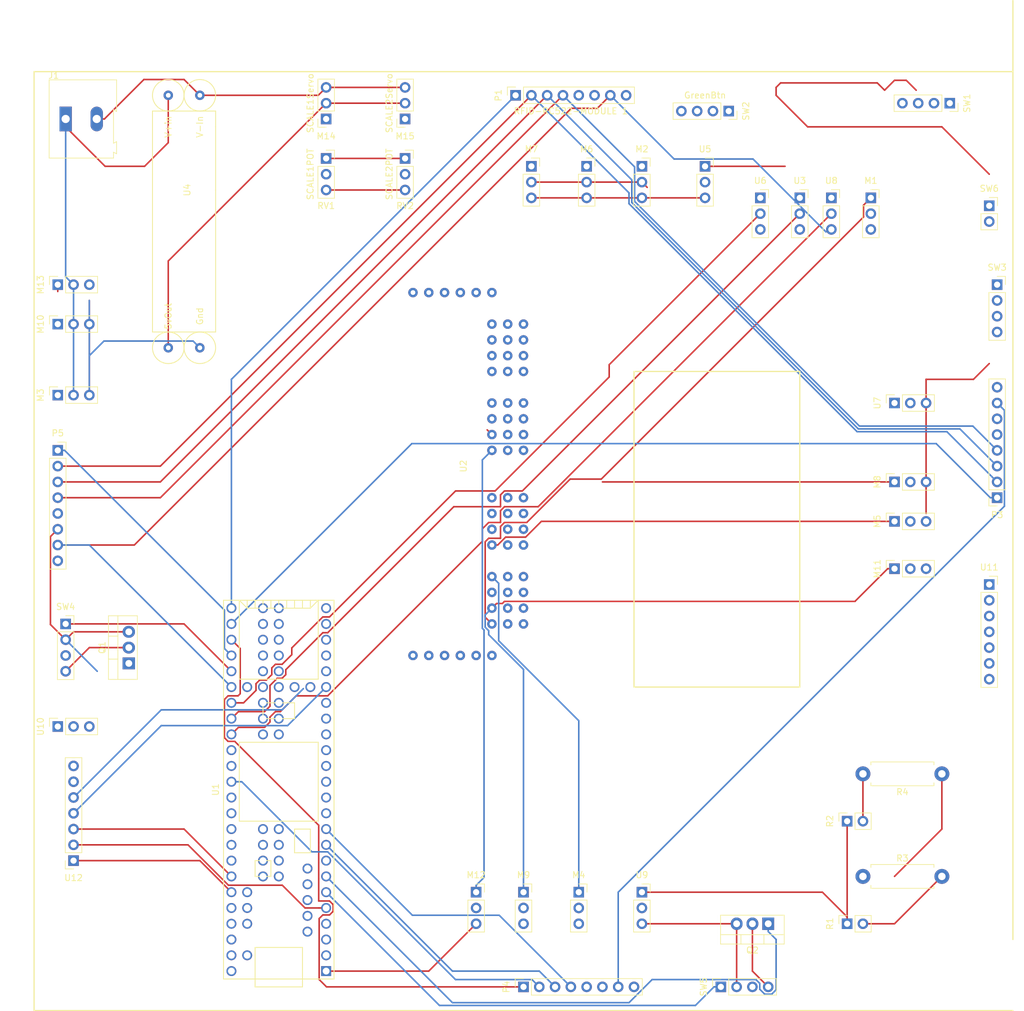
<source format=kicad_pcb>
(kicad_pcb (version 20171130) (host pcbnew "(5.0.2)-1")

  (general
    (thickness 1.6)
    (drawings 8)
    (tracks 293)
    (zones 0)
    (modules 46)
    (nets 119)
  )

  (page A4)
  (layers
    (0 F.Cu signal)
    (31 B.Cu signal)
    (32 B.Adhes user)
    (33 F.Adhes user)
    (34 B.Paste user)
    (35 F.Paste user)
    (36 B.SilkS user)
    (37 F.SilkS user)
    (38 B.Mask user)
    (39 F.Mask user)
    (40 Dwgs.User user)
    (41 Cmts.User user)
    (42 Eco1.User user)
    (43 Eco2.User user)
    (44 Edge.Cuts user)
    (45 Margin user)
    (46 B.CrtYd user)
    (47 F.CrtYd user)
    (48 B.Fab user)
    (49 F.Fab user)
  )

  (setup
    (last_trace_width 0.25)
    (trace_clearance 0.2)
    (zone_clearance 0.508)
    (zone_45_only no)
    (trace_min 0.2)
    (segment_width 0.2)
    (edge_width 0.15)
    (via_size 0.8)
    (via_drill 0.4)
    (via_min_size 0.4)
    (via_min_drill 0.3)
    (uvia_size 0.3)
    (uvia_drill 0.1)
    (uvias_allowed no)
    (uvia_min_size 0.2)
    (uvia_min_drill 0.1)
    (pcb_text_width 0.3)
    (pcb_text_size 1.5 1.5)
    (mod_edge_width 0.15)
    (mod_text_size 1 1)
    (mod_text_width 0.15)
    (pad_size 1.7 1.7)
    (pad_drill 1)
    (pad_to_mask_clearance 0.051)
    (solder_mask_min_width 0.25)
    (aux_axis_origin 0 0)
    (visible_elements FFFFFF7F)
    (pcbplotparams
      (layerselection 0x010fc_ffffffff)
      (usegerberextensions false)
      (usegerberattributes false)
      (usegerberadvancedattributes false)
      (creategerberjobfile false)
      (excludeedgelayer true)
      (linewidth 0.100000)
      (plotframeref false)
      (viasonmask false)
      (mode 1)
      (useauxorigin false)
      (hpglpennumber 1)
      (hpglpenspeed 20)
      (hpglpendiameter 15.000000)
      (psnegative false)
      (psa4output false)
      (plotreference true)
      (plotvalue true)
      (plotinvisibletext false)
      (padsonsilk false)
      (subtractmaskfromsilk false)
      (outputformat 1)
      (mirror false)
      (drillshape 1)
      (scaleselection 1)
      (outputdirectory ""))
  )

  (net 0 "")
  (net 1 BTNDIALLIGHT)
  (net 2 BTNGREENLIGHT)
  (net 3 RADIOCSN)
  (net 4 RADIOCE)
  (net 5 BTNDIAL)
  (net 6 +3V3)
  (net 7 EYE1)
  (net 8 "Net-(U1-Pad21)")
  (net 9 "Net-(U1-Pad22)")
  (net 10 SCALE1POT)
  (net 11 SCALE2POT)
  (net 12 "Net-(U1-Pad25)")
  (net 13 "Net-(U1-Pad26)")
  (net 14 "Net-(U1-Pad27)")
  (net 15 "Net-(U1-Pad28)")
  (net 16 "Net-(U1-Pad29)")
  (net 17 RFID1)
  (net 18 RFID2)
  (net 19 RFID3)
  (net 20 RFID4)
  (net 21 BTNRED)
  (net 22 RFIDRESET)
  (net 23 MIDHALL)
  (net 24 OUTERHALL)
  (net 25 EYE2)
  (net 26 VOICETX)
  (net 27 VOICERX)
  (net 28 RFIDMISO)
  (net 29 RFIDMOSI)
  (net 30 PUZZLERESETBTN)
  (net 31 BTNYELLOWLIGHT)
  (net 32 BTNYELLOW)
  (net 33 RADIOMISO)
  (net 34 BTNGREEN)
  (net 35 "Net-(U1-Pad3)")
  (net 36 "Net-(U1-Pad2)")
  (net 37 GND)
  (net 38 INNERHALL)
  (net 39 "Net-(U1-Pad39)")
  (net 40 BTNBLUELIGHT)
  (net 41 RFIDSCLK)
  (net 42 BTNBLUE)
  (net 43 BTNREDLIGHT)
  (net 44 "Net-(U1-Pad44)")
  (net 45 I2CSDA)
  (net 46 I2CSCL)
  (net 47 RADIOSCLK)
  (net 48 RADIOMOSI)
  (net 49 SCALE2MOTOR)
  (net 50 SCALE1MOTOR)
  (net 51 "Net-(U1-Pad51)")
  (net 52 ANALOGGND)
  (net 53 5.0V)
  (net 54 "Net-(U1-Pad54)")
  (net 55 "Net-(U1-Pad55)")
  (net 56 "Net-(U1-Pad56)")
  (net 57 "Net-(U1-Pad57)")
  (net 58 "Net-(U1-Pad63)")
  (net 59 "Net-(U1-Pad64)")
  (net 60 "Net-(U1-Pad65)")
  (net 61 "Net-(U1-Pad66)")
  (net 62 "Net-(U1-Pad67)")
  (net 63 "Net-(U1-Pad68)")
  (net 64 "Net-(U1-Pad69)")
  (net 65 "Net-(U1-Pad70)")
  (net 66 "Net-(U1-Pad71)")
  (net 67 "Net-(U1-Pad72)")
  (net 68 "Net-(U1-Pad73)")
  (net 69 "Net-(U1-Pad74)")
  (net 70 "Net-(U1-Pad75)")
  (net 71 "Net-(U1-Pad76)")
  (net 72 "Net-(U1-Pad77)")
  (net 73 "Net-(U1-Pad78)")
  (net 74 "Net-(U1-Pad79)")
  (net 75 "Net-(U1-Pad80)")
  (net 76 "Net-(U1-Pad81)")
  (net 77 "Net-(U1-Pad82)")
  (net 78 "Net-(U1-Pad83)")
  (net 79 "Net-(U1-Pad84)")
  (net 80 "Net-(U1-Pad85)")
  (net 81 "Net-(U1-Pad86)")
  (net 82 "Net-(U1-Pad58)")
  (net 83 "Net-(U1-Pad59)")
  (net 84 "Net-(U1-Pad60)")
  (net 85 "Net-(U1-Pad61)")
  (net 86 "Net-(U1-Pad62)")
  (net 87 PRIZELOCK)
  (net 88 HEADLOCKS)
  (net 89 NOSELOCK)
  (net 90 EYEMOUTHLOCK)
  (net 91 VOICEMOUTHLOCK)
  (net 92 SCALEMOUTHLOCK)
  (net 93 DIALLOCK1)
  (net 94 DIALLOCK2)
  (net 95 DIALLOCK3)
  (net 96 DIALLOCK4)
  (net 97 "Net-(U2-Pad17)")
  (net 98 "Net-(U2-Pad18)")
  (net 99 "Net-(U2-Pad19)")
  (net 100 "Net-(U2-Pad20)")
  (net 101 "Net-(U2-Pad21)")
  (net 102 "Net-(U2-Pad22)")
  (net 103 SERVOPWR)
  (net 104 "Net-(Q2-Pad2)")
  (net 105 "Net-(Q1-Pad2)")
  (net 106 FACEPART4)
  (net 107 FACEPART3)
  (net 108 FACEPART1)
  (net 109 FACEPART2)
  (net 110 "Net-(P1-Pad5)")
  (net 111 "Net-(P3-Pad5)")
  (net 112 "Net-(P4-Pad5)")
  (net 113 "Net-(P5-Pad5)")
  (net 114 +5V)
  (net 115 "Net-(P5-Pad8)")
  (net 116 "Net-(P4-Pad8)")
  (net 117 "Net-(P1-Pad8)")
  (net 118 "Net-(P3-Pad8)")

  (net_class Default "This is the default net class."
    (clearance 0.2)
    (trace_width 0.25)
    (via_dia 0.8)
    (via_drill 0.4)
    (uvia_dia 0.3)
    (uvia_drill 0.1)
    (add_net +3V3)
    (add_net +5V)
    (add_net 5.0V)
    (add_net ANALOGGND)
    (add_net BTNBLUE)
    (add_net BTNBLUELIGHT)
    (add_net BTNDIAL)
    (add_net BTNDIALLIGHT)
    (add_net BTNGREEN)
    (add_net BTNGREENLIGHT)
    (add_net BTNRED)
    (add_net BTNREDLIGHT)
    (add_net BTNYELLOW)
    (add_net BTNYELLOWLIGHT)
    (add_net DIALLOCK1)
    (add_net DIALLOCK2)
    (add_net DIALLOCK3)
    (add_net DIALLOCK4)
    (add_net EYE1)
    (add_net EYE2)
    (add_net EYEMOUTHLOCK)
    (add_net FACEPART1)
    (add_net FACEPART2)
    (add_net FACEPART3)
    (add_net FACEPART4)
    (add_net GND)
    (add_net HEADLOCKS)
    (add_net I2CSCL)
    (add_net I2CSDA)
    (add_net INNERHALL)
    (add_net MIDHALL)
    (add_net NOSELOCK)
    (add_net "Net-(P1-Pad5)")
    (add_net "Net-(P1-Pad8)")
    (add_net "Net-(P3-Pad5)")
    (add_net "Net-(P3-Pad8)")
    (add_net "Net-(P4-Pad5)")
    (add_net "Net-(P4-Pad8)")
    (add_net "Net-(P5-Pad5)")
    (add_net "Net-(P5-Pad8)")
    (add_net "Net-(Q1-Pad2)")
    (add_net "Net-(Q2-Pad2)")
    (add_net "Net-(U1-Pad2)")
    (add_net "Net-(U1-Pad21)")
    (add_net "Net-(U1-Pad22)")
    (add_net "Net-(U1-Pad25)")
    (add_net "Net-(U1-Pad26)")
    (add_net "Net-(U1-Pad27)")
    (add_net "Net-(U1-Pad28)")
    (add_net "Net-(U1-Pad29)")
    (add_net "Net-(U1-Pad3)")
    (add_net "Net-(U1-Pad39)")
    (add_net "Net-(U1-Pad44)")
    (add_net "Net-(U1-Pad51)")
    (add_net "Net-(U1-Pad54)")
    (add_net "Net-(U1-Pad55)")
    (add_net "Net-(U1-Pad56)")
    (add_net "Net-(U1-Pad57)")
    (add_net "Net-(U1-Pad58)")
    (add_net "Net-(U1-Pad59)")
    (add_net "Net-(U1-Pad60)")
    (add_net "Net-(U1-Pad61)")
    (add_net "Net-(U1-Pad62)")
    (add_net "Net-(U1-Pad63)")
    (add_net "Net-(U1-Pad64)")
    (add_net "Net-(U1-Pad65)")
    (add_net "Net-(U1-Pad66)")
    (add_net "Net-(U1-Pad67)")
    (add_net "Net-(U1-Pad68)")
    (add_net "Net-(U1-Pad69)")
    (add_net "Net-(U1-Pad70)")
    (add_net "Net-(U1-Pad71)")
    (add_net "Net-(U1-Pad72)")
    (add_net "Net-(U1-Pad73)")
    (add_net "Net-(U1-Pad74)")
    (add_net "Net-(U1-Pad75)")
    (add_net "Net-(U1-Pad76)")
    (add_net "Net-(U1-Pad77)")
    (add_net "Net-(U1-Pad78)")
    (add_net "Net-(U1-Pad79)")
    (add_net "Net-(U1-Pad80)")
    (add_net "Net-(U1-Pad81)")
    (add_net "Net-(U1-Pad82)")
    (add_net "Net-(U1-Pad83)")
    (add_net "Net-(U1-Pad84)")
    (add_net "Net-(U1-Pad85)")
    (add_net "Net-(U1-Pad86)")
    (add_net "Net-(U2-Pad17)")
    (add_net "Net-(U2-Pad18)")
    (add_net "Net-(U2-Pad19)")
    (add_net "Net-(U2-Pad20)")
    (add_net "Net-(U2-Pad21)")
    (add_net "Net-(U2-Pad22)")
    (add_net OUTERHALL)
    (add_net PRIZELOCK)
    (add_net PUZZLERESETBTN)
    (add_net RADIOCE)
    (add_net RADIOCSN)
    (add_net RADIOMISO)
    (add_net RADIOMOSI)
    (add_net RADIOSCLK)
    (add_net RFID1)
    (add_net RFID2)
    (add_net RFID3)
    (add_net RFID4)
    (add_net RFIDMISO)
    (add_net RFIDMOSI)
    (add_net RFIDRESET)
    (add_net RFIDSCLK)
    (add_net SCALE1MOTOR)
    (add_net SCALE1POT)
    (add_net SCALE2MOTOR)
    (add_net SCALE2POT)
    (add_net SCALEMOUTHLOCK)
    (add_net SERVOPWR)
    (add_net VOICEMOUTHLOCK)
    (add_net VOICERX)
    (add_net VOICETX)
  )

  (module teensy:16ChannelPWM (layer F.Cu) (tedit 5C440038) (tstamp 5C6A0573)
    (at 87.63 80.01 90)
    (path /5C485E3F)
    (fp_text reference U2 (at 0 0.5 90) (layer F.SilkS)
      (effects (font (size 1 1) (thickness 0.15)))
    )
    (fp_text value PCA9685 (at 0 -0.5 90) (layer F.Fab)
      (effects (font (size 1 1) (thickness 0.15)))
    )
    (fp_line (start -33.02 -15.24) (end -33.02 2.54) (layer B.Fab) (width 0.15))
    (fp_line (start 30.48 -15.24) (end -33.02 -15.24) (layer B.Fab) (width 0.15))
    (fp_line (start 30.48 12.7) (end 30.48 -15.24) (layer B.Fab) (width 0.15))
    (fp_line (start -33.02 12.7) (end 30.48 12.7) (layer B.Fab) (width 0.15))
    (fp_line (start -33.02 2.54) (end -33.02 12.7) (layer B.Fab) (width 0.15))
    (pad 50 thru_hole circle (at 20.32 7.62 90) (size 1.524 1.524) (drill 0.762) (layers *.Cu *.Mask))
    (pad 50 thru_hole circle (at 17.78 7.62 90) (size 1.524 1.524) (drill 0.762) (layers *.Cu *.Mask))
    (pad 50 thru_hole circle (at 15.24 7.62 90) (size 1.524 1.524) (drill 0.762) (layers *.Cu *.Mask))
    (pad 50 thru_hole circle (at 22.86 7.62 90) (size 1.524 1.524) (drill 0.762) (layers *.Cu *.Mask))
    (pad 50 thru_hole circle (at -25.4 7.62 90) (size 1.524 1.524) (drill 0.762) (layers *.Cu *.Mask))
    (pad 50 thru_hole circle (at -22.86 7.62 90) (size 1.524 1.524) (drill 0.762) (layers *.Cu *.Mask))
    (pad 50 thru_hole circle (at -20.32 7.62 90) (size 1.524 1.524) (drill 0.762) (layers *.Cu *.Mask))
    (pad 50 thru_hole circle (at -17.78 7.62 90) (size 1.524 1.524) (drill 0.762) (layers *.Cu *.Mask))
    (pad 50 thru_hole circle (at -7.62 7.62 90) (size 1.524 1.524) (drill 0.762) (layers *.Cu *.Mask))
    (pad 50 thru_hole circle (at 7.62 7.62 90) (size 1.524 1.524) (drill 0.762) (layers *.Cu *.Mask))
    (pad 50 thru_hole circle (at -10.16 7.62 90) (size 1.524 1.524) (drill 0.762) (layers *.Cu *.Mask))
    (pad 50 thru_hole circle (at -12.7 7.62 90) (size 1.524 1.524) (drill 0.762) (layers *.Cu *.Mask))
    (pad 50 thru_hole circle (at 5.08 7.62 90) (size 1.524 1.524) (drill 0.762) (layers *.Cu *.Mask))
    (pad 50 thru_hole circle (at -5.08 7.62 90) (size 1.524 1.524) (drill 0.762) (layers *.Cu *.Mask))
    (pad 50 thru_hole circle (at 2.54 7.62 90) (size 1.524 1.524) (drill 0.762) (layers *.Cu *.Mask))
    (pad 50 thru_hole circle (at 10.16 7.62 90) (size 1.524 1.524) (drill 0.762) (layers *.Cu *.Mask))
    (pad 14 thru_hole circle (at -30.48 -7.62 90) (size 1.524 1.524) (drill 0.762) (layers *.Cu *.Mask)
      (net 37 GND))
    (pad 60 thru_hole circle (at -30.48 -5.08 90) (size 1.524 1.524) (drill 0.762) (layers *.Cu *.Mask))
    (pad 26 thru_hole circle (at -30.48 -2.54 90) (size 1.524 1.524) (drill 0.762) (layers *.Cu *.Mask)
      (net 46 I2CSCL))
    (pad 27 thru_hole circle (at -30.48 0 90) (size 1.524 1.524) (drill 0.762) (layers *.Cu *.Mask)
      (net 45 I2CSDA))
    (pad 57 thru_hole circle (at -30.48 2.54 90) (size 1.524 1.524) (drill 0.762) (layers *.Cu *.Mask))
    (pad 28 thru_hole circle (at -30.48 5.08 90) (size 1.524 1.524) (drill 0.762) (layers *.Cu *.Mask)
      (net 6 +3V3))
    (pad 14 thru_hole circle (at 27.94 -7.62 90) (size 1.524 1.524) (drill 0.762) (layers *.Cu *.Mask)
      (net 37 GND))
    (pad 60 thru_hole circle (at 27.94 -5.08 90) (size 1.524 1.524) (drill 0.762) (layers *.Cu *.Mask))
    (pad 26 thru_hole circle (at 27.94 -2.54 90) (size 1.524 1.524) (drill 0.762) (layers *.Cu *.Mask)
      (net 46 I2CSCL))
    (pad 27 thru_hole circle (at 27.94 0 90) (size 1.524 1.524) (drill 0.762) (layers *.Cu *.Mask)
      (net 45 I2CSDA))
    (pad 57 thru_hole circle (at 27.94 2.54 90) (size 1.524 1.524) (drill 0.762) (layers *.Cu *.Mask))
    (pad 28 thru_hole circle (at 27.94 5.08 90) (size 1.524 1.524) (drill 0.762) (layers *.Cu *.Mask)
      (net 6 +3V3))
    (pad 22 thru_hole circle (at 22.86 5.08 90) (size 1.524 1.524) (drill 0.762) (layers *.Cu *.Mask)
      (net 102 "Net-(U2-Pad22)"))
    (pad 14 thru_hole circle (at 22.86 10.16 90) (size 1.524 1.524) (drill 0.762) (layers *.Cu *.Mask)
      (net 37 GND))
    (pad 14 thru_hole circle (at 20.32 10.16 90) (size 1.524 1.524) (drill 0.762) (layers *.Cu *.Mask)
      (net 37 GND))
    (pad 21 thru_hole circle (at 20.32 5.08 90) (size 1.524 1.524) (drill 0.762) (layers *.Cu *.Mask)
      (net 101 "Net-(U2-Pad21)"))
    (pad 20 thru_hole circle (at 17.78 5.08 90) (size 1.524 1.524) (drill 0.762) (layers *.Cu *.Mask)
      (net 100 "Net-(U2-Pad20)"))
    (pad 14 thru_hole circle (at 17.78 10.16 90) (size 1.524 1.524) (drill 0.762) (layers *.Cu *.Mask)
      (net 37 GND))
    (pad 19 thru_hole circle (at 15.24 5.08 90) (size 1.524 1.524) (drill 0.762) (layers *.Cu *.Mask)
      (net 99 "Net-(U2-Pad19)"))
    (pad 14 thru_hole circle (at 15.24 10.16 90) (size 1.524 1.524) (drill 0.762) (layers *.Cu *.Mask)
      (net 37 GND))
    (pad 14 thru_hole circle (at 10.16 10.16 90) (size 1.524 1.524) (drill 0.762) (layers *.Cu *.Mask)
      (net 37 GND))
    (pad 18 thru_hole circle (at 10.16 5.08 90) (size 1.524 1.524) (drill 0.762) (layers *.Cu *.Mask)
      (net 98 "Net-(U2-Pad18)"))
    (pad 17 thru_hole circle (at 7.62 5.08 90) (size 1.524 1.524) (drill 0.762) (layers *.Cu *.Mask)
      (net 97 "Net-(U2-Pad17)"))
    (pad 14 thru_hole circle (at 7.62 10.16 90) (size 1.524 1.524) (drill 0.762) (layers *.Cu *.Mask)
      (net 37 GND))
    (pad 14 thru_hole circle (at 5.08 10.16 90) (size 1.524 1.524) (drill 0.762) (layers *.Cu *.Mask)
      (net 37 GND))
    (pad 16 thru_hole circle (at 5.08 5.08 90) (size 1.524 1.524) (drill 0.762) (layers *.Cu *.Mask)
      (net 96 DIALLOCK4))
    (pad 15 thru_hole circle (at 2.54 5.08 90) (size 1.524 1.524) (drill 0.762) (layers *.Cu *.Mask)
      (net 95 DIALLOCK3))
    (pad 14 thru_hole circle (at 2.54 10.16 90) (size 1.524 1.524) (drill 0.762) (layers *.Cu *.Mask)
      (net 37 GND))
    (pad 14 thru_hole circle (at -5.08 10.16 90) (size 1.524 1.524) (drill 0.762) (layers *.Cu *.Mask)
      (net 37 GND))
    (pad 13 thru_hole circle (at -5.08 5.08 90) (size 1.524 1.524) (drill 0.762) (layers *.Cu *.Mask)
      (net 94 DIALLOCK2))
    (pad 12 thru_hole circle (at -7.62 5.08 90) (size 1.524 1.524) (drill 0.762) (layers *.Cu *.Mask)
      (net 93 DIALLOCK1))
    (pad 14 thru_hole circle (at -7.62 10.16 90) (size 1.524 1.524) (drill 0.762) (layers *.Cu *.Mask)
      (net 37 GND))
    (pad 14 thru_hole circle (at -10.16 10.16 90) (size 1.524 1.524) (drill 0.762) (layers *.Cu *.Mask)
      (net 37 GND))
    (pad 11 thru_hole circle (at -10.16 5.08 90) (size 1.524 1.524) (drill 0.762) (layers *.Cu *.Mask)
      (net 92 SCALEMOUTHLOCK))
    (pad 10 thru_hole circle (at -12.7 5.08 90) (size 1.524 1.524) (drill 0.762) (layers *.Cu *.Mask)
      (net 91 VOICEMOUTHLOCK))
    (pad 14 thru_hole circle (at -12.7 10.16 90) (size 1.524 1.524) (drill 0.762) (layers *.Cu *.Mask)
      (net 37 GND))
    (pad 14 thru_hole circle (at -17.78 10.16 90) (size 1.524 1.524) (drill 0.762) (layers *.Cu *.Mask)
      (net 37 GND))
    (pad 9 thru_hole circle (at -17.78 5.08 90) (size 1.524 1.524) (drill 0.762) (layers *.Cu *.Mask)
      (net 90 EYEMOUTHLOCK))
    (pad 8 thru_hole circle (at -20.32 5.08 90) (size 1.524 1.524) (drill 0.762) (layers *.Cu *.Mask)
      (net 89 NOSELOCK))
    (pad 14 thru_hole circle (at -20.32 10.16 90) (size 1.524 1.524) (drill 0.762) (layers *.Cu *.Mask)
      (net 37 GND))
    (pad 14 thru_hole circle (at -22.86 10.16 90) (size 1.524 1.524) (drill 0.762) (layers *.Cu *.Mask)
      (net 37 GND))
    (pad 7 thru_hole circle (at -22.86 5.08 90) (size 1.524 1.524) (drill 0.762) (layers *.Cu *.Mask)
      (net 88 HEADLOCKS))
    (pad 6 thru_hole circle (at -25.4 5.08 90) (size 1.524 1.524) (drill 0.762) (layers *.Cu *.Mask)
      (net 87 PRIZELOCK))
    (pad 14 thru_hole circle (at -25.4 10.16 90) (size 1.524 1.524) (drill 0.762) (layers *.Cu *.Mask)
      (net 37 GND))
  )

  (module Connector_PinSocket_2.54mm:PinSocket_1x03_P2.54mm_Vertical (layer F.Cu) (tedit 5C45223A) (tstamp 5C6A08F9)
    (at 78.74 30.48)
    (descr "Through hole straight socket strip, 1x03, 2.54mm pitch, single row (from Kicad 4.0.7), script generated")
    (tags "Through hole socket strip THT 1x03 2.54mm single row")
    (path /5C4D4426)
    (fp_text reference RV2 (at 0 7.62) (layer F.SilkS)
      (effects (font (size 1 1) (thickness 0.15)))
    )
    (fp_text value SCALE2POT (at -2.54 2.54 90) (layer F.SilkS)
      (effects (font (size 1 1) (thickness 0.15)))
    )
    (fp_text user %R (at 0 2.54 180) (layer F.Fab)
      (effects (font (size 1 1) (thickness 0.15)))
    )
    (fp_line (start -1.8 6.85) (end -1.8 -1.8) (layer F.CrtYd) (width 0.05))
    (fp_line (start 1.75 6.85) (end -1.8 6.85) (layer F.CrtYd) (width 0.05))
    (fp_line (start 1.75 -1.8) (end 1.75 6.85) (layer F.CrtYd) (width 0.05))
    (fp_line (start -1.8 -1.8) (end 1.75 -1.8) (layer F.CrtYd) (width 0.05))
    (fp_line (start 0 -1.33) (end 1.33 -1.33) (layer F.SilkS) (width 0.12))
    (fp_line (start 1.33 -1.33) (end 1.33 0) (layer F.SilkS) (width 0.12))
    (fp_line (start 1.33 1.27) (end 1.33 6.41) (layer F.SilkS) (width 0.12))
    (fp_line (start -1.33 6.41) (end 1.33 6.41) (layer F.SilkS) (width 0.12))
    (fp_line (start -1.33 1.27) (end -1.33 6.41) (layer F.SilkS) (width 0.12))
    (fp_line (start -1.33 1.27) (end 1.33 1.27) (layer F.SilkS) (width 0.12))
    (fp_line (start -1.27 6.35) (end -1.27 -1.27) (layer F.Fab) (width 0.1))
    (fp_line (start 1.27 6.35) (end -1.27 6.35) (layer F.Fab) (width 0.1))
    (fp_line (start 1.27 -0.635) (end 1.27 6.35) (layer F.Fab) (width 0.1))
    (fp_line (start 0.635 -1.27) (end 1.27 -0.635) (layer F.Fab) (width 0.1))
    (fp_line (start -1.27 -1.27) (end 0.635 -1.27) (layer F.Fab) (width 0.1))
    (pad 3 thru_hole oval (at 0 5.08) (size 1.7 1.7) (drill 1) (layers *.Cu *.Mask)
      (net 52 ANALOGGND))
    (pad 2 thru_hole oval (at 0 2.54) (size 1.7 1.7) (drill 1) (layers *.Cu *.Mask)
      (net 11 SCALE2POT))
    (pad 1 thru_hole rect (at 0 0) (size 1.7 1.7) (drill 1) (layers *.Cu *.Mask)
      (net 6 +3V3))
    (model ${KISYS3DMOD}/Connector_PinSocket_2.54mm.3dshapes/PinSocket_1x03_P2.54mm_Vertical.wrl
      (at (xyz 0 0 0))
      (scale (xyz 1 1 1))
      (rotate (xyz 0 0 0))
    )
  )

  (module Connector_PinSocket_2.54mm:PinSocket_1x02_P2.54mm_Vertical (layer F.Cu) (tedit 5A19A420) (tstamp 5C9165A1)
    (at 172.72 38.1)
    (descr "Through hole straight socket strip, 1x02, 2.54mm pitch, single row (from Kicad 4.0.7), script generated")
    (tags "Through hole socket strip THT 1x02 2.54mm single row")
    (path /5C4B54B0)
    (fp_text reference SW6 (at 0 -2.77) (layer F.SilkS)
      (effects (font (size 1 1) (thickness 0.15)))
    )
    (fp_text value PUZZLE_RESET (at 0 5.31) (layer F.Fab)
      (effects (font (size 1 1) (thickness 0.15)))
    )
    (fp_line (start -1.27 -1.27) (end 0.635 -1.27) (layer F.Fab) (width 0.1))
    (fp_line (start 0.635 -1.27) (end 1.27 -0.635) (layer F.Fab) (width 0.1))
    (fp_line (start 1.27 -0.635) (end 1.27 3.81) (layer F.Fab) (width 0.1))
    (fp_line (start 1.27 3.81) (end -1.27 3.81) (layer F.Fab) (width 0.1))
    (fp_line (start -1.27 3.81) (end -1.27 -1.27) (layer F.Fab) (width 0.1))
    (fp_line (start -1.33 1.27) (end 1.33 1.27) (layer F.SilkS) (width 0.12))
    (fp_line (start -1.33 1.27) (end -1.33 3.87) (layer F.SilkS) (width 0.12))
    (fp_line (start -1.33 3.87) (end 1.33 3.87) (layer F.SilkS) (width 0.12))
    (fp_line (start 1.33 1.27) (end 1.33 3.87) (layer F.SilkS) (width 0.12))
    (fp_line (start 1.33 -1.33) (end 1.33 0) (layer F.SilkS) (width 0.12))
    (fp_line (start 0 -1.33) (end 1.33 -1.33) (layer F.SilkS) (width 0.12))
    (fp_line (start -1.8 -1.8) (end 1.75 -1.8) (layer F.CrtYd) (width 0.05))
    (fp_line (start 1.75 -1.8) (end 1.75 4.3) (layer F.CrtYd) (width 0.05))
    (fp_line (start 1.75 4.3) (end -1.8 4.3) (layer F.CrtYd) (width 0.05))
    (fp_line (start -1.8 4.3) (end -1.8 -1.8) (layer F.CrtYd) (width 0.05))
    (fp_text user %R (at 0 1.27 90) (layer F.Fab)
      (effects (font (size 1 1) (thickness 0.15)))
    )
    (pad 1 thru_hole rect (at 0 0) (size 1.7 1.7) (drill 1) (layers *.Cu *.Mask)
      (net 30 PUZZLERESETBTN))
    (pad 2 thru_hole oval (at 0 2.54) (size 1.7 1.7) (drill 1) (layers *.Cu *.Mask)
      (net 37 GND))
    (model ${KISYS3DMOD}/Connector_PinSocket_2.54mm.3dshapes/PinSocket_1x02_P2.54mm_Vertical.wrl
      (at (xyz 0 0 0))
      (scale (xyz 1 1 1))
      (rotate (xyz 0 0 0))
    )
  )

  (module Connector_PinSocket_2.54mm:PinSocket_1x08_P2.54mm_Vertical (layer F.Cu) (tedit 5A19A420) (tstamp 5C91410C)
    (at 173.99 85.09 180)
    (descr "Through hole straight socket strip, 1x08, 2.54mm pitch, single row (from Kicad 4.0.7), script generated")
    (tags "Through hole socket strip THT 1x08 2.54mm single row")
    (path /5C44EBAB)
    (fp_text reference P3 (at 0 -2.77 180) (layer F.SilkS)
      (effects (font (size 1 1) (thickness 0.15)))
    )
    (fp_text value "RFID-RC522-MODULE 2" (at 2.54 8.89 90) (layer F.Fab)
      (effects (font (size 1 1) (thickness 0.15)))
    )
    (fp_text user %R (at 0 8.89 270) (layer F.Fab)
      (effects (font (size 1 1) (thickness 0.15)))
    )
    (fp_line (start -1.8 19.55) (end -1.8 -1.8) (layer F.CrtYd) (width 0.05))
    (fp_line (start 1.75 19.55) (end -1.8 19.55) (layer F.CrtYd) (width 0.05))
    (fp_line (start 1.75 -1.8) (end 1.75 19.55) (layer F.CrtYd) (width 0.05))
    (fp_line (start -1.8 -1.8) (end 1.75 -1.8) (layer F.CrtYd) (width 0.05))
    (fp_line (start 0 -1.33) (end 1.33 -1.33) (layer F.SilkS) (width 0.12))
    (fp_line (start 1.33 -1.33) (end 1.33 0) (layer F.SilkS) (width 0.12))
    (fp_line (start 1.33 1.27) (end 1.33 19.11) (layer F.SilkS) (width 0.12))
    (fp_line (start -1.33 19.11) (end 1.33 19.11) (layer F.SilkS) (width 0.12))
    (fp_line (start -1.33 1.27) (end -1.33 19.11) (layer F.SilkS) (width 0.12))
    (fp_line (start -1.33 1.27) (end 1.33 1.27) (layer F.SilkS) (width 0.12))
    (fp_line (start -1.27 19.05) (end -1.27 -1.27) (layer F.Fab) (width 0.1))
    (fp_line (start 1.27 19.05) (end -1.27 19.05) (layer F.Fab) (width 0.1))
    (fp_line (start 1.27 -0.635) (end 1.27 19.05) (layer F.Fab) (width 0.1))
    (fp_line (start 0.635 -1.27) (end 1.27 -0.635) (layer F.Fab) (width 0.1))
    (fp_line (start -1.27 -1.27) (end 0.635 -1.27) (layer F.Fab) (width 0.1))
    (pad 8 thru_hole oval (at 0 17.78 180) (size 1.7 1.7) (drill 1) (layers *.Cu *.Mask)
      (net 118 "Net-(P3-Pad8)"))
    (pad 7 thru_hole oval (at 0 15.24 180) (size 1.7 1.7) (drill 1) (layers *.Cu *.Mask)
      (net 22 RFIDRESET))
    (pad 6 thru_hole oval (at 0 12.7 180) (size 1.7 1.7) (drill 1) (layers *.Cu *.Mask)
      (net 37 GND))
    (pad 5 thru_hole oval (at 0 10.16 180) (size 1.7 1.7) (drill 1) (layers *.Cu *.Mask)
      (net 111 "Net-(P3-Pad5)"))
    (pad 4 thru_hole oval (at 0 7.62 180) (size 1.7 1.7) (drill 1) (layers *.Cu *.Mask)
      (net 28 RFIDMISO))
    (pad 3 thru_hole oval (at 0 5.08 180) (size 1.7 1.7) (drill 1) (layers *.Cu *.Mask)
      (net 29 RFIDMOSI))
    (pad 2 thru_hole oval (at 0 2.54 180) (size 1.7 1.7) (drill 1) (layers *.Cu *.Mask)
      (net 41 RFIDSCLK))
    (pad 1 thru_hole rect (at 0 0 180) (size 1.7 1.7) (drill 1) (layers *.Cu *.Mask)
      (net 18 RFID2))
    (model ${KISYS3DMOD}/Connector_PinSocket_2.54mm.3dshapes/PinSocket_1x08_P2.54mm_Vertical.wrl
      (at (xyz 0 0 0))
      (scale (xyz 1 1 1))
      (rotate (xyz 0 0 0))
    )
  )

  (module Connector_PinSocket_2.54mm:PinSocket_1x08_P2.54mm_Vertical (layer F.Cu) (tedit 5C4524A9) (tstamp 5C9140F1)
    (at 96.52 20.32 90)
    (descr "Through hole straight socket strip, 1x08, 2.54mm pitch, single row (from Kicad 4.0.7), script generated")
    (tags "Through hole socket strip THT 1x08 2.54mm single row")
    (path /5C44C7DA)
    (fp_text reference P1 (at 0 -2.77 90) (layer F.SilkS)
      (effects (font (size 1 1) (thickness 0.15)))
    )
    (fp_text value "RFID-RC522-MODULE 1" (at -2.54 8.89 180) (layer F.SilkS)
      (effects (font (size 1 1) (thickness 0.15)))
    )
    (fp_line (start -1.27 -1.27) (end 0.635 -1.27) (layer F.Fab) (width 0.1))
    (fp_line (start 0.635 -1.27) (end 1.27 -0.635) (layer F.Fab) (width 0.1))
    (fp_line (start 1.27 -0.635) (end 1.27 19.05) (layer F.Fab) (width 0.1))
    (fp_line (start 1.27 19.05) (end -1.27 19.05) (layer F.Fab) (width 0.1))
    (fp_line (start -1.27 19.05) (end -1.27 -1.27) (layer F.Fab) (width 0.1))
    (fp_line (start -1.33 1.27) (end 1.33 1.27) (layer F.SilkS) (width 0.12))
    (fp_line (start -1.33 1.27) (end -1.33 19.11) (layer F.SilkS) (width 0.12))
    (fp_line (start -1.33 19.11) (end 1.33 19.11) (layer F.SilkS) (width 0.12))
    (fp_line (start 1.33 1.27) (end 1.33 19.11) (layer F.SilkS) (width 0.12))
    (fp_line (start 1.33 -1.33) (end 1.33 0) (layer F.SilkS) (width 0.12))
    (fp_line (start 0 -1.33) (end 1.33 -1.33) (layer F.SilkS) (width 0.12))
    (fp_line (start -1.8 -1.8) (end 1.75 -1.8) (layer F.CrtYd) (width 0.05))
    (fp_line (start 1.75 -1.8) (end 1.75 19.55) (layer F.CrtYd) (width 0.05))
    (fp_line (start 1.75 19.55) (end -1.8 19.55) (layer F.CrtYd) (width 0.05))
    (fp_line (start -1.8 19.55) (end -1.8 -1.8) (layer F.CrtYd) (width 0.05))
    (fp_text user %R (at 0 8.89 180) (layer F.Fab)
      (effects (font (size 1 1) (thickness 0.15)))
    )
    (pad 1 thru_hole rect (at 0 0 90) (size 1.7 1.7) (drill 1) (layers *.Cu *.Mask)
      (net 17 RFID1))
    (pad 2 thru_hole oval (at 0 2.54 90) (size 1.7 1.7) (drill 1) (layers *.Cu *.Mask)
      (net 41 RFIDSCLK))
    (pad 3 thru_hole oval (at 0 5.08 90) (size 1.7 1.7) (drill 1) (layers *.Cu *.Mask)
      (net 29 RFIDMOSI))
    (pad 4 thru_hole oval (at 0 7.62 90) (size 1.7 1.7) (drill 1) (layers *.Cu *.Mask)
      (net 28 RFIDMISO))
    (pad 5 thru_hole oval (at 0 10.16 90) (size 1.7 1.7) (drill 1) (layers *.Cu *.Mask)
      (net 110 "Net-(P1-Pad5)"))
    (pad 6 thru_hole oval (at 0 12.7 90) (size 1.7 1.7) (drill 1) (layers *.Cu *.Mask)
      (net 37 GND))
    (pad 7 thru_hole oval (at 0 15.24 90) (size 1.7 1.7) (drill 1) (layers *.Cu *.Mask)
      (net 22 RFIDRESET))
    (pad 8 thru_hole oval (at 0 17.78 90) (size 1.7 1.7) (drill 1) (layers *.Cu *.Mask)
      (net 117 "Net-(P1-Pad8)"))
    (model ${KISYS3DMOD}/Connector_PinSocket_2.54mm.3dshapes/PinSocket_1x08_P2.54mm_Vertical.wrl
      (at (xyz 0 0 0))
      (scale (xyz 1 1 1))
      (rotate (xyz 0 0 0))
    )
  )

  (module Connector_PinSocket_2.54mm:PinSocket_1x08_P2.54mm_Vertical (layer F.Cu) (tedit 5A19A420) (tstamp 5C9140D6)
    (at 97.79 163.83 90)
    (descr "Through hole straight socket strip, 1x08, 2.54mm pitch, single row (from Kicad 4.0.7), script generated")
    (tags "Through hole socket strip THT 1x08 2.54mm single row")
    (path /5C44EBED)
    (fp_text reference P4 (at 0 -2.77 90) (layer F.SilkS)
      (effects (font (size 1 1) (thickness 0.15)))
    )
    (fp_text value "RFID-RC522-MODULE 3" (at -2.54 8.89 180) (layer F.Fab)
      (effects (font (size 1 1) (thickness 0.15)))
    )
    (fp_text user %R (at 0 8.89 180) (layer F.Fab)
      (effects (font (size 1 1) (thickness 0.15)))
    )
    (fp_line (start -1.8 19.55) (end -1.8 -1.8) (layer F.CrtYd) (width 0.05))
    (fp_line (start 1.75 19.55) (end -1.8 19.55) (layer F.CrtYd) (width 0.05))
    (fp_line (start 1.75 -1.8) (end 1.75 19.55) (layer F.CrtYd) (width 0.05))
    (fp_line (start -1.8 -1.8) (end 1.75 -1.8) (layer F.CrtYd) (width 0.05))
    (fp_line (start 0 -1.33) (end 1.33 -1.33) (layer F.SilkS) (width 0.12))
    (fp_line (start 1.33 -1.33) (end 1.33 0) (layer F.SilkS) (width 0.12))
    (fp_line (start 1.33 1.27) (end 1.33 19.11) (layer F.SilkS) (width 0.12))
    (fp_line (start -1.33 19.11) (end 1.33 19.11) (layer F.SilkS) (width 0.12))
    (fp_line (start -1.33 1.27) (end -1.33 19.11) (layer F.SilkS) (width 0.12))
    (fp_line (start -1.33 1.27) (end 1.33 1.27) (layer F.SilkS) (width 0.12))
    (fp_line (start -1.27 19.05) (end -1.27 -1.27) (layer F.Fab) (width 0.1))
    (fp_line (start 1.27 19.05) (end -1.27 19.05) (layer F.Fab) (width 0.1))
    (fp_line (start 1.27 -0.635) (end 1.27 19.05) (layer F.Fab) (width 0.1))
    (fp_line (start 0.635 -1.27) (end 1.27 -0.635) (layer F.Fab) (width 0.1))
    (fp_line (start -1.27 -1.27) (end 0.635 -1.27) (layer F.Fab) (width 0.1))
    (pad 8 thru_hole oval (at 0 17.78 90) (size 1.7 1.7) (drill 1) (layers *.Cu *.Mask)
      (net 116 "Net-(P4-Pad8)"))
    (pad 7 thru_hole oval (at 0 15.24 90) (size 1.7 1.7) (drill 1) (layers *.Cu *.Mask)
      (net 22 RFIDRESET))
    (pad 6 thru_hole oval (at 0 12.7 90) (size 1.7 1.7) (drill 1) (layers *.Cu *.Mask)
      (net 37 GND))
    (pad 5 thru_hole oval (at 0 10.16 90) (size 1.7 1.7) (drill 1) (layers *.Cu *.Mask)
      (net 112 "Net-(P4-Pad5)"))
    (pad 4 thru_hole oval (at 0 7.62 90) (size 1.7 1.7) (drill 1) (layers *.Cu *.Mask)
      (net 28 RFIDMISO))
    (pad 3 thru_hole oval (at 0 5.08 90) (size 1.7 1.7) (drill 1) (layers *.Cu *.Mask)
      (net 29 RFIDMOSI))
    (pad 2 thru_hole oval (at 0 2.54 90) (size 1.7 1.7) (drill 1) (layers *.Cu *.Mask)
      (net 41 RFIDSCLK))
    (pad 1 thru_hole rect (at 0 0 90) (size 1.7 1.7) (drill 1) (layers *.Cu *.Mask)
      (net 19 RFID3))
    (model ${KISYS3DMOD}/Connector_PinSocket_2.54mm.3dshapes/PinSocket_1x08_P2.54mm_Vertical.wrl
      (at (xyz 0 0 0))
      (scale (xyz 1 1 1))
      (rotate (xyz 0 0 0))
    )
  )

  (module Connector_PinSocket_2.54mm:PinSocket_1x08_P2.54mm_Vertical (layer F.Cu) (tedit 5A19A420) (tstamp 5C9140BB)
    (at 22.86 77.47)
    (descr "Through hole straight socket strip, 1x08, 2.54mm pitch, single row (from Kicad 4.0.7), script generated")
    (tags "Through hole socket strip THT 1x08 2.54mm single row")
    (path /5C44EEF2)
    (fp_text reference P5 (at 0 -2.77) (layer F.SilkS)
      (effects (font (size 1 1) (thickness 0.15)))
    )
    (fp_text value "RFID-RC522-MODULE 4" (at 0 20.55) (layer F.Fab)
      (effects (font (size 1 1) (thickness 0.15)))
    )
    (fp_line (start -1.27 -1.27) (end 0.635 -1.27) (layer F.Fab) (width 0.1))
    (fp_line (start 0.635 -1.27) (end 1.27 -0.635) (layer F.Fab) (width 0.1))
    (fp_line (start 1.27 -0.635) (end 1.27 19.05) (layer F.Fab) (width 0.1))
    (fp_line (start 1.27 19.05) (end -1.27 19.05) (layer F.Fab) (width 0.1))
    (fp_line (start -1.27 19.05) (end -1.27 -1.27) (layer F.Fab) (width 0.1))
    (fp_line (start -1.33 1.27) (end 1.33 1.27) (layer F.SilkS) (width 0.12))
    (fp_line (start -1.33 1.27) (end -1.33 19.11) (layer F.SilkS) (width 0.12))
    (fp_line (start -1.33 19.11) (end 1.33 19.11) (layer F.SilkS) (width 0.12))
    (fp_line (start 1.33 1.27) (end 1.33 19.11) (layer F.SilkS) (width 0.12))
    (fp_line (start 1.33 -1.33) (end 1.33 0) (layer F.SilkS) (width 0.12))
    (fp_line (start 0 -1.33) (end 1.33 -1.33) (layer F.SilkS) (width 0.12))
    (fp_line (start -1.8 -1.8) (end 1.75 -1.8) (layer F.CrtYd) (width 0.05))
    (fp_line (start 1.75 -1.8) (end 1.75 19.55) (layer F.CrtYd) (width 0.05))
    (fp_line (start 1.75 19.55) (end -1.8 19.55) (layer F.CrtYd) (width 0.05))
    (fp_line (start -1.8 19.55) (end -1.8 -1.8) (layer F.CrtYd) (width 0.05))
    (fp_text user %R (at 0 8.89 90) (layer F.Fab)
      (effects (font (size 1 1) (thickness 0.15)))
    )
    (pad 1 thru_hole rect (at 0 0) (size 1.7 1.7) (drill 1) (layers *.Cu *.Mask)
      (net 20 RFID4))
    (pad 2 thru_hole oval (at 0 2.54) (size 1.7 1.7) (drill 1) (layers *.Cu *.Mask)
      (net 41 RFIDSCLK))
    (pad 3 thru_hole oval (at 0 5.08) (size 1.7 1.7) (drill 1) (layers *.Cu *.Mask)
      (net 29 RFIDMOSI))
    (pad 4 thru_hole oval (at 0 7.62) (size 1.7 1.7) (drill 1) (layers *.Cu *.Mask)
      (net 28 RFIDMISO))
    (pad 5 thru_hole oval (at 0 10.16) (size 1.7 1.7) (drill 1) (layers *.Cu *.Mask)
      (net 113 "Net-(P5-Pad5)"))
    (pad 6 thru_hole oval (at 0 12.7) (size 1.7 1.7) (drill 1) (layers *.Cu *.Mask)
      (net 37 GND))
    (pad 7 thru_hole oval (at 0 15.24) (size 1.7 1.7) (drill 1) (layers *.Cu *.Mask)
      (net 22 RFIDRESET))
    (pad 8 thru_hole oval (at 0 17.78) (size 1.7 1.7) (drill 1) (layers *.Cu *.Mask)
      (net 115 "Net-(P5-Pad8)"))
    (model ${KISYS3DMOD}/Connector_PinSocket_2.54mm.3dshapes/PinSocket_1x08_P2.54mm_Vertical.wrl
      (at (xyz 0 0 0))
      (scale (xyz 1 1 1))
      (rotate (xyz 0 0 0))
    )
  )

  (module Connector_PinSocket_2.54mm:PinSocket_1x03_P2.54mm_Vertical (layer F.Cu) (tedit 5A19A429) (tstamp 5C76FBA8)
    (at 135.89 36.83)
    (descr "Through hole straight socket strip, 1x03, 2.54mm pitch, single row (from Kicad 4.0.7), script generated")
    (tags "Through hole socket strip THT 1x03 2.54mm single row")
    (path /5C49A4C3)
    (fp_text reference U6 (at 0 -2.77) (layer F.SilkS)
      (effects (font (size 1 1) (thickness 0.15)))
    )
    (fp_text value MidHall (at -2.54 2.54 90) (layer F.Fab)
      (effects (font (size 1 1) (thickness 0.15)))
    )
    (fp_line (start -1.27 -1.27) (end 0.635 -1.27) (layer F.Fab) (width 0.1))
    (fp_line (start 0.635 -1.27) (end 1.27 -0.635) (layer F.Fab) (width 0.1))
    (fp_line (start 1.27 -0.635) (end 1.27 6.35) (layer F.Fab) (width 0.1))
    (fp_line (start 1.27 6.35) (end -1.27 6.35) (layer F.Fab) (width 0.1))
    (fp_line (start -1.27 6.35) (end -1.27 -1.27) (layer F.Fab) (width 0.1))
    (fp_line (start -1.33 1.27) (end 1.33 1.27) (layer F.SilkS) (width 0.12))
    (fp_line (start -1.33 1.27) (end -1.33 6.41) (layer F.SilkS) (width 0.12))
    (fp_line (start -1.33 6.41) (end 1.33 6.41) (layer F.SilkS) (width 0.12))
    (fp_line (start 1.33 1.27) (end 1.33 6.41) (layer F.SilkS) (width 0.12))
    (fp_line (start 1.33 -1.33) (end 1.33 0) (layer F.SilkS) (width 0.12))
    (fp_line (start 0 -1.33) (end 1.33 -1.33) (layer F.SilkS) (width 0.12))
    (fp_line (start -1.8 -1.8) (end 1.75 -1.8) (layer F.CrtYd) (width 0.05))
    (fp_line (start 1.75 -1.8) (end 1.75 6.85) (layer F.CrtYd) (width 0.05))
    (fp_line (start 1.75 6.85) (end -1.8 6.85) (layer F.CrtYd) (width 0.05))
    (fp_line (start -1.8 6.85) (end -1.8 -1.8) (layer F.CrtYd) (width 0.05))
    (fp_text user %R (at 0 2.54 90) (layer F.Fab)
      (effects (font (size 1 1) (thickness 0.15)))
    )
    (pad 1 thru_hole rect (at 0 0) (size 1.7 1.7) (drill 1) (layers *.Cu *.Mask)
      (net 6 +3V3))
    (pad 2 thru_hole oval (at 0 2.54) (size 1.7 1.7) (drill 1) (layers *.Cu *.Mask)
      (net 23 MIDHALL))
    (pad 3 thru_hole oval (at 0 5.08) (size 1.7 1.7) (drill 1) (layers *.Cu *.Mask)
      (net 37 GND))
    (model ${KISYS3DMOD}/Connector_PinSocket_2.54mm.3dshapes/PinSocket_1x03_P2.54mm_Vertical.wrl
      (at (xyz 0 0 0))
      (scale (xyz 1 1 1))
      (rotate (xyz 0 0 0))
    )
  )

  (module Connector_PinSocket_2.54mm:PinSocket_1x03_P2.54mm_Vertical (layer F.Cu) (tedit 5A19A429) (tstamp 5C76F8FE)
    (at 116.84 148.59)
    (descr "Through hole straight socket strip, 1x03, 2.54mm pitch, single row (from Kicad 4.0.7), script generated")
    (tags "Through hole socket strip THT 1x03 2.54mm single row")
    (path /5C4A3278)
    (fp_text reference U9 (at 0 -2.77) (layer F.SilkS)
      (effects (font (size 1 1) (thickness 0.15)))
    )
    (fp_text value FACEPART3 (at 2.54 2.54 90) (layer F.Fab)
      (effects (font (size 1 1) (thickness 0.15)))
    )
    (fp_text user %R (at 0 2.54 90) (layer F.Fab)
      (effects (font (size 1 1) (thickness 0.15)))
    )
    (fp_line (start -1.8 6.85) (end -1.8 -1.8) (layer F.CrtYd) (width 0.05))
    (fp_line (start 1.75 6.85) (end -1.8 6.85) (layer F.CrtYd) (width 0.05))
    (fp_line (start 1.75 -1.8) (end 1.75 6.85) (layer F.CrtYd) (width 0.05))
    (fp_line (start -1.8 -1.8) (end 1.75 -1.8) (layer F.CrtYd) (width 0.05))
    (fp_line (start 0 -1.33) (end 1.33 -1.33) (layer F.SilkS) (width 0.12))
    (fp_line (start 1.33 -1.33) (end 1.33 0) (layer F.SilkS) (width 0.12))
    (fp_line (start 1.33 1.27) (end 1.33 6.41) (layer F.SilkS) (width 0.12))
    (fp_line (start -1.33 6.41) (end 1.33 6.41) (layer F.SilkS) (width 0.12))
    (fp_line (start -1.33 1.27) (end -1.33 6.41) (layer F.SilkS) (width 0.12))
    (fp_line (start -1.33 1.27) (end 1.33 1.27) (layer F.SilkS) (width 0.12))
    (fp_line (start -1.27 6.35) (end -1.27 -1.27) (layer F.Fab) (width 0.1))
    (fp_line (start 1.27 6.35) (end -1.27 6.35) (layer F.Fab) (width 0.1))
    (fp_line (start 1.27 -0.635) (end 1.27 6.35) (layer F.Fab) (width 0.1))
    (fp_line (start 0.635 -1.27) (end 1.27 -0.635) (layer F.Fab) (width 0.1))
    (fp_line (start -1.27 -1.27) (end 0.635 -1.27) (layer F.Fab) (width 0.1))
    (pad 3 thru_hole oval (at 0 5.08) (size 1.7 1.7) (drill 1) (layers *.Cu *.Mask)
      (net 37 GND))
    (pad 2 thru_hole oval (at 0 2.54) (size 1.7 1.7) (drill 1) (layers *.Cu *.Mask)
      (net 107 FACEPART3))
    (pad 1 thru_hole rect (at 0 0) (size 1.7 1.7) (drill 1) (layers *.Cu *.Mask)
      (net 6 +3V3))
    (model ${KISYS3DMOD}/Connector_PinSocket_2.54mm.3dshapes/PinSocket_1x03_P2.54mm_Vertical.wrl
      (at (xyz 0 0 0))
      (scale (xyz 1 1 1))
      (rotate (xyz 0 0 0))
    )
  )

  (module Connector_PinSocket_2.54mm:PinSocket_1x03_P2.54mm_Vertical (layer F.Cu) (tedit 5A19A429) (tstamp 5C76F8E8)
    (at 147.32 36.83)
    (descr "Through hole straight socket strip, 1x03, 2.54mm pitch, single row (from Kicad 4.0.7), script generated")
    (tags "Through hole socket strip THT 1x03 2.54mm single row")
    (path /5C49A6E5)
    (fp_text reference U8 (at 0 -2.77) (layer F.SilkS)
      (effects (font (size 1 1) (thickness 0.15)))
    )
    (fp_text value InnerHall (at -2.54 2.54 90) (layer F.Fab)
      (effects (font (size 1 1) (thickness 0.15)))
    )
    (fp_line (start -1.27 -1.27) (end 0.635 -1.27) (layer F.Fab) (width 0.1))
    (fp_line (start 0.635 -1.27) (end 1.27 -0.635) (layer F.Fab) (width 0.1))
    (fp_line (start 1.27 -0.635) (end 1.27 6.35) (layer F.Fab) (width 0.1))
    (fp_line (start 1.27 6.35) (end -1.27 6.35) (layer F.Fab) (width 0.1))
    (fp_line (start -1.27 6.35) (end -1.27 -1.27) (layer F.Fab) (width 0.1))
    (fp_line (start -1.33 1.27) (end 1.33 1.27) (layer F.SilkS) (width 0.12))
    (fp_line (start -1.33 1.27) (end -1.33 6.41) (layer F.SilkS) (width 0.12))
    (fp_line (start -1.33 6.41) (end 1.33 6.41) (layer F.SilkS) (width 0.12))
    (fp_line (start 1.33 1.27) (end 1.33 6.41) (layer F.SilkS) (width 0.12))
    (fp_line (start 1.33 -1.33) (end 1.33 0) (layer F.SilkS) (width 0.12))
    (fp_line (start 0 -1.33) (end 1.33 -1.33) (layer F.SilkS) (width 0.12))
    (fp_line (start -1.8 -1.8) (end 1.75 -1.8) (layer F.CrtYd) (width 0.05))
    (fp_line (start 1.75 -1.8) (end 1.75 6.85) (layer F.CrtYd) (width 0.05))
    (fp_line (start 1.75 6.85) (end -1.8 6.85) (layer F.CrtYd) (width 0.05))
    (fp_line (start -1.8 6.85) (end -1.8 -1.8) (layer F.CrtYd) (width 0.05))
    (fp_text user %R (at 0 2.54 90) (layer F.Fab)
      (effects (font (size 1 1) (thickness 0.15)))
    )
    (pad 1 thru_hole rect (at 0 0) (size 1.7 1.7) (drill 1) (layers *.Cu *.Mask)
      (net 6 +3V3))
    (pad 2 thru_hole oval (at 0 2.54) (size 1.7 1.7) (drill 1) (layers *.Cu *.Mask)
      (net 38 INNERHALL))
    (pad 3 thru_hole oval (at 0 5.08) (size 1.7 1.7) (drill 1) (layers *.Cu *.Mask)
      (net 37 GND))
    (model ${KISYS3DMOD}/Connector_PinSocket_2.54mm.3dshapes/PinSocket_1x03_P2.54mm_Vertical.wrl
      (at (xyz 0 0 0))
      (scale (xyz 1 1 1))
      (rotate (xyz 0 0 0))
    )
  )

  (module Connector_PinSocket_2.54mm:PinSocket_1x03_P2.54mm_Vertical (layer F.Cu) (tedit 5A19A429) (tstamp 5C76F8D2)
    (at 157.48 69.85 90)
    (descr "Through hole straight socket strip, 1x03, 2.54mm pitch, single row (from Kicad 4.0.7), script generated")
    (tags "Through hole socket strip THT 1x03 2.54mm single row")
    (path /5C4A3179)
    (fp_text reference U7 (at 0 -2.77 90) (layer F.SilkS)
      (effects (font (size 1 1) (thickness 0.15)))
    )
    (fp_text value FACEPART2 (at 2.54 2.54 180) (layer F.Fab)
      (effects (font (size 1 1) (thickness 0.15)))
    )
    (fp_text user %R (at 0 2.54 180) (layer F.Fab)
      (effects (font (size 1 1) (thickness 0.15)))
    )
    (fp_line (start -1.8 6.85) (end -1.8 -1.8) (layer F.CrtYd) (width 0.05))
    (fp_line (start 1.75 6.85) (end -1.8 6.85) (layer F.CrtYd) (width 0.05))
    (fp_line (start 1.75 -1.8) (end 1.75 6.85) (layer F.CrtYd) (width 0.05))
    (fp_line (start -1.8 -1.8) (end 1.75 -1.8) (layer F.CrtYd) (width 0.05))
    (fp_line (start 0 -1.33) (end 1.33 -1.33) (layer F.SilkS) (width 0.12))
    (fp_line (start 1.33 -1.33) (end 1.33 0) (layer F.SilkS) (width 0.12))
    (fp_line (start 1.33 1.27) (end 1.33 6.41) (layer F.SilkS) (width 0.12))
    (fp_line (start -1.33 6.41) (end 1.33 6.41) (layer F.SilkS) (width 0.12))
    (fp_line (start -1.33 1.27) (end -1.33 6.41) (layer F.SilkS) (width 0.12))
    (fp_line (start -1.33 1.27) (end 1.33 1.27) (layer F.SilkS) (width 0.12))
    (fp_line (start -1.27 6.35) (end -1.27 -1.27) (layer F.Fab) (width 0.1))
    (fp_line (start 1.27 6.35) (end -1.27 6.35) (layer F.Fab) (width 0.1))
    (fp_line (start 1.27 -0.635) (end 1.27 6.35) (layer F.Fab) (width 0.1))
    (fp_line (start 0.635 -1.27) (end 1.27 -0.635) (layer F.Fab) (width 0.1))
    (fp_line (start -1.27 -1.27) (end 0.635 -1.27) (layer F.Fab) (width 0.1))
    (pad 3 thru_hole oval (at 0 5.08 90) (size 1.7 1.7) (drill 1) (layers *.Cu *.Mask)
      (net 37 GND))
    (pad 2 thru_hole oval (at 0 2.54 90) (size 1.7 1.7) (drill 1) (layers *.Cu *.Mask)
      (net 109 FACEPART2))
    (pad 1 thru_hole rect (at 0 0 90) (size 1.7 1.7) (drill 1) (layers *.Cu *.Mask)
      (net 6 +3V3))
    (model ${KISYS3DMOD}/Connector_PinSocket_2.54mm.3dshapes/PinSocket_1x03_P2.54mm_Vertical.wrl
      (at (xyz 0 0 0))
      (scale (xyz 1 1 1))
      (rotate (xyz 0 0 0))
    )
  )

  (module Connector_PinSocket_2.54mm:PinSocket_1x03_P2.54mm_Vertical (layer F.Cu) (tedit 5A19A429) (tstamp 5C76F8BC)
    (at 127 31.75)
    (descr "Through hole straight socket strip, 1x03, 2.54mm pitch, single row (from Kicad 4.0.7), script generated")
    (tags "Through hole socket strip THT 1x03 2.54mm single row")
    (path /5C4A2C9F)
    (fp_text reference U5 (at 0 -2.77) (layer F.SilkS)
      (effects (font (size 1 1) (thickness 0.15)))
    )
    (fp_text value FACEPART1 (at -2.54 2.54 90) (layer F.Fab)
      (effects (font (size 1 1) (thickness 0.15)))
    )
    (fp_text user %R (at 0 2.54 90) (layer F.Fab)
      (effects (font (size 1 1) (thickness 0.15)))
    )
    (fp_line (start -1.8 6.85) (end -1.8 -1.8) (layer F.CrtYd) (width 0.05))
    (fp_line (start 1.75 6.85) (end -1.8 6.85) (layer F.CrtYd) (width 0.05))
    (fp_line (start 1.75 -1.8) (end 1.75 6.85) (layer F.CrtYd) (width 0.05))
    (fp_line (start -1.8 -1.8) (end 1.75 -1.8) (layer F.CrtYd) (width 0.05))
    (fp_line (start 0 -1.33) (end 1.33 -1.33) (layer F.SilkS) (width 0.12))
    (fp_line (start 1.33 -1.33) (end 1.33 0) (layer F.SilkS) (width 0.12))
    (fp_line (start 1.33 1.27) (end 1.33 6.41) (layer F.SilkS) (width 0.12))
    (fp_line (start -1.33 6.41) (end 1.33 6.41) (layer F.SilkS) (width 0.12))
    (fp_line (start -1.33 1.27) (end -1.33 6.41) (layer F.SilkS) (width 0.12))
    (fp_line (start -1.33 1.27) (end 1.33 1.27) (layer F.SilkS) (width 0.12))
    (fp_line (start -1.27 6.35) (end -1.27 -1.27) (layer F.Fab) (width 0.1))
    (fp_line (start 1.27 6.35) (end -1.27 6.35) (layer F.Fab) (width 0.1))
    (fp_line (start 1.27 -0.635) (end 1.27 6.35) (layer F.Fab) (width 0.1))
    (fp_line (start 0.635 -1.27) (end 1.27 -0.635) (layer F.Fab) (width 0.1))
    (fp_line (start -1.27 -1.27) (end 0.635 -1.27) (layer F.Fab) (width 0.1))
    (pad 3 thru_hole oval (at 0 5.08) (size 1.7 1.7) (drill 1) (layers *.Cu *.Mask)
      (net 37 GND))
    (pad 2 thru_hole oval (at 0 2.54) (size 1.7 1.7) (drill 1) (layers *.Cu *.Mask)
      (net 108 FACEPART1))
    (pad 1 thru_hole rect (at 0 0) (size 1.7 1.7) (drill 1) (layers *.Cu *.Mask)
      (net 6 +3V3))
    (model ${KISYS3DMOD}/Connector_PinSocket_2.54mm.3dshapes/PinSocket_1x03_P2.54mm_Vertical.wrl
      (at (xyz 0 0 0))
      (scale (xyz 1 1 1))
      (rotate (xyz 0 0 0))
    )
  )

  (module Connector_PinSocket_2.54mm:PinSocket_1x03_P2.54mm_Vertical (layer F.Cu) (tedit 5A19A429) (tstamp 5C76F8A6)
    (at 142.24 36.83)
    (descr "Through hole straight socket strip, 1x03, 2.54mm pitch, single row (from Kicad 4.0.7), script generated")
    (tags "Through hole socket strip THT 1x03 2.54mm single row")
    (path /5C4992F4)
    (fp_text reference U3 (at 0 -2.77) (layer F.SilkS)
      (effects (font (size 1 1) (thickness 0.15)))
    )
    (fp_text value OuterHall (at -2.54 3.81 90) (layer F.Fab)
      (effects (font (size 1 1) (thickness 0.15)))
    )
    (fp_line (start -1.27 -1.27) (end 0.635 -1.27) (layer F.Fab) (width 0.1))
    (fp_line (start 0.635 -1.27) (end 1.27 -0.635) (layer F.Fab) (width 0.1))
    (fp_line (start 1.27 -0.635) (end 1.27 6.35) (layer F.Fab) (width 0.1))
    (fp_line (start 1.27 6.35) (end -1.27 6.35) (layer F.Fab) (width 0.1))
    (fp_line (start -1.27 6.35) (end -1.27 -1.27) (layer F.Fab) (width 0.1))
    (fp_line (start -1.33 1.27) (end 1.33 1.27) (layer F.SilkS) (width 0.12))
    (fp_line (start -1.33 1.27) (end -1.33 6.41) (layer F.SilkS) (width 0.12))
    (fp_line (start -1.33 6.41) (end 1.33 6.41) (layer F.SilkS) (width 0.12))
    (fp_line (start 1.33 1.27) (end 1.33 6.41) (layer F.SilkS) (width 0.12))
    (fp_line (start 1.33 -1.33) (end 1.33 0) (layer F.SilkS) (width 0.12))
    (fp_line (start 0 -1.33) (end 1.33 -1.33) (layer F.SilkS) (width 0.12))
    (fp_line (start -1.8 -1.8) (end 1.75 -1.8) (layer F.CrtYd) (width 0.05))
    (fp_line (start 1.75 -1.8) (end 1.75 6.85) (layer F.CrtYd) (width 0.05))
    (fp_line (start 1.75 6.85) (end -1.8 6.85) (layer F.CrtYd) (width 0.05))
    (fp_line (start -1.8 6.85) (end -1.8 -1.8) (layer F.CrtYd) (width 0.05))
    (fp_text user %R (at 0 2.54 90) (layer F.Fab)
      (effects (font (size 1 1) (thickness 0.15)))
    )
    (pad 1 thru_hole rect (at 0 0) (size 1.7 1.7) (drill 1) (layers *.Cu *.Mask)
      (net 6 +3V3))
    (pad 2 thru_hole oval (at 0 2.54) (size 1.7 1.7) (drill 1) (layers *.Cu *.Mask)
      (net 24 OUTERHALL))
    (pad 3 thru_hole oval (at 0 5.08) (size 1.7 1.7) (drill 1) (layers *.Cu *.Mask)
      (net 37 GND))
    (model ${KISYS3DMOD}/Connector_PinSocket_2.54mm.3dshapes/PinSocket_1x03_P2.54mm_Vertical.wrl
      (at (xyz 0 0 0))
      (scale (xyz 1 1 1))
      (rotate (xyz 0 0 0))
    )
  )

  (module Connector_PinSocket_2.54mm:PinSocket_1x03_P2.54mm_Vertical (layer F.Cu) (tedit 5A19A429) (tstamp 5C76F864)
    (at 22.86 121.92 90)
    (descr "Through hole straight socket strip, 1x03, 2.54mm pitch, single row (from Kicad 4.0.7), script generated")
    (tags "Through hole socket strip THT 1x03 2.54mm single row")
    (path /5C4A3361)
    (fp_text reference U10 (at 0 -2.77 90) (layer F.SilkS)
      (effects (font (size 1 1) (thickness 0.15)))
    )
    (fp_text value FACEPART4 (at -2.54 2.54 180) (layer F.Fab)
      (effects (font (size 1 1) (thickness 0.15)))
    )
    (fp_text user %R (at 0 2.54 180) (layer F.Fab)
      (effects (font (size 1 1) (thickness 0.15)))
    )
    (fp_line (start -1.8 6.85) (end -1.8 -1.8) (layer F.CrtYd) (width 0.05))
    (fp_line (start 1.75 6.85) (end -1.8 6.85) (layer F.CrtYd) (width 0.05))
    (fp_line (start 1.75 -1.8) (end 1.75 6.85) (layer F.CrtYd) (width 0.05))
    (fp_line (start -1.8 -1.8) (end 1.75 -1.8) (layer F.CrtYd) (width 0.05))
    (fp_line (start 0 -1.33) (end 1.33 -1.33) (layer F.SilkS) (width 0.12))
    (fp_line (start 1.33 -1.33) (end 1.33 0) (layer F.SilkS) (width 0.12))
    (fp_line (start 1.33 1.27) (end 1.33 6.41) (layer F.SilkS) (width 0.12))
    (fp_line (start -1.33 6.41) (end 1.33 6.41) (layer F.SilkS) (width 0.12))
    (fp_line (start -1.33 1.27) (end -1.33 6.41) (layer F.SilkS) (width 0.12))
    (fp_line (start -1.33 1.27) (end 1.33 1.27) (layer F.SilkS) (width 0.12))
    (fp_line (start -1.27 6.35) (end -1.27 -1.27) (layer F.Fab) (width 0.1))
    (fp_line (start 1.27 6.35) (end -1.27 6.35) (layer F.Fab) (width 0.1))
    (fp_line (start 1.27 -0.635) (end 1.27 6.35) (layer F.Fab) (width 0.1))
    (fp_line (start 0.635 -1.27) (end 1.27 -0.635) (layer F.Fab) (width 0.1))
    (fp_line (start -1.27 -1.27) (end 0.635 -1.27) (layer F.Fab) (width 0.1))
    (pad 3 thru_hole oval (at 0 5.08 90) (size 1.7 1.7) (drill 1) (layers *.Cu *.Mask)
      (net 37 GND))
    (pad 2 thru_hole oval (at 0 2.54 90) (size 1.7 1.7) (drill 1) (layers *.Cu *.Mask)
      (net 106 FACEPART4))
    (pad 1 thru_hole rect (at 0 0 90) (size 1.7 1.7) (drill 1) (layers *.Cu *.Mask)
      (net 6 +3V3))
    (model ${KISYS3DMOD}/Connector_PinSocket_2.54mm.3dshapes/PinSocket_1x03_P2.54mm_Vertical.wrl
      (at (xyz 0 0 0))
      (scale (xyz 1 1 1))
      (rotate (xyz 0 0 0))
    )
  )

  (module Connector_PinSocket_2.54mm:PinSocket_1x07_P2.54mm_Vertical (layer F.Cu) (tedit 5A19A433) (tstamp 5C76F668)
    (at 25.4 143.51 180)
    (descr "Through hole straight socket strip, 1x07, 2.54mm pitch, single row (from Kicad 4.0.7), script generated")
    (tags "Through hole socket strip THT 1x07 2.54mm single row")
    (path /5C50864D)
    (fp_text reference U12 (at 0 -2.77 180) (layer F.SilkS)
      (effects (font (size 1 1) (thickness 0.15)))
    )
    (fp_text value NRF24L01Stripped (at 0 18.01 180) (layer F.Fab)
      (effects (font (size 1 1) (thickness 0.15)))
    )
    (fp_text user %R (at 0 7.62 270) (layer F.Fab)
      (effects (font (size 1 1) (thickness 0.15)))
    )
    (fp_line (start -1.8 17) (end -1.8 -1.8) (layer F.CrtYd) (width 0.05))
    (fp_line (start 1.75 17) (end -1.8 17) (layer F.CrtYd) (width 0.05))
    (fp_line (start 1.75 -1.8) (end 1.75 17) (layer F.CrtYd) (width 0.05))
    (fp_line (start -1.8 -1.8) (end 1.75 -1.8) (layer F.CrtYd) (width 0.05))
    (fp_line (start 0 -1.33) (end 1.33 -1.33) (layer F.SilkS) (width 0.12))
    (fp_line (start 1.33 -1.33) (end 1.33 0) (layer F.SilkS) (width 0.12))
    (fp_line (start 1.33 1.27) (end 1.33 16.57) (layer F.SilkS) (width 0.12))
    (fp_line (start -1.33 16.57) (end 1.33 16.57) (layer F.SilkS) (width 0.12))
    (fp_line (start -1.33 1.27) (end -1.33 16.57) (layer F.SilkS) (width 0.12))
    (fp_line (start -1.33 1.27) (end 1.33 1.27) (layer F.SilkS) (width 0.12))
    (fp_line (start -1.27 16.51) (end -1.27 -1.27) (layer F.Fab) (width 0.1))
    (fp_line (start 1.27 16.51) (end -1.27 16.51) (layer F.Fab) (width 0.1))
    (fp_line (start 1.27 -0.635) (end 1.27 16.51) (layer F.Fab) (width 0.1))
    (fp_line (start 0.635 -1.27) (end 1.27 -0.635) (layer F.Fab) (width 0.1))
    (fp_line (start -1.27 -1.27) (end 0.635 -1.27) (layer F.Fab) (width 0.1))
    (pad 7 thru_hole oval (at 0 15.24 180) (size 1.7 1.7) (drill 1) (layers *.Cu *.Mask)
      (net 6 +3V3))
    (pad 6 thru_hole oval (at 0 12.7 180) (size 1.7 1.7) (drill 1) (layers *.Cu *.Mask)
      (net 37 GND))
    (pad 5 thru_hole oval (at 0 10.16 180) (size 1.7 1.7) (drill 1) (layers *.Cu *.Mask)
      (net 3 RADIOCSN))
    (pad 4 thru_hole oval (at 0 7.62 180) (size 1.7 1.7) (drill 1) (layers *.Cu *.Mask)
      (net 4 RADIOCE))
    (pad 3 thru_hole oval (at 0 5.08 180) (size 1.7 1.7) (drill 1) (layers *.Cu *.Mask)
      (net 47 RADIOSCLK))
    (pad 2 thru_hole oval (at 0 2.54 180) (size 1.7 1.7) (drill 1) (layers *.Cu *.Mask)
      (net 33 RADIOMISO))
    (pad 1 thru_hole rect (at 0 0 180) (size 1.7 1.7) (drill 1) (layers *.Cu *.Mask)
      (net 48 RADIOMOSI))
    (model ${KISYS3DMOD}/Connector_PinSocket_2.54mm.3dshapes/PinSocket_1x07_P2.54mm_Vertical.wrl
      (at (xyz 0 0 0))
      (scale (xyz 1 1 1))
      (rotate (xyz 0 0 0))
    )
  )

  (module Connector_PinSocket_2.54mm:PinSocket_1x02_P2.54mm_Vertical (layer F.Cu) (tedit 5A19A420) (tstamp 5C6A09AF)
    (at 149.86 137.16 90)
    (descr "Through hole straight socket strip, 1x02, 2.54mm pitch, single row (from Kicad 4.0.7), script generated")
    (tags "Through hole socket strip THT 1x02 2.54mm single row")
    (path /5C4BE306)
    (fp_text reference R2 (at 0 -2.77 90) (layer F.SilkS)
      (effects (font (size 1 1) (thickness 0.15)))
    )
    (fp_text value EYE2Photo (at 2.54 1.27 180) (layer F.Fab)
      (effects (font (size 1 1) (thickness 0.15)))
    )
    (fp_text user %R (at 0 1.27 180) (layer F.Fab)
      (effects (font (size 1 1) (thickness 0.15)))
    )
    (fp_line (start -1.8 4.3) (end -1.8 -1.8) (layer F.CrtYd) (width 0.05))
    (fp_line (start 1.75 4.3) (end -1.8 4.3) (layer F.CrtYd) (width 0.05))
    (fp_line (start 1.75 -1.8) (end 1.75 4.3) (layer F.CrtYd) (width 0.05))
    (fp_line (start -1.8 -1.8) (end 1.75 -1.8) (layer F.CrtYd) (width 0.05))
    (fp_line (start 0 -1.33) (end 1.33 -1.33) (layer F.SilkS) (width 0.12))
    (fp_line (start 1.33 -1.33) (end 1.33 0) (layer F.SilkS) (width 0.12))
    (fp_line (start 1.33 1.27) (end 1.33 3.87) (layer F.SilkS) (width 0.12))
    (fp_line (start -1.33 3.87) (end 1.33 3.87) (layer F.SilkS) (width 0.12))
    (fp_line (start -1.33 1.27) (end -1.33 3.87) (layer F.SilkS) (width 0.12))
    (fp_line (start -1.33 1.27) (end 1.33 1.27) (layer F.SilkS) (width 0.12))
    (fp_line (start -1.27 3.81) (end -1.27 -1.27) (layer F.Fab) (width 0.1))
    (fp_line (start 1.27 3.81) (end -1.27 3.81) (layer F.Fab) (width 0.1))
    (fp_line (start 1.27 -0.635) (end 1.27 3.81) (layer F.Fab) (width 0.1))
    (fp_line (start 0.635 -1.27) (end 1.27 -0.635) (layer F.Fab) (width 0.1))
    (fp_line (start -1.27 -1.27) (end 0.635 -1.27) (layer F.Fab) (width 0.1))
    (pad 2 thru_hole oval (at 0 2.54 90) (size 1.7 1.7) (drill 1) (layers *.Cu *.Mask)
      (net 25 EYE2))
    (pad 1 thru_hole rect (at 0 0 90) (size 1.7 1.7) (drill 1) (layers *.Cu *.Mask)
      (net 6 +3V3))
    (model ${KISYS3DMOD}/Connector_PinSocket_2.54mm.3dshapes/PinSocket_1x02_P2.54mm_Vertical.wrl
      (at (xyz 0 0 0))
      (scale (xyz 1 1 1))
      (rotate (xyz 0 0 0))
    )
  )

  (module Connector_PinSocket_2.54mm:PinSocket_1x02_P2.54mm_Vertical (layer F.Cu) (tedit 5A19A420) (tstamp 5C6A0999)
    (at 149.86 153.67 90)
    (descr "Through hole straight socket strip, 1x02, 2.54mm pitch, single row (from Kicad 4.0.7), script generated")
    (tags "Through hole socket strip THT 1x02 2.54mm single row")
    (path /5C4BC443)
    (fp_text reference R1 (at 0 -2.77 90) (layer F.SilkS)
      (effects (font (size 1 1) (thickness 0.15)))
    )
    (fp_text value EYE1Photo (at 2.54 1.27) (layer F.Fab)
      (effects (font (size 1 1) (thickness 0.15)))
    )
    (fp_text user %R (at 0 1.27 180) (layer F.Fab)
      (effects (font (size 1 1) (thickness 0.15)))
    )
    (fp_line (start -1.8 4.3) (end -1.8 -1.8) (layer F.CrtYd) (width 0.05))
    (fp_line (start 1.75 4.3) (end -1.8 4.3) (layer F.CrtYd) (width 0.05))
    (fp_line (start 1.75 -1.8) (end 1.75 4.3) (layer F.CrtYd) (width 0.05))
    (fp_line (start -1.8 -1.8) (end 1.75 -1.8) (layer F.CrtYd) (width 0.05))
    (fp_line (start 0 -1.33) (end 1.33 -1.33) (layer F.SilkS) (width 0.12))
    (fp_line (start 1.33 -1.33) (end 1.33 0) (layer F.SilkS) (width 0.12))
    (fp_line (start 1.33 1.27) (end 1.33 3.87) (layer F.SilkS) (width 0.12))
    (fp_line (start -1.33 3.87) (end 1.33 3.87) (layer F.SilkS) (width 0.12))
    (fp_line (start -1.33 1.27) (end -1.33 3.87) (layer F.SilkS) (width 0.12))
    (fp_line (start -1.33 1.27) (end 1.33 1.27) (layer F.SilkS) (width 0.12))
    (fp_line (start -1.27 3.81) (end -1.27 -1.27) (layer F.Fab) (width 0.1))
    (fp_line (start 1.27 3.81) (end -1.27 3.81) (layer F.Fab) (width 0.1))
    (fp_line (start 1.27 -0.635) (end 1.27 3.81) (layer F.Fab) (width 0.1))
    (fp_line (start 0.635 -1.27) (end 1.27 -0.635) (layer F.Fab) (width 0.1))
    (fp_line (start -1.27 -1.27) (end 0.635 -1.27) (layer F.Fab) (width 0.1))
    (pad 2 thru_hole oval (at 0 2.54 90) (size 1.7 1.7) (drill 1) (layers *.Cu *.Mask)
      (net 7 EYE1))
    (pad 1 thru_hole rect (at 0 0 90) (size 1.7 1.7) (drill 1) (layers *.Cu *.Mask)
      (net 6 +3V3))
    (model ${KISYS3DMOD}/Connector_PinSocket_2.54mm.3dshapes/PinSocket_1x02_P2.54mm_Vertical.wrl
      (at (xyz 0 0 0))
      (scale (xyz 1 1 1))
      (rotate (xyz 0 0 0))
    )
  )

  (module Connector_PinSocket_2.54mm:PinSocket_1x03_P2.54mm_Vertical (layer F.Cu) (tedit 5A19A429) (tstamp 5C6A0983)
    (at 97.79 148.59)
    (descr "Through hole straight socket strip, 1x03, 2.54mm pitch, single row (from Kicad 4.0.7), script generated")
    (tags "Through hole socket strip THT 1x03 2.54mm single row")
    (path /5C490ED0)
    (fp_text reference M9 (at 0 -2.77) (layer F.SilkS)
      (effects (font (size 1 1) (thickness 0.15)))
    )
    (fp_text value HEADSERVO3 (at 2.54 2.54 270) (layer F.Fab)
      (effects (font (size 1 1) (thickness 0.15)))
    )
    (fp_text user %R (at 0 2.54 90) (layer F.Fab)
      (effects (font (size 1 1) (thickness 0.15)))
    )
    (fp_line (start -1.8 6.85) (end -1.8 -1.8) (layer F.CrtYd) (width 0.05))
    (fp_line (start 1.75 6.85) (end -1.8 6.85) (layer F.CrtYd) (width 0.05))
    (fp_line (start 1.75 -1.8) (end 1.75 6.85) (layer F.CrtYd) (width 0.05))
    (fp_line (start -1.8 -1.8) (end 1.75 -1.8) (layer F.CrtYd) (width 0.05))
    (fp_line (start 0 -1.33) (end 1.33 -1.33) (layer F.SilkS) (width 0.12))
    (fp_line (start 1.33 -1.33) (end 1.33 0) (layer F.SilkS) (width 0.12))
    (fp_line (start 1.33 1.27) (end 1.33 6.41) (layer F.SilkS) (width 0.12))
    (fp_line (start -1.33 6.41) (end 1.33 6.41) (layer F.SilkS) (width 0.12))
    (fp_line (start -1.33 1.27) (end -1.33 6.41) (layer F.SilkS) (width 0.12))
    (fp_line (start -1.33 1.27) (end 1.33 1.27) (layer F.SilkS) (width 0.12))
    (fp_line (start -1.27 6.35) (end -1.27 -1.27) (layer F.Fab) (width 0.1))
    (fp_line (start 1.27 6.35) (end -1.27 6.35) (layer F.Fab) (width 0.1))
    (fp_line (start 1.27 -0.635) (end 1.27 6.35) (layer F.Fab) (width 0.1))
    (fp_line (start 0.635 -1.27) (end 1.27 -0.635) (layer F.Fab) (width 0.1))
    (fp_line (start -1.27 -1.27) (end 0.635 -1.27) (layer F.Fab) (width 0.1))
    (pad 3 thru_hole oval (at 0 5.08) (size 1.7 1.7) (drill 1) (layers *.Cu *.Mask)
      (net 37 GND))
    (pad 2 thru_hole oval (at 0 2.54) (size 1.7 1.7) (drill 1) (layers *.Cu *.Mask)
      (net 103 SERVOPWR))
    (pad 1 thru_hole rect (at 0 0) (size 1.7 1.7) (drill 1) (layers *.Cu *.Mask)
      (net 88 HEADLOCKS))
    (model ${KISYS3DMOD}/Connector_PinSocket_2.54mm.3dshapes/PinSocket_1x03_P2.54mm_Vertical.wrl
      (at (xyz 0 0 0))
      (scale (xyz 1 1 1))
      (rotate (xyz 0 0 0))
    )
  )

  (module Connector_PinSocket_2.54mm:PinSocket_1x03_P2.54mm_Vertical (layer F.Cu) (tedit 5C452235) (tstamp 5C6A096C)
    (at 66.04 30.48)
    (descr "Through hole straight socket strip, 1x03, 2.54mm pitch, single row (from Kicad 4.0.7), script generated")
    (tags "Through hole socket strip THT 1x03 2.54mm single row")
    (path /5C4CD38F)
    (fp_text reference RV1 (at 0 7.62) (layer F.SilkS)
      (effects (font (size 1 1) (thickness 0.15)))
    )
    (fp_text value SCALE1POT (at -2.54 2.54 90) (layer F.SilkS)
      (effects (font (size 1 1) (thickness 0.15)))
    )
    (fp_text user %R (at 0 2.54 90) (layer F.Fab)
      (effects (font (size 1 1) (thickness 0.15)))
    )
    (fp_line (start -1.8 6.85) (end -1.8 -1.8) (layer F.CrtYd) (width 0.05))
    (fp_line (start 1.75 6.85) (end -1.8 6.85) (layer F.CrtYd) (width 0.05))
    (fp_line (start 1.75 -1.8) (end 1.75 6.85) (layer F.CrtYd) (width 0.05))
    (fp_line (start -1.8 -1.8) (end 1.75 -1.8) (layer F.CrtYd) (width 0.05))
    (fp_line (start 0 -1.33) (end 1.33 -1.33) (layer F.SilkS) (width 0.12))
    (fp_line (start 1.33 -1.33) (end 1.33 0) (layer F.SilkS) (width 0.12))
    (fp_line (start 1.33 1.27) (end 1.33 6.41) (layer F.SilkS) (width 0.12))
    (fp_line (start -1.33 6.41) (end 1.33 6.41) (layer F.SilkS) (width 0.12))
    (fp_line (start -1.33 1.27) (end -1.33 6.41) (layer F.SilkS) (width 0.12))
    (fp_line (start -1.33 1.27) (end 1.33 1.27) (layer F.SilkS) (width 0.12))
    (fp_line (start -1.27 6.35) (end -1.27 -1.27) (layer F.Fab) (width 0.1))
    (fp_line (start 1.27 6.35) (end -1.27 6.35) (layer F.Fab) (width 0.1))
    (fp_line (start 1.27 -0.635) (end 1.27 6.35) (layer F.Fab) (width 0.1))
    (fp_line (start 0.635 -1.27) (end 1.27 -0.635) (layer F.Fab) (width 0.1))
    (fp_line (start -1.27 -1.27) (end 0.635 -1.27) (layer F.Fab) (width 0.1))
    (pad 3 thru_hole oval (at 0 5.08) (size 1.7 1.7) (drill 1) (layers *.Cu *.Mask)
      (net 52 ANALOGGND))
    (pad 2 thru_hole oval (at 0 2.54) (size 1.7 1.7) (drill 1) (layers *.Cu *.Mask)
      (net 10 SCALE1POT))
    (pad 1 thru_hole rect (at 0 0) (size 1.7 1.7) (drill 1) (layers *.Cu *.Mask)
      (net 6 +3V3))
    (model ${KISYS3DMOD}/Connector_PinSocket_2.54mm.3dshapes/PinSocket_1x03_P2.54mm_Vertical.wrl
      (at (xyz 0 0 0))
      (scale (xyz 1 1 1))
      (rotate (xyz 0 0 0))
    )
  )

  (module Connector_PinSocket_2.54mm:PinSocket_1x03_P2.54mm_Vertical (layer F.Cu) (tedit 5C45222D) (tstamp 5C6A0955)
    (at 78.74 24.13 180)
    (descr "Through hole straight socket strip, 1x03, 2.54mm pitch, single row (from Kicad 4.0.7), script generated")
    (tags "Through hole socket strip THT 1x03 2.54mm single row")
    (path /5C4D4417)
    (fp_text reference M15 (at 0 -2.77 180) (layer F.SilkS)
      (effects (font (size 1 1) (thickness 0.15)))
    )
    (fp_text value SCALE2Servo (at 2.54 2.54 270) (layer F.SilkS)
      (effects (font (size 1 1) (thickness 0.15)))
    )
    (fp_text user %R (at 0 2.54 270) (layer F.Fab)
      (effects (font (size 1 1) (thickness 0.15)))
    )
    (fp_line (start -1.8 6.85) (end -1.8 -1.8) (layer F.CrtYd) (width 0.05))
    (fp_line (start 1.75 6.85) (end -1.8 6.85) (layer F.CrtYd) (width 0.05))
    (fp_line (start 1.75 -1.8) (end 1.75 6.85) (layer F.CrtYd) (width 0.05))
    (fp_line (start -1.8 -1.8) (end 1.75 -1.8) (layer F.CrtYd) (width 0.05))
    (fp_line (start 0 -1.33) (end 1.33 -1.33) (layer F.SilkS) (width 0.12))
    (fp_line (start 1.33 -1.33) (end 1.33 0) (layer F.SilkS) (width 0.12))
    (fp_line (start 1.33 1.27) (end 1.33 6.41) (layer F.SilkS) (width 0.12))
    (fp_line (start -1.33 6.41) (end 1.33 6.41) (layer F.SilkS) (width 0.12))
    (fp_line (start -1.33 1.27) (end -1.33 6.41) (layer F.SilkS) (width 0.12))
    (fp_line (start -1.33 1.27) (end 1.33 1.27) (layer F.SilkS) (width 0.12))
    (fp_line (start -1.27 6.35) (end -1.27 -1.27) (layer F.Fab) (width 0.1))
    (fp_line (start 1.27 6.35) (end -1.27 6.35) (layer F.Fab) (width 0.1))
    (fp_line (start 1.27 -0.635) (end 1.27 6.35) (layer F.Fab) (width 0.1))
    (fp_line (start 0.635 -1.27) (end 1.27 -0.635) (layer F.Fab) (width 0.1))
    (fp_line (start -1.27 -1.27) (end 0.635 -1.27) (layer F.Fab) (width 0.1))
    (pad 3 thru_hole oval (at 0 5.08 180) (size 1.7 1.7) (drill 1) (layers *.Cu *.Mask)
      (net 37 GND))
    (pad 2 thru_hole oval (at 0 2.54 180) (size 1.7 1.7) (drill 1) (layers *.Cu *.Mask)
      (net 53 5.0V))
    (pad 1 thru_hole rect (at 0 0 180) (size 1.7 1.7) (drill 1) (layers *.Cu *.Mask)
      (net 49 SCALE2MOTOR))
    (model ${KISYS3DMOD}/Connector_PinSocket_2.54mm.3dshapes/PinSocket_1x03_P2.54mm_Vertical.wrl
      (at (xyz 0 0 0))
      (scale (xyz 1 1 1))
      (rotate (xyz 0 0 0))
    )
  )

  (module Connector_PinSocket_2.54mm:PinSocket_1x03_P2.54mm_Vertical (layer F.Cu) (tedit 5C452209) (tstamp 5C6A093E)
    (at 66.04 24.13 180)
    (descr "Through hole straight socket strip, 1x03, 2.54mm pitch, single row (from Kicad 4.0.7), script generated")
    (tags "Through hole socket strip THT 1x03 2.54mm single row")
    (path /5C4C8D6F)
    (fp_text reference M14 (at 0 -2.77 180) (layer F.SilkS)
      (effects (font (size 1 1) (thickness 0.15)))
    )
    (fp_text value SCALE1Servo (at 2.54 2.54 270) (layer F.SilkS)
      (effects (font (size 1 1) (thickness 0.15)))
    )
    (fp_text user %R (at 0 2.54 270) (layer F.Fab)
      (effects (font (size 1 1) (thickness 0.15)))
    )
    (fp_line (start -1.8 6.85) (end -1.8 -1.8) (layer F.CrtYd) (width 0.05))
    (fp_line (start 1.75 6.85) (end -1.8 6.85) (layer F.CrtYd) (width 0.05))
    (fp_line (start 1.75 -1.8) (end 1.75 6.85) (layer F.CrtYd) (width 0.05))
    (fp_line (start -1.8 -1.8) (end 1.75 -1.8) (layer F.CrtYd) (width 0.05))
    (fp_line (start 0 -1.33) (end 1.33 -1.33) (layer F.SilkS) (width 0.12))
    (fp_line (start 1.33 -1.33) (end 1.33 0) (layer F.SilkS) (width 0.12))
    (fp_line (start 1.33 1.27) (end 1.33 6.41) (layer F.SilkS) (width 0.12))
    (fp_line (start -1.33 6.41) (end 1.33 6.41) (layer F.SilkS) (width 0.12))
    (fp_line (start -1.33 1.27) (end -1.33 6.41) (layer F.SilkS) (width 0.12))
    (fp_line (start -1.33 1.27) (end 1.33 1.27) (layer F.SilkS) (width 0.12))
    (fp_line (start -1.27 6.35) (end -1.27 -1.27) (layer F.Fab) (width 0.1))
    (fp_line (start 1.27 6.35) (end -1.27 6.35) (layer F.Fab) (width 0.1))
    (fp_line (start 1.27 -0.635) (end 1.27 6.35) (layer F.Fab) (width 0.1))
    (fp_line (start 0.635 -1.27) (end 1.27 -0.635) (layer F.Fab) (width 0.1))
    (fp_line (start -1.27 -1.27) (end 0.635 -1.27) (layer F.Fab) (width 0.1))
    (pad 3 thru_hole oval (at 0 5.08 180) (size 1.7 1.7) (drill 1) (layers *.Cu *.Mask)
      (net 37 GND))
    (pad 2 thru_hole oval (at 0 2.54 180) (size 1.7 1.7) (drill 1) (layers *.Cu *.Mask)
      (net 53 5.0V))
    (pad 1 thru_hole rect (at 0 0 180) (size 1.7 1.7) (drill 1) (layers *.Cu *.Mask)
      (net 50 SCALE1MOTOR))
    (model ${KISYS3DMOD}/Connector_PinSocket_2.54mm.3dshapes/PinSocket_1x03_P2.54mm_Vertical.wrl
      (at (xyz 0 0 0))
      (scale (xyz 1 1 1))
      (rotate (xyz 0 0 0))
    )
  )

  (module Connector_PinSocket_2.54mm:PinSocket_1x03_P2.54mm_Vertical (layer F.Cu) (tedit 5A19A429) (tstamp 5C6A0927)
    (at 22.86 50.8 90)
    (descr "Through hole straight socket strip, 1x03, 2.54mm pitch, single row (from Kicad 4.0.7), script generated")
    (tags "Through hole socket strip THT 1x03 2.54mm single row")
    (path /5C4919C0)
    (fp_text reference M13 (at 0 -2.77 90) (layer F.SilkS)
      (effects (font (size 1 1) (thickness 0.15)))
    )
    (fp_text value Dial4Servo (at 2.54 2.54 180) (layer F.Fab)
      (effects (font (size 1 1) (thickness 0.15)))
    )
    (fp_line (start -1.27 -1.27) (end 0.635 -1.27) (layer F.Fab) (width 0.1))
    (fp_line (start 0.635 -1.27) (end 1.27 -0.635) (layer F.Fab) (width 0.1))
    (fp_line (start 1.27 -0.635) (end 1.27 6.35) (layer F.Fab) (width 0.1))
    (fp_line (start 1.27 6.35) (end -1.27 6.35) (layer F.Fab) (width 0.1))
    (fp_line (start -1.27 6.35) (end -1.27 -1.27) (layer F.Fab) (width 0.1))
    (fp_line (start -1.33 1.27) (end 1.33 1.27) (layer F.SilkS) (width 0.12))
    (fp_line (start -1.33 1.27) (end -1.33 6.41) (layer F.SilkS) (width 0.12))
    (fp_line (start -1.33 6.41) (end 1.33 6.41) (layer F.SilkS) (width 0.12))
    (fp_line (start 1.33 1.27) (end 1.33 6.41) (layer F.SilkS) (width 0.12))
    (fp_line (start 1.33 -1.33) (end 1.33 0) (layer F.SilkS) (width 0.12))
    (fp_line (start 0 -1.33) (end 1.33 -1.33) (layer F.SilkS) (width 0.12))
    (fp_line (start -1.8 -1.8) (end 1.75 -1.8) (layer F.CrtYd) (width 0.05))
    (fp_line (start 1.75 -1.8) (end 1.75 6.85) (layer F.CrtYd) (width 0.05))
    (fp_line (start 1.75 6.85) (end -1.8 6.85) (layer F.CrtYd) (width 0.05))
    (fp_line (start -1.8 6.85) (end -1.8 -1.8) (layer F.CrtYd) (width 0.05))
    (fp_text user %R (at 0 2.54 180) (layer F.Fab)
      (effects (font (size 1 1) (thickness 0.15)))
    )
    (pad 1 thru_hole rect (at 0 0 90) (size 1.7 1.7) (drill 1) (layers *.Cu *.Mask)
      (net 96 DIALLOCK4))
    (pad 2 thru_hole oval (at 0 2.54 90) (size 1.7 1.7) (drill 1) (layers *.Cu *.Mask)
      (net 103 SERVOPWR))
    (pad 3 thru_hole oval (at 0 5.08 90) (size 1.7 1.7) (drill 1) (layers *.Cu *.Mask)
      (net 37 GND))
    (model ${KISYS3DMOD}/Connector_PinSocket_2.54mm.3dshapes/PinSocket_1x03_P2.54mm_Vertical.wrl
      (at (xyz 0 0 0))
      (scale (xyz 1 1 1))
      (rotate (xyz 0 0 0))
    )
  )

  (module Connector_PinSocket_2.54mm:PinSocket_1x03_P2.54mm_Vertical (layer F.Cu) (tedit 5A19A429) (tstamp 5C6A0910)
    (at 90.17 148.59)
    (descr "Through hole straight socket strip, 1x03, 2.54mm pitch, single row (from Kicad 4.0.7), script generated")
    (tags "Through hole socket strip THT 1x03 2.54mm single row")
    (path /5C491983)
    (fp_text reference M12 (at 0 -2.77) (layer F.SilkS)
      (effects (font (size 1 1) (thickness 0.15)))
    )
    (fp_text value Dial3Servo (at 2.54 2.54 90) (layer F.Fab)
      (effects (font (size 1 1) (thickness 0.15)))
    )
    (fp_text user %R (at 0 2.54 90) (layer F.Fab)
      (effects (font (size 1 1) (thickness 0.15)))
    )
    (fp_line (start -1.8 6.85) (end -1.8 -1.8) (layer F.CrtYd) (width 0.05))
    (fp_line (start 1.75 6.85) (end -1.8 6.85) (layer F.CrtYd) (width 0.05))
    (fp_line (start 1.75 -1.8) (end 1.75 6.85) (layer F.CrtYd) (width 0.05))
    (fp_line (start -1.8 -1.8) (end 1.75 -1.8) (layer F.CrtYd) (width 0.05))
    (fp_line (start 0 -1.33) (end 1.33 -1.33) (layer F.SilkS) (width 0.12))
    (fp_line (start 1.33 -1.33) (end 1.33 0) (layer F.SilkS) (width 0.12))
    (fp_line (start 1.33 1.27) (end 1.33 6.41) (layer F.SilkS) (width 0.12))
    (fp_line (start -1.33 6.41) (end 1.33 6.41) (layer F.SilkS) (width 0.12))
    (fp_line (start -1.33 1.27) (end -1.33 6.41) (layer F.SilkS) (width 0.12))
    (fp_line (start -1.33 1.27) (end 1.33 1.27) (layer F.SilkS) (width 0.12))
    (fp_line (start -1.27 6.35) (end -1.27 -1.27) (layer F.Fab) (width 0.1))
    (fp_line (start 1.27 6.35) (end -1.27 6.35) (layer F.Fab) (width 0.1))
    (fp_line (start 1.27 -0.635) (end 1.27 6.35) (layer F.Fab) (width 0.1))
    (fp_line (start 0.635 -1.27) (end 1.27 -0.635) (layer F.Fab) (width 0.1))
    (fp_line (start -1.27 -1.27) (end 0.635 -1.27) (layer F.Fab) (width 0.1))
    (pad 3 thru_hole oval (at 0 5.08) (size 1.7 1.7) (drill 1) (layers *.Cu *.Mask)
      (net 37 GND))
    (pad 2 thru_hole oval (at 0 2.54) (size 1.7 1.7) (drill 1) (layers *.Cu *.Mask)
      (net 103 SERVOPWR))
    (pad 1 thru_hole rect (at 0 0) (size 1.7 1.7) (drill 1) (layers *.Cu *.Mask)
      (net 95 DIALLOCK3))
    (model ${KISYS3DMOD}/Connector_PinSocket_2.54mm.3dshapes/PinSocket_1x03_P2.54mm_Vertical.wrl
      (at (xyz 0 0 0))
      (scale (xyz 1 1 1))
      (rotate (xyz 0 0 0))
    )
  )

  (module Connector_PinSocket_2.54mm:PinSocket_1x03_P2.54mm_Vertical (layer F.Cu) (tedit 5A19A429) (tstamp 5C6A08E2)
    (at 22.86 57.15 90)
    (descr "Through hole straight socket strip, 1x03, 2.54mm pitch, single row (from Kicad 4.0.7), script generated")
    (tags "Through hole socket strip THT 1x03 2.54mm single row")
    (path /5C490F8E)
    (fp_text reference M10 (at 0 -2.77 90) (layer F.SilkS)
      (effects (font (size 1 1) (thickness 0.15)))
    )
    (fp_text value HEADSERVO4 (at -2.54 2.54 180) (layer F.Fab)
      (effects (font (size 1 1) (thickness 0.15)))
    )
    (fp_line (start -1.27 -1.27) (end 0.635 -1.27) (layer F.Fab) (width 0.1))
    (fp_line (start 0.635 -1.27) (end 1.27 -0.635) (layer F.Fab) (width 0.1))
    (fp_line (start 1.27 -0.635) (end 1.27 6.35) (layer F.Fab) (width 0.1))
    (fp_line (start 1.27 6.35) (end -1.27 6.35) (layer F.Fab) (width 0.1))
    (fp_line (start -1.27 6.35) (end -1.27 -1.27) (layer F.Fab) (width 0.1))
    (fp_line (start -1.33 1.27) (end 1.33 1.27) (layer F.SilkS) (width 0.12))
    (fp_line (start -1.33 1.27) (end -1.33 6.41) (layer F.SilkS) (width 0.12))
    (fp_line (start -1.33 6.41) (end 1.33 6.41) (layer F.SilkS) (width 0.12))
    (fp_line (start 1.33 1.27) (end 1.33 6.41) (layer F.SilkS) (width 0.12))
    (fp_line (start 1.33 -1.33) (end 1.33 0) (layer F.SilkS) (width 0.12))
    (fp_line (start 0 -1.33) (end 1.33 -1.33) (layer F.SilkS) (width 0.12))
    (fp_line (start -1.8 -1.8) (end 1.75 -1.8) (layer F.CrtYd) (width 0.05))
    (fp_line (start 1.75 -1.8) (end 1.75 6.85) (layer F.CrtYd) (width 0.05))
    (fp_line (start 1.75 6.85) (end -1.8 6.85) (layer F.CrtYd) (width 0.05))
    (fp_line (start -1.8 6.85) (end -1.8 -1.8) (layer F.CrtYd) (width 0.05))
    (fp_text user %R (at 0 2.54 180) (layer F.Fab)
      (effects (font (size 1 1) (thickness 0.15)))
    )
    (pad 1 thru_hole rect (at 0 0 90) (size 1.7 1.7) (drill 1) (layers *.Cu *.Mask)
      (net 88 HEADLOCKS))
    (pad 2 thru_hole oval (at 0 2.54 90) (size 1.7 1.7) (drill 1) (layers *.Cu *.Mask)
      (net 103 SERVOPWR))
    (pad 3 thru_hole oval (at 0 5.08 90) (size 1.7 1.7) (drill 1) (layers *.Cu *.Mask)
      (net 37 GND))
    (model ${KISYS3DMOD}/Connector_PinSocket_2.54mm.3dshapes/PinSocket_1x03_P2.54mm_Vertical.wrl
      (at (xyz 0 0 0))
      (scale (xyz 1 1 1))
      (rotate (xyz 0 0 0))
    )
  )

  (module Connector_PinSocket_2.54mm:PinSocket_1x03_P2.54mm_Vertical (layer F.Cu) (tedit 5A19A429) (tstamp 5C6A08CB)
    (at 157.48 82.55 90)
    (descr "Through hole straight socket strip, 1x03, 2.54mm pitch, single row (from Kicad 4.0.7), script generated")
    (tags "Through hole socket strip THT 1x03 2.54mm single row")
    (path /5C490B36)
    (fp_text reference M8 (at 0 -2.77 90) (layer F.SilkS)
      (effects (font (size 1 1) (thickness 0.15)))
    )
    (fp_text value Dial2Servo (at -2.54 2.54 180) (layer F.Fab)
      (effects (font (size 1 1) (thickness 0.15)))
    )
    (fp_text user %R (at 0 2.54 180) (layer F.Fab)
      (effects (font (size 1 1) (thickness 0.15)))
    )
    (fp_line (start -1.8 6.85) (end -1.8 -1.8) (layer F.CrtYd) (width 0.05))
    (fp_line (start 1.75 6.85) (end -1.8 6.85) (layer F.CrtYd) (width 0.05))
    (fp_line (start 1.75 -1.8) (end 1.75 6.85) (layer F.CrtYd) (width 0.05))
    (fp_line (start -1.8 -1.8) (end 1.75 -1.8) (layer F.CrtYd) (width 0.05))
    (fp_line (start 0 -1.33) (end 1.33 -1.33) (layer F.SilkS) (width 0.12))
    (fp_line (start 1.33 -1.33) (end 1.33 0) (layer F.SilkS) (width 0.12))
    (fp_line (start 1.33 1.27) (end 1.33 6.41) (layer F.SilkS) (width 0.12))
    (fp_line (start -1.33 6.41) (end 1.33 6.41) (layer F.SilkS) (width 0.12))
    (fp_line (start -1.33 1.27) (end -1.33 6.41) (layer F.SilkS) (width 0.12))
    (fp_line (start -1.33 1.27) (end 1.33 1.27) (layer F.SilkS) (width 0.12))
    (fp_line (start -1.27 6.35) (end -1.27 -1.27) (layer F.Fab) (width 0.1))
    (fp_line (start 1.27 6.35) (end -1.27 6.35) (layer F.Fab) (width 0.1))
    (fp_line (start 1.27 -0.635) (end 1.27 6.35) (layer F.Fab) (width 0.1))
    (fp_line (start 0.635 -1.27) (end 1.27 -0.635) (layer F.Fab) (width 0.1))
    (fp_line (start -1.27 -1.27) (end 0.635 -1.27) (layer F.Fab) (width 0.1))
    (pad 3 thru_hole oval (at 0 5.08 90) (size 1.7 1.7) (drill 1) (layers *.Cu *.Mask)
      (net 37 GND))
    (pad 2 thru_hole oval (at 0 2.54 90) (size 1.7 1.7) (drill 1) (layers *.Cu *.Mask)
      (net 103 SERVOPWR))
    (pad 1 thru_hole rect (at 0 0 90) (size 1.7 1.7) (drill 1) (layers *.Cu *.Mask)
      (net 94 DIALLOCK2))
    (model ${KISYS3DMOD}/Connector_PinSocket_2.54mm.3dshapes/PinSocket_1x03_P2.54mm_Vertical.wrl
      (at (xyz 0 0 0))
      (scale (xyz 1 1 1))
      (rotate (xyz 0 0 0))
    )
  )

  (module Connector_PinSocket_2.54mm:PinSocket_1x03_P2.54mm_Vertical (layer F.Cu) (tedit 5A19A429) (tstamp 5C6A08B4)
    (at 107.95 31.75)
    (descr "Through hole straight socket strip, 1x03, 2.54mm pitch, single row (from Kicad 4.0.7), script generated")
    (tags "Through hole socket strip THT 1x03 2.54mm single row")
    (path /5C490AC9)
    (fp_text reference M6 (at 0 -2.77) (layer F.SilkS)
      (effects (font (size 1 1) (thickness 0.15)))
    )
    (fp_text value ScaleMouthServo (at -2.54 2.54 90) (layer F.Fab)
      (effects (font (size 1 1) (thickness 0.15)))
    )
    (fp_text user %R (at 0 2.54 90) (layer F.Fab)
      (effects (font (size 1 1) (thickness 0.15)))
    )
    (fp_line (start -1.8 6.85) (end -1.8 -1.8) (layer F.CrtYd) (width 0.05))
    (fp_line (start 1.75 6.85) (end -1.8 6.85) (layer F.CrtYd) (width 0.05))
    (fp_line (start 1.75 -1.8) (end 1.75 6.85) (layer F.CrtYd) (width 0.05))
    (fp_line (start -1.8 -1.8) (end 1.75 -1.8) (layer F.CrtYd) (width 0.05))
    (fp_line (start 0 -1.33) (end 1.33 -1.33) (layer F.SilkS) (width 0.12))
    (fp_line (start 1.33 -1.33) (end 1.33 0) (layer F.SilkS) (width 0.12))
    (fp_line (start 1.33 1.27) (end 1.33 6.41) (layer F.SilkS) (width 0.12))
    (fp_line (start -1.33 6.41) (end 1.33 6.41) (layer F.SilkS) (width 0.12))
    (fp_line (start -1.33 1.27) (end -1.33 6.41) (layer F.SilkS) (width 0.12))
    (fp_line (start -1.33 1.27) (end 1.33 1.27) (layer F.SilkS) (width 0.12))
    (fp_line (start -1.27 6.35) (end -1.27 -1.27) (layer F.Fab) (width 0.1))
    (fp_line (start 1.27 6.35) (end -1.27 6.35) (layer F.Fab) (width 0.1))
    (fp_line (start 1.27 -0.635) (end 1.27 6.35) (layer F.Fab) (width 0.1))
    (fp_line (start 0.635 -1.27) (end 1.27 -0.635) (layer F.Fab) (width 0.1))
    (fp_line (start -1.27 -1.27) (end 0.635 -1.27) (layer F.Fab) (width 0.1))
    (pad 3 thru_hole oval (at 0 5.08) (size 1.7 1.7) (drill 1) (layers *.Cu *.Mask)
      (net 37 GND))
    (pad 2 thru_hole oval (at 0 2.54) (size 1.7 1.7) (drill 1) (layers *.Cu *.Mask)
      (net 103 SERVOPWR))
    (pad 1 thru_hole rect (at 0 0) (size 1.7 1.7) (drill 1) (layers *.Cu *.Mask)
      (net 92 SCALEMOUTHLOCK))
    (model ${KISYS3DMOD}/Connector_PinSocket_2.54mm.3dshapes/PinSocket_1x03_P2.54mm_Vertical.wrl
      (at (xyz 0 0 0))
      (scale (xyz 1 1 1))
      (rotate (xyz 0 0 0))
    )
  )

  (module Connector_PinSocket_2.54mm:PinSocket_1x03_P2.54mm_Vertical (layer F.Cu) (tedit 5A19A429) (tstamp 5C6A089D)
    (at 157.48 88.9 90)
    (descr "Through hole straight socket strip, 1x03, 2.54mm pitch, single row (from Kicad 4.0.7), script generated")
    (tags "Through hole socket strip THT 1x03 2.54mm single row")
    (path /5C490A85)
    (fp_text reference M5 (at 0 -2.77 90) (layer F.SilkS)
      (effects (font (size 1 1) (thickness 0.15)))
    )
    (fp_text value VoiceMouthServo (at -2.54 2.54 180) (layer F.Fab)
      (effects (font (size 1 1) (thickness 0.15)))
    )
    (fp_text user %R (at 0 2.54 180) (layer F.Fab)
      (effects (font (size 1 1) (thickness 0.15)))
    )
    (fp_line (start -1.8 6.85) (end -1.8 -1.8) (layer F.CrtYd) (width 0.05))
    (fp_line (start 1.75 6.85) (end -1.8 6.85) (layer F.CrtYd) (width 0.05))
    (fp_line (start 1.75 -1.8) (end 1.75 6.85) (layer F.CrtYd) (width 0.05))
    (fp_line (start -1.8 -1.8) (end 1.75 -1.8) (layer F.CrtYd) (width 0.05))
    (fp_line (start 0 -1.33) (end 1.33 -1.33) (layer F.SilkS) (width 0.12))
    (fp_line (start 1.33 -1.33) (end 1.33 0) (layer F.SilkS) (width 0.12))
    (fp_line (start 1.33 1.27) (end 1.33 6.41) (layer F.SilkS) (width 0.12))
    (fp_line (start -1.33 6.41) (end 1.33 6.41) (layer F.SilkS) (width 0.12))
    (fp_line (start -1.33 1.27) (end -1.33 6.41) (layer F.SilkS) (width 0.12))
    (fp_line (start -1.33 1.27) (end 1.33 1.27) (layer F.SilkS) (width 0.12))
    (fp_line (start -1.27 6.35) (end -1.27 -1.27) (layer F.Fab) (width 0.1))
    (fp_line (start 1.27 6.35) (end -1.27 6.35) (layer F.Fab) (width 0.1))
    (fp_line (start 1.27 -0.635) (end 1.27 6.35) (layer F.Fab) (width 0.1))
    (fp_line (start 0.635 -1.27) (end 1.27 -0.635) (layer F.Fab) (width 0.1))
    (fp_line (start -1.27 -1.27) (end 0.635 -1.27) (layer F.Fab) (width 0.1))
    (pad 3 thru_hole oval (at 0 5.08 90) (size 1.7 1.7) (drill 1) (layers *.Cu *.Mask)
      (net 37 GND))
    (pad 2 thru_hole oval (at 0 2.54 90) (size 1.7 1.7) (drill 1) (layers *.Cu *.Mask)
      (net 103 SERVOPWR))
    (pad 1 thru_hole rect (at 0 0 90) (size 1.7 1.7) (drill 1) (layers *.Cu *.Mask)
      (net 91 VOICEMOUTHLOCK))
    (model ${KISYS3DMOD}/Connector_PinSocket_2.54mm.3dshapes/PinSocket_1x03_P2.54mm_Vertical.wrl
      (at (xyz 0 0 0))
      (scale (xyz 1 1 1))
      (rotate (xyz 0 0 0))
    )
  )

  (module Connector_PinSocket_2.54mm:PinSocket_1x03_P2.54mm_Vertical (layer F.Cu) (tedit 5C46289F) (tstamp 5C6A0886)
    (at 106.68 148.59)
    (descr "Through hole straight socket strip, 1x03, 2.54mm pitch, single row (from Kicad 4.0.7), script generated")
    (tags "Through hole socket strip THT 1x03 2.54mm single row")
    (path /5C4909EA)
    (fp_text reference M4 (at 0 -2.77) (layer F.SilkS)
      (effects (font (size 1 1) (thickness 0.15)))
    )
    (fp_text value EyeMouthServo (at 2.54 2.54 90) (layer F.Fab)
      (effects (font (size 1 1) (thickness 0.15)))
    )
    (fp_text user %R (at 0 2.54 90) (layer F.Fab)
      (effects (font (size 1 1) (thickness 0.15)))
    )
    (fp_line (start -1.8 6.85) (end -1.8 -1.8) (layer F.CrtYd) (width 0.05))
    (fp_line (start 1.75 6.85) (end -1.8 6.85) (layer F.CrtYd) (width 0.05))
    (fp_line (start 1.75 -1.8) (end 1.75 6.85) (layer F.CrtYd) (width 0.05))
    (fp_line (start -1.8 -1.8) (end 1.75 -1.8) (layer F.CrtYd) (width 0.05))
    (fp_line (start 0 -1.33) (end 1.33 -1.33) (layer F.SilkS) (width 0.12))
    (fp_line (start 1.33 -1.33) (end 1.33 0) (layer F.SilkS) (width 0.12))
    (fp_line (start 1.33 1.27) (end 1.33 6.41) (layer F.SilkS) (width 0.12))
    (fp_line (start -1.33 6.41) (end 1.33 6.41) (layer F.SilkS) (width 0.12))
    (fp_line (start -1.33 1.27) (end -1.33 6.41) (layer F.SilkS) (width 0.12))
    (fp_line (start -1.33 1.27) (end 1.33 1.27) (layer F.SilkS) (width 0.12))
    (fp_line (start -1.27 6.35) (end -1.27 -1.27) (layer F.Fab) (width 0.1))
    (fp_line (start 1.27 6.35) (end -1.27 6.35) (layer F.Fab) (width 0.1))
    (fp_line (start 1.27 -0.635) (end 1.27 6.35) (layer F.Fab) (width 0.1))
    (fp_line (start 0.635 -1.27) (end 1.27 -0.635) (layer F.Fab) (width 0.1))
    (fp_line (start -1.27 -1.27) (end 0.635 -1.27) (layer F.Fab) (width 0.1))
    (pad 3 thru_hole oval (at 0 5.08) (size 1.7 1.7) (drill 1) (layers *.Cu *.Mask)
      (net 37 GND))
    (pad 2 thru_hole oval (at 0 2.54) (size 1.7 1.7) (drill 1) (layers *.Cu *.Mask)
      (net 103 SERVOPWR))
    (pad 1 thru_hole rect (at 0 0) (size 1.7 1.7) (drill 1) (layers *.Cu *.Mask)
      (net 90 EYEMOUTHLOCK))
    (model ${KISYS3DMOD}/Connector_PinSocket_2.54mm.3dshapes/PinSocket_1x03_P2.54mm_Vertical.wrl
      (at (xyz 0 0 0))
      (scale (xyz 1 1 1))
      (rotate (xyz 0 0 0))
    )
  )

  (module Connector_PinSocket_2.54mm:PinSocket_1x03_P2.54mm_Vertical (layer F.Cu) (tedit 5A19A429) (tstamp 5C6A086F)
    (at 22.86 68.58 90)
    (descr "Through hole straight socket strip, 1x03, 2.54mm pitch, single row (from Kicad 4.0.7), script generated")
    (tags "Through hole socket strip THT 1x03 2.54mm single row")
    (path /5C4909AE)
    (fp_text reference M3 (at 0 -2.77 90) (layer F.SilkS)
      (effects (font (size 1 1) (thickness 0.15)))
    )
    (fp_text value NoseMouthServo (at 2.54 3.81 180) (layer F.Fab)
      (effects (font (size 1 1) (thickness 0.15)))
    )
    (fp_text user %R (at 0 2.54 180) (layer F.Fab)
      (effects (font (size 1 1) (thickness 0.15)))
    )
    (fp_line (start -1.8 6.85) (end -1.8 -1.8) (layer F.CrtYd) (width 0.05))
    (fp_line (start 1.75 6.85) (end -1.8 6.85) (layer F.CrtYd) (width 0.05))
    (fp_line (start 1.75 -1.8) (end 1.75 6.85) (layer F.CrtYd) (width 0.05))
    (fp_line (start -1.8 -1.8) (end 1.75 -1.8) (layer F.CrtYd) (width 0.05))
    (fp_line (start 0 -1.33) (end 1.33 -1.33) (layer F.SilkS) (width 0.12))
    (fp_line (start 1.33 -1.33) (end 1.33 0) (layer F.SilkS) (width 0.12))
    (fp_line (start 1.33 1.27) (end 1.33 6.41) (layer F.SilkS) (width 0.12))
    (fp_line (start -1.33 6.41) (end 1.33 6.41) (layer F.SilkS) (width 0.12))
    (fp_line (start -1.33 1.27) (end -1.33 6.41) (layer F.SilkS) (width 0.12))
    (fp_line (start -1.33 1.27) (end 1.33 1.27) (layer F.SilkS) (width 0.12))
    (fp_line (start -1.27 6.35) (end -1.27 -1.27) (layer F.Fab) (width 0.1))
    (fp_line (start 1.27 6.35) (end -1.27 6.35) (layer F.Fab) (width 0.1))
    (fp_line (start 1.27 -0.635) (end 1.27 6.35) (layer F.Fab) (width 0.1))
    (fp_line (start 0.635 -1.27) (end 1.27 -0.635) (layer F.Fab) (width 0.1))
    (fp_line (start -1.27 -1.27) (end 0.635 -1.27) (layer F.Fab) (width 0.1))
    (pad 3 thru_hole oval (at 0 5.08 90) (size 1.7 1.7) (drill 1) (layers *.Cu *.Mask)
      (net 37 GND))
    (pad 2 thru_hole oval (at 0 2.54 90) (size 1.7 1.7) (drill 1) (layers *.Cu *.Mask)
      (net 103 SERVOPWR))
    (pad 1 thru_hole rect (at 0 0 90) (size 1.7 1.7) (drill 1) (layers *.Cu *.Mask)
      (net 89 NOSELOCK))
    (model ${KISYS3DMOD}/Connector_PinSocket_2.54mm.3dshapes/PinSocket_1x03_P2.54mm_Vertical.wrl
      (at (xyz 0 0 0))
      (scale (xyz 1 1 1))
      (rotate (xyz 0 0 0))
    )
  )

  (module Connector_PinSocket_2.54mm:PinSocket_1x03_P2.54mm_Vertical (layer F.Cu) (tedit 5A19A429) (tstamp 5C6A0858)
    (at 116.84 31.75)
    (descr "Through hole straight socket strip, 1x03, 2.54mm pitch, single row (from Kicad 4.0.7), script generated")
    (tags "Through hole socket strip THT 1x03 2.54mm single row")
    (path /5C49097B)
    (fp_text reference M2 (at 0 -2.77) (layer F.SilkS)
      (effects (font (size 1 1) (thickness 0.15)))
    )
    (fp_text value HEADSERVO1 (at -2.54 1.27 90) (layer F.Fab)
      (effects (font (size 1 1) (thickness 0.15)))
    )
    (fp_text user %R (at 0 2.54 90) (layer F.Fab)
      (effects (font (size 1 1) (thickness 0.15)))
    )
    (fp_line (start -1.8 6.85) (end -1.8 -1.8) (layer F.CrtYd) (width 0.05))
    (fp_line (start 1.75 6.85) (end -1.8 6.85) (layer F.CrtYd) (width 0.05))
    (fp_line (start 1.75 -1.8) (end 1.75 6.85) (layer F.CrtYd) (width 0.05))
    (fp_line (start -1.8 -1.8) (end 1.75 -1.8) (layer F.CrtYd) (width 0.05))
    (fp_line (start 0 -1.33) (end 1.33 -1.33) (layer F.SilkS) (width 0.12))
    (fp_line (start 1.33 -1.33) (end 1.33 0) (layer F.SilkS) (width 0.12))
    (fp_line (start 1.33 1.27) (end 1.33 6.41) (layer F.SilkS) (width 0.12))
    (fp_line (start -1.33 6.41) (end 1.33 6.41) (layer F.SilkS) (width 0.12))
    (fp_line (start -1.33 1.27) (end -1.33 6.41) (layer F.SilkS) (width 0.12))
    (fp_line (start -1.33 1.27) (end 1.33 1.27) (layer F.SilkS) (width 0.12))
    (fp_line (start -1.27 6.35) (end -1.27 -1.27) (layer F.Fab) (width 0.1))
    (fp_line (start 1.27 6.35) (end -1.27 6.35) (layer F.Fab) (width 0.1))
    (fp_line (start 1.27 -0.635) (end 1.27 6.35) (layer F.Fab) (width 0.1))
    (fp_line (start 0.635 -1.27) (end 1.27 -0.635) (layer F.Fab) (width 0.1))
    (fp_line (start -1.27 -1.27) (end 0.635 -1.27) (layer F.Fab) (width 0.1))
    (pad 3 thru_hole oval (at 0 5.08) (size 1.7 1.7) (drill 1) (layers *.Cu *.Mask)
      (net 37 GND))
    (pad 2 thru_hole oval (at 0 2.54) (size 1.7 1.7) (drill 1) (layers *.Cu *.Mask)
      (net 103 SERVOPWR))
    (pad 1 thru_hole rect (at 0 0) (size 1.7 1.7) (drill 1) (layers *.Cu *.Mask)
      (net 88 HEADLOCKS))
    (model ${KISYS3DMOD}/Connector_PinSocket_2.54mm.3dshapes/PinSocket_1x03_P2.54mm_Vertical.wrl
      (at (xyz 0 0 0))
      (scale (xyz 1 1 1))
      (rotate (xyz 0 0 0))
    )
  )

  (module Connector_PinSocket_2.54mm:PinSocket_1x03_P2.54mm_Vertical (layer F.Cu) (tedit 5A19A429) (tstamp 5C6A0841)
    (at 157.48 96.52 90)
    (descr "Through hole straight socket strip, 1x03, 2.54mm pitch, single row (from Kicad 4.0.7), script generated")
    (tags "Through hole socket strip THT 1x03 2.54mm single row")
    (path /5C490E90)
    (fp_text reference M11 (at 0 -2.77 90) (layer F.SilkS)
      (effects (font (size 1 1) (thickness 0.15)))
    )
    (fp_text value HEADSERVO2 (at 2.54 2.54 180) (layer F.Fab)
      (effects (font (size 1 1) (thickness 0.15)))
    )
    (fp_text user %R (at 0 2.54 90) (layer F.Fab)
      (effects (font (size 1 1) (thickness 0.15)))
    )
    (fp_line (start -1.8 6.85) (end -1.8 -1.8) (layer F.CrtYd) (width 0.05))
    (fp_line (start 1.75 6.85) (end -1.8 6.85) (layer F.CrtYd) (width 0.05))
    (fp_line (start 1.75 -1.8) (end 1.75 6.85) (layer F.CrtYd) (width 0.05))
    (fp_line (start -1.8 -1.8) (end 1.75 -1.8) (layer F.CrtYd) (width 0.05))
    (fp_line (start 0 -1.33) (end 1.33 -1.33) (layer F.SilkS) (width 0.12))
    (fp_line (start 1.33 -1.33) (end 1.33 0) (layer F.SilkS) (width 0.12))
    (fp_line (start 1.33 1.27) (end 1.33 6.41) (layer F.SilkS) (width 0.12))
    (fp_line (start -1.33 6.41) (end 1.33 6.41) (layer F.SilkS) (width 0.12))
    (fp_line (start -1.33 1.27) (end -1.33 6.41) (layer F.SilkS) (width 0.12))
    (fp_line (start -1.33 1.27) (end 1.33 1.27) (layer F.SilkS) (width 0.12))
    (fp_line (start -1.27 6.35) (end -1.27 -1.27) (layer F.Fab) (width 0.1))
    (fp_line (start 1.27 6.35) (end -1.27 6.35) (layer F.Fab) (width 0.1))
    (fp_line (start 1.27 -0.635) (end 1.27 6.35) (layer F.Fab) (width 0.1))
    (fp_line (start 0.635 -1.27) (end 1.27 -0.635) (layer F.Fab) (width 0.1))
    (fp_line (start -1.27 -1.27) (end 0.635 -1.27) (layer F.Fab) (width 0.1))
    (pad 3 thru_hole oval (at 0 5.08 90) (size 1.7 1.7) (drill 1) (layers *.Cu *.Mask)
      (net 37 GND))
    (pad 2 thru_hole oval (at 0 2.54 90) (size 1.7 1.7) (drill 1) (layers *.Cu *.Mask)
      (net 103 SERVOPWR))
    (pad 1 thru_hole rect (at 0 0 90) (size 1.7 1.7) (drill 1) (layers *.Cu *.Mask)
      (net 88 HEADLOCKS))
    (model ${KISYS3DMOD}/Connector_PinSocket_2.54mm.3dshapes/PinSocket_1x03_P2.54mm_Vertical.wrl
      (at (xyz 0 0 0))
      (scale (xyz 1 1 1))
      (rotate (xyz 0 0 0))
    )
  )

  (module Connector_PinSocket_2.54mm:PinSocket_1x03_P2.54mm_Vertical (layer F.Cu) (tedit 5A19A429) (tstamp 5C6A082A)
    (at 153.67 36.83)
    (descr "Through hole straight socket strip, 1x03, 2.54mm pitch, single row (from Kicad 4.0.7), script generated")
    (tags "Through hole socket strip THT 1x03 2.54mm single row")
    (path /5C49050E)
    (fp_text reference M1 (at 0 -2.77) (layer F.SilkS)
      (effects (font (size 1 1) (thickness 0.15)))
    )
    (fp_text value PrizeServo (at -2.54 2.54 90) (layer F.Fab)
      (effects (font (size 1 1) (thickness 0.15)))
    )
    (fp_line (start -1.27 -1.27) (end 0.635 -1.27) (layer F.Fab) (width 0.1))
    (fp_line (start 0.635 -1.27) (end 1.27 -0.635) (layer F.Fab) (width 0.1))
    (fp_line (start 1.27 -0.635) (end 1.27 6.35) (layer F.Fab) (width 0.1))
    (fp_line (start 1.27 6.35) (end -1.27 6.35) (layer F.Fab) (width 0.1))
    (fp_line (start -1.27 6.35) (end -1.27 -1.27) (layer F.Fab) (width 0.1))
    (fp_line (start -1.33 1.27) (end 1.33 1.27) (layer F.SilkS) (width 0.12))
    (fp_line (start -1.33 1.27) (end -1.33 6.41) (layer F.SilkS) (width 0.12))
    (fp_line (start -1.33 6.41) (end 1.33 6.41) (layer F.SilkS) (width 0.12))
    (fp_line (start 1.33 1.27) (end 1.33 6.41) (layer F.SilkS) (width 0.12))
    (fp_line (start 1.33 -1.33) (end 1.33 0) (layer F.SilkS) (width 0.12))
    (fp_line (start 0 -1.33) (end 1.33 -1.33) (layer F.SilkS) (width 0.12))
    (fp_line (start -1.8 -1.8) (end 1.75 -1.8) (layer F.CrtYd) (width 0.05))
    (fp_line (start 1.75 -1.8) (end 1.75 6.85) (layer F.CrtYd) (width 0.05))
    (fp_line (start 1.75 6.85) (end -1.8 6.85) (layer F.CrtYd) (width 0.05))
    (fp_line (start -1.8 6.85) (end -1.8 -1.8) (layer F.CrtYd) (width 0.05))
    (fp_text user %R (at 0 2.54 180) (layer F.Fab)
      (effects (font (size 1 1) (thickness 0.15)))
    )
    (pad 1 thru_hole rect (at 0 0) (size 1.7 1.7) (drill 1) (layers *.Cu *.Mask)
      (net 87 PRIZELOCK))
    (pad 2 thru_hole oval (at 0 2.54) (size 1.7 1.7) (drill 1) (layers *.Cu *.Mask)
      (net 103 SERVOPWR))
    (pad 3 thru_hole oval (at 0 5.08) (size 1.7 1.7) (drill 1) (layers *.Cu *.Mask)
      (net 37 GND))
    (model ${KISYS3DMOD}/Connector_PinSocket_2.54mm.3dshapes/PinSocket_1x03_P2.54mm_Vertical.wrl
      (at (xyz 0 0 0))
      (scale (xyz 1 1 1))
      (rotate (xyz 0 0 0))
    )
  )

  (module Connector_PinSocket_2.54mm:PinSocket_1x03_P2.54mm_Vertical (layer F.Cu) (tedit 5A19A429) (tstamp 5C6A0813)
    (at 99.06 31.75)
    (descr "Through hole straight socket strip, 1x03, 2.54mm pitch, single row (from Kicad 4.0.7), script generated")
    (tags "Through hole socket strip THT 1x03 2.54mm single row")
    (path /5C490B08)
    (fp_text reference M7 (at 0 -2.77) (layer F.SilkS)
      (effects (font (size 1 1) (thickness 0.15)))
    )
    (fp_text value Dial1Servo (at -2.54 2.54 90) (layer F.Fab)
      (effects (font (size 1 1) (thickness 0.15)))
    )
    (fp_text user %R (at 0 2.54 90) (layer F.Fab)
      (effects (font (size 1 1) (thickness 0.15)))
    )
    (fp_line (start -1.8 6.85) (end -1.8 -1.8) (layer F.CrtYd) (width 0.05))
    (fp_line (start 1.75 6.85) (end -1.8 6.85) (layer F.CrtYd) (width 0.05))
    (fp_line (start 1.75 -1.8) (end 1.75 6.85) (layer F.CrtYd) (width 0.05))
    (fp_line (start -1.8 -1.8) (end 1.75 -1.8) (layer F.CrtYd) (width 0.05))
    (fp_line (start 0 -1.33) (end 1.33 -1.33) (layer F.SilkS) (width 0.12))
    (fp_line (start 1.33 -1.33) (end 1.33 0) (layer F.SilkS) (width 0.12))
    (fp_line (start 1.33 1.27) (end 1.33 6.41) (layer F.SilkS) (width 0.12))
    (fp_line (start -1.33 6.41) (end 1.33 6.41) (layer F.SilkS) (width 0.12))
    (fp_line (start -1.33 1.27) (end -1.33 6.41) (layer F.SilkS) (width 0.12))
    (fp_line (start -1.33 1.27) (end 1.33 1.27) (layer F.SilkS) (width 0.12))
    (fp_line (start -1.27 6.35) (end -1.27 -1.27) (layer F.Fab) (width 0.1))
    (fp_line (start 1.27 6.35) (end -1.27 6.35) (layer F.Fab) (width 0.1))
    (fp_line (start 1.27 -0.635) (end 1.27 6.35) (layer F.Fab) (width 0.1))
    (fp_line (start 0.635 -1.27) (end 1.27 -0.635) (layer F.Fab) (width 0.1))
    (fp_line (start -1.27 -1.27) (end 0.635 -1.27) (layer F.Fab) (width 0.1))
    (pad 3 thru_hole oval (at 0 5.08) (size 1.7 1.7) (drill 1) (layers *.Cu *.Mask)
      (net 37 GND))
    (pad 2 thru_hole oval (at 0 2.54) (size 1.7 1.7) (drill 1) (layers *.Cu *.Mask)
      (net 103 SERVOPWR))
    (pad 1 thru_hole rect (at 0 0) (size 1.7 1.7) (drill 1) (layers *.Cu *.Mask)
      (net 93 DIALLOCK1))
    (model ${KISYS3DMOD}/Connector_PinSocket_2.54mm.3dshapes/PinSocket_1x03_P2.54mm_Vertical.wrl
      (at (xyz 0 0 0))
      (scale (xyz 1 1 1))
      (rotate (xyz 0 0 0))
    )
  )

  (module Connector_PinSocket_2.54mm:PinSocket_1x04_P2.54mm_Vertical (layer F.Cu) (tedit 5A19A429) (tstamp 5C6A07FC)
    (at 24.13 105.41)
    (descr "Through hole straight socket strip, 1x04, 2.54mm pitch, single row (from Kicad 4.0.7), script generated")
    (tags "Through hole socket strip THT 1x04 2.54mm single row")
    (path /5C448808)
    (fp_text reference SW4 (at 0 -2.77) (layer F.SilkS)
      (effects (font (size 1 1) (thickness 0.15)))
    )
    (fp_text value RedBtn (at 0 10.39) (layer F.Fab)
      (effects (font (size 1 1) (thickness 0.15)))
    )
    (fp_text user %R (at 0 3.81 90) (layer F.Fab)
      (effects (font (size 1 1) (thickness 0.15)))
    )
    (fp_line (start -1.8 9.4) (end -1.8 -1.8) (layer F.CrtYd) (width 0.05))
    (fp_line (start 1.75 9.4) (end -1.8 9.4) (layer F.CrtYd) (width 0.05))
    (fp_line (start 1.75 -1.8) (end 1.75 9.4) (layer F.CrtYd) (width 0.05))
    (fp_line (start -1.8 -1.8) (end 1.75 -1.8) (layer F.CrtYd) (width 0.05))
    (fp_line (start 0 -1.33) (end 1.33 -1.33) (layer F.SilkS) (width 0.12))
    (fp_line (start 1.33 -1.33) (end 1.33 0) (layer F.SilkS) (width 0.12))
    (fp_line (start 1.33 1.27) (end 1.33 8.95) (layer F.SilkS) (width 0.12))
    (fp_line (start -1.33 8.95) (end 1.33 8.95) (layer F.SilkS) (width 0.12))
    (fp_line (start -1.33 1.27) (end -1.33 8.95) (layer F.SilkS) (width 0.12))
    (fp_line (start -1.33 1.27) (end 1.33 1.27) (layer F.SilkS) (width 0.12))
    (fp_line (start -1.27 8.89) (end -1.27 -1.27) (layer F.Fab) (width 0.1))
    (fp_line (start 1.27 8.89) (end -1.27 8.89) (layer F.Fab) (width 0.1))
    (fp_line (start 1.27 -0.635) (end 1.27 8.89) (layer F.Fab) (width 0.1))
    (fp_line (start 0.635 -1.27) (end 1.27 -0.635) (layer F.Fab) (width 0.1))
    (fp_line (start -1.27 -1.27) (end 0.635 -1.27) (layer F.Fab) (width 0.1))
    (pad 4 thru_hole oval (at 0 7.62) (size 1.7 1.7) (drill 1) (layers *.Cu *.Mask)
      (net 105 "Net-(Q1-Pad2)"))
    (pad 3 thru_hole oval (at 0 5.08) (size 1.7 1.7) (drill 1) (layers *.Cu *.Mask)
      (net 114 +5V))
    (pad 2 thru_hole oval (at 0 2.54) (size 1.7 1.7) (drill 1) (layers *.Cu *.Mask)
      (net 37 GND))
    (pad 1 thru_hole rect (at 0 0) (size 1.7 1.7) (drill 1) (layers *.Cu *.Mask)
      (net 21 BTNRED))
    (model ${KISYS3DMOD}/Connector_PinSocket_2.54mm.3dshapes/PinSocket_1x04_P2.54mm_Vertical.wrl
      (at (xyz 0 0 0))
      (scale (xyz 1 1 1))
      (rotate (xyz 0 0 0))
    )
  )

  (module Connector_PinSocket_2.54mm:PinSocket_1x04_P2.54mm_Vertical (layer F.Cu) (tedit 5A19A429) (tstamp 5C6A07E4)
    (at 129.54 163.83 90)
    (descr "Through hole straight socket strip, 1x04, 2.54mm pitch, single row (from Kicad 4.0.7), script generated")
    (tags "Through hole socket strip THT 1x04 2.54mm single row")
    (path /5C44B203)
    (fp_text reference SW5 (at 0 -2.77 90) (layer F.SilkS)
      (effects (font (size 1 1) (thickness 0.15)))
    )
    (fp_text value YellowBtn (at -2.54 2.54 180) (layer F.Fab)
      (effects (font (size 1 1) (thickness 0.15)))
    )
    (fp_text user %R (at 0 3.81 180) (layer F.Fab)
      (effects (font (size 1 1) (thickness 0.15)))
    )
    (fp_line (start -1.8 9.4) (end -1.8 -1.8) (layer F.CrtYd) (width 0.05))
    (fp_line (start 1.75 9.4) (end -1.8 9.4) (layer F.CrtYd) (width 0.05))
    (fp_line (start 1.75 -1.8) (end 1.75 9.4) (layer F.CrtYd) (width 0.05))
    (fp_line (start -1.8 -1.8) (end 1.75 -1.8) (layer F.CrtYd) (width 0.05))
    (fp_line (start 0 -1.33) (end 1.33 -1.33) (layer F.SilkS) (width 0.12))
    (fp_line (start 1.33 -1.33) (end 1.33 0) (layer F.SilkS) (width 0.12))
    (fp_line (start 1.33 1.27) (end 1.33 8.95) (layer F.SilkS) (width 0.12))
    (fp_line (start -1.33 8.95) (end 1.33 8.95) (layer F.SilkS) (width 0.12))
    (fp_line (start -1.33 1.27) (end -1.33 8.95) (layer F.SilkS) (width 0.12))
    (fp_line (start -1.33 1.27) (end 1.33 1.27) (layer F.SilkS) (width 0.12))
    (fp_line (start -1.27 8.89) (end -1.27 -1.27) (layer F.Fab) (width 0.1))
    (fp_line (start 1.27 8.89) (end -1.27 8.89) (layer F.Fab) (width 0.1))
    (fp_line (start 1.27 -0.635) (end 1.27 8.89) (layer F.Fab) (width 0.1))
    (fp_line (start 0.635 -1.27) (end 1.27 -0.635) (layer F.Fab) (width 0.1))
    (fp_line (start -1.27 -1.27) (end 0.635 -1.27) (layer F.Fab) (width 0.1))
    (pad 4 thru_hole oval (at 0 7.62 90) (size 1.7 1.7) (drill 1) (layers *.Cu *.Mask)
      (net 104 "Net-(Q2-Pad2)"))
    (pad 3 thru_hole oval (at 0 5.08 90) (size 1.7 1.7) (drill 1) (layers *.Cu *.Mask)
      (net 114 +5V))
    (pad 2 thru_hole oval (at 0 2.54 90) (size 1.7 1.7) (drill 1) (layers *.Cu *.Mask)
      (net 37 GND))
    (pad 1 thru_hole rect (at 0 0 90) (size 1.7 1.7) (drill 1) (layers *.Cu *.Mask)
      (net 32 BTNYELLOW))
    (model ${KISYS3DMOD}/Connector_PinSocket_2.54mm.3dshapes/PinSocket_1x04_P2.54mm_Vertical.wrl
      (at (xyz 0 0 0))
      (scale (xyz 1 1 1))
      (rotate (xyz 0 0 0))
    )
  )

  (module Connector_PinSocket_2.54mm:PinSocket_1x04_P2.54mm_Vertical (layer F.Cu) (tedit 5A19A429) (tstamp 5C6A07CC)
    (at 173.99 50.8)
    (descr "Through hole straight socket strip, 1x04, 2.54mm pitch, single row (from Kicad 4.0.7), script generated")
    (tags "Through hole socket strip THT 1x04 2.54mm single row")
    (path /5C449C0F)
    (fp_text reference SW3 (at 0 -2.77) (layer F.SilkS)
      (effects (font (size 1 1) (thickness 0.15)))
    )
    (fp_text value BlueBtn (at 1.27 10.39) (layer F.Fab)
      (effects (font (size 1 1) (thickness 0.15)))
    )
    (fp_text user %R (at 0 3.81 90) (layer F.Fab)
      (effects (font (size 1 1) (thickness 0.15)))
    )
    (fp_line (start -1.8 9.4) (end -1.8 -1.8) (layer F.CrtYd) (width 0.05))
    (fp_line (start 1.75 9.4) (end -1.8 9.4) (layer F.CrtYd) (width 0.05))
    (fp_line (start 1.75 -1.8) (end 1.75 9.4) (layer F.CrtYd) (width 0.05))
    (fp_line (start -1.8 -1.8) (end 1.75 -1.8) (layer F.CrtYd) (width 0.05))
    (fp_line (start 0 -1.33) (end 1.33 -1.33) (layer F.SilkS) (width 0.12))
    (fp_line (start 1.33 -1.33) (end 1.33 0) (layer F.SilkS) (width 0.12))
    (fp_line (start 1.33 1.27) (end 1.33 8.95) (layer F.SilkS) (width 0.12))
    (fp_line (start -1.33 8.95) (end 1.33 8.95) (layer F.SilkS) (width 0.12))
    (fp_line (start -1.33 1.27) (end -1.33 8.95) (layer F.SilkS) (width 0.12))
    (fp_line (start -1.33 1.27) (end 1.33 1.27) (layer F.SilkS) (width 0.12))
    (fp_line (start -1.27 8.89) (end -1.27 -1.27) (layer F.Fab) (width 0.1))
    (fp_line (start 1.27 8.89) (end -1.27 8.89) (layer F.Fab) (width 0.1))
    (fp_line (start 1.27 -0.635) (end 1.27 8.89) (layer F.Fab) (width 0.1))
    (fp_line (start 0.635 -1.27) (end 1.27 -0.635) (layer F.Fab) (width 0.1))
    (fp_line (start -1.27 -1.27) (end 0.635 -1.27) (layer F.Fab) (width 0.1))
    (pad 4 thru_hole oval (at 0 7.62) (size 1.7 1.7) (drill 1) (layers *.Cu *.Mask)
      (net 37 GND))
    (pad 3 thru_hole oval (at 0 5.08) (size 1.7 1.7) (drill 1) (layers *.Cu *.Mask)
      (net 40 BTNBLUELIGHT))
    (pad 2 thru_hole oval (at 0 2.54) (size 1.7 1.7) (drill 1) (layers *.Cu *.Mask)
      (net 37 GND))
    (pad 1 thru_hole rect (at 0 0) (size 1.7 1.7) (drill 1) (layers *.Cu *.Mask)
      (net 42 BTNBLUE))
    (model ${KISYS3DMOD}/Connector_PinSocket_2.54mm.3dshapes/PinSocket_1x04_P2.54mm_Vertical.wrl
      (at (xyz 0 0 0))
      (scale (xyz 1 1 1))
      (rotate (xyz 0 0 0))
    )
  )

  (module Connector_PinSocket_2.54mm:PinSocket_1x04_P2.54mm_Vertical (layer F.Cu) (tedit 5A19A429) (tstamp 5C6A07B4)
    (at 166.37 21.59 270)
    (descr "Through hole straight socket strip, 1x04, 2.54mm pitch, single row (from Kicad 4.0.7), script generated")
    (tags "Through hole socket strip THT 1x04 2.54mm single row")
    (path /5C44871E)
    (fp_text reference SW1 (at 0 -2.77 270) (layer F.SilkS)
      (effects (font (size 1 1) (thickness 0.15)))
    )
    (fp_text value WhiteBtn (at -3.358538 4.134304) (layer F.Fab)
      (effects (font (size 1 1) (thickness 0.15)))
    )
    (fp_text user %R (at 0 3.81) (layer F.Fab)
      (effects (font (size 1 1) (thickness 0.15)))
    )
    (fp_line (start -1.8 9.4) (end -1.8 -1.8) (layer F.CrtYd) (width 0.05))
    (fp_line (start 1.75 9.4) (end -1.8 9.4) (layer F.CrtYd) (width 0.05))
    (fp_line (start 1.75 -1.8) (end 1.75 9.4) (layer F.CrtYd) (width 0.05))
    (fp_line (start -1.8 -1.8) (end 1.75 -1.8) (layer F.CrtYd) (width 0.05))
    (fp_line (start 0 -1.33) (end 1.33 -1.33) (layer F.SilkS) (width 0.12))
    (fp_line (start 1.33 -1.33) (end 1.33 0) (layer F.SilkS) (width 0.12))
    (fp_line (start 1.33 1.27) (end 1.33 8.95) (layer F.SilkS) (width 0.12))
    (fp_line (start -1.33 8.95) (end 1.33 8.95) (layer F.SilkS) (width 0.12))
    (fp_line (start -1.33 1.27) (end -1.33 8.95) (layer F.SilkS) (width 0.12))
    (fp_line (start -1.33 1.27) (end 1.33 1.27) (layer F.SilkS) (width 0.12))
    (fp_line (start -1.27 8.89) (end -1.27 -1.27) (layer F.Fab) (width 0.1))
    (fp_line (start 1.27 8.89) (end -1.27 8.89) (layer F.Fab) (width 0.1))
    (fp_line (start 1.27 -0.635) (end 1.27 8.89) (layer F.Fab) (width 0.1))
    (fp_line (start 0.635 -1.27) (end 1.27 -0.635) (layer F.Fab) (width 0.1))
    (fp_line (start -1.27 -1.27) (end 0.635 -1.27) (layer F.Fab) (width 0.1))
    (pad 4 thru_hole oval (at 0 7.62 270) (size 1.7 1.7) (drill 1) (layers *.Cu *.Mask)
      (net 37 GND))
    (pad 3 thru_hole oval (at 0 5.08 270) (size 1.7 1.7) (drill 1) (layers *.Cu *.Mask)
      (net 1 BTNDIALLIGHT))
    (pad 2 thru_hole oval (at 0 2.54 270) (size 1.7 1.7) (drill 1) (layers *.Cu *.Mask)
      (net 37 GND))
    (pad 1 thru_hole rect (at 0 0 270) (size 1.7 1.7) (drill 1) (layers *.Cu *.Mask)
      (net 5 BTNDIAL))
    (model ${KISYS3DMOD}/Connector_PinSocket_2.54mm.3dshapes/PinSocket_1x04_P2.54mm_Vertical.wrl
      (at (xyz 0 0 0))
      (scale (xyz 1 1 1))
      (rotate (xyz 0 0 0))
    )
  )

  (module Connector_PinSocket_2.54mm:PinSocket_1x04_P2.54mm_Vertical (layer F.Cu) (tedit 5C452515) (tstamp 5C6A079C)
    (at 130.81 22.86 270)
    (descr "Through hole straight socket strip, 1x04, 2.54mm pitch, single row (from Kicad 4.0.7), script generated")
    (tags "Through hole socket strip THT 1x04 2.54mm single row")
    (path /5C449B94)
    (fp_text reference SW2 (at 0 -2.77 270) (layer F.SilkS)
      (effects (font (size 1 1) (thickness 0.15)))
    )
    (fp_text value GreenBtn (at -2.54 3.81) (layer F.SilkS)
      (effects (font (size 1 1) (thickness 0.15)))
    )
    (fp_text user %R (at 0 3.81) (layer F.Fab)
      (effects (font (size 1 1) (thickness 0.15)))
    )
    (fp_line (start -1.8 9.4) (end -1.8 -1.8) (layer F.CrtYd) (width 0.05))
    (fp_line (start 1.75 9.4) (end -1.8 9.4) (layer F.CrtYd) (width 0.05))
    (fp_line (start 1.75 -1.8) (end 1.75 9.4) (layer F.CrtYd) (width 0.05))
    (fp_line (start -1.8 -1.8) (end 1.75 -1.8) (layer F.CrtYd) (width 0.05))
    (fp_line (start 0 -1.33) (end 1.33 -1.33) (layer F.SilkS) (width 0.12))
    (fp_line (start 1.33 -1.33) (end 1.33 0) (layer F.SilkS) (width 0.12))
    (fp_line (start 1.33 1.27) (end 1.33 8.95) (layer F.SilkS) (width 0.12))
    (fp_line (start -1.33 8.95) (end 1.33 8.95) (layer F.SilkS) (width 0.12))
    (fp_line (start -1.33 1.27) (end -1.33 8.95) (layer F.SilkS) (width 0.12))
    (fp_line (start -1.33 1.27) (end 1.33 1.27) (layer F.SilkS) (width 0.12))
    (fp_line (start -1.27 8.89) (end -1.27 -1.27) (layer F.Fab) (width 0.1))
    (fp_line (start 1.27 8.89) (end -1.27 8.89) (layer F.Fab) (width 0.1))
    (fp_line (start 1.27 -0.635) (end 1.27 8.89) (layer F.Fab) (width 0.1))
    (fp_line (start 0.635 -1.27) (end 1.27 -0.635) (layer F.Fab) (width 0.1))
    (fp_line (start -1.27 -1.27) (end 0.635 -1.27) (layer F.Fab) (width 0.1))
    (pad 4 thru_hole oval (at 0 7.62 270) (size 1.7 1.7) (drill 1) (layers *.Cu *.Mask)
      (net 37 GND))
    (pad 3 thru_hole oval (at 0 5.08 270) (size 1.7 1.7) (drill 1) (layers *.Cu *.Mask)
      (net 2 BTNGREENLIGHT))
    (pad 2 thru_hole oval (at 0 2.54 270) (size 1.7 1.7) (drill 1) (layers *.Cu *.Mask)
      (net 37 GND))
    (pad 1 thru_hole rect (at 0 0 270) (size 1.7 1.7) (drill 1) (layers *.Cu *.Mask)
      (net 34 BTNGREEN))
    (model ${KISYS3DMOD}/Connector_PinSocket_2.54mm.3dshapes/PinSocket_1x04_P2.54mm_Vertical.wrl
      (at (xyz 0 0 0))
      (scale (xyz 1 1 1))
      (rotate (xyz 0 0 0))
    )
  )

  (module Connector_PinSocket_2.54mm:PinSocket_1x07_P2.54mm_Vertical (layer F.Cu) (tedit 5A19A433) (tstamp 5C6A0718)
    (at 172.72 99.06)
    (descr "Through hole straight socket strip, 1x07, 2.54mm pitch, single row (from Kicad 4.0.7), script generated")
    (tags "Through hole socket strip THT 1x07 2.54mm single row")
    (path /5C4D8E66)
    (fp_text reference U11 (at 0 -2.77) (layer F.SilkS)
      (effects (font (size 1 1) (thickness 0.15)))
    )
    (fp_text value VoiceModule (at 0 18.01) (layer F.Fab)
      (effects (font (size 1 1) (thickness 0.15)))
    )
    (fp_text user %R (at 0 7.62 90) (layer F.Fab)
      (effects (font (size 1 1) (thickness 0.15)))
    )
    (fp_line (start -1.8 17) (end -1.8 -1.8) (layer F.CrtYd) (width 0.05))
    (fp_line (start 1.75 17) (end -1.8 17) (layer F.CrtYd) (width 0.05))
    (fp_line (start 1.75 -1.8) (end 1.75 17) (layer F.CrtYd) (width 0.05))
    (fp_line (start -1.8 -1.8) (end 1.75 -1.8) (layer F.CrtYd) (width 0.05))
    (fp_line (start 0 -1.33) (end 1.33 -1.33) (layer F.SilkS) (width 0.12))
    (fp_line (start 1.33 -1.33) (end 1.33 0) (layer F.SilkS) (width 0.12))
    (fp_line (start 1.33 1.27) (end 1.33 16.57) (layer F.SilkS) (width 0.12))
    (fp_line (start -1.33 16.57) (end 1.33 16.57) (layer F.SilkS) (width 0.12))
    (fp_line (start -1.33 1.27) (end -1.33 16.57) (layer F.SilkS) (width 0.12))
    (fp_line (start -1.33 1.27) (end 1.33 1.27) (layer F.SilkS) (width 0.12))
    (fp_line (start -1.27 16.51) (end -1.27 -1.27) (layer F.Fab) (width 0.1))
    (fp_line (start 1.27 16.51) (end -1.27 16.51) (layer F.Fab) (width 0.1))
    (fp_line (start 1.27 -0.635) (end 1.27 16.51) (layer F.Fab) (width 0.1))
    (fp_line (start 0.635 -1.27) (end 1.27 -0.635) (layer F.Fab) (width 0.1))
    (fp_line (start -1.27 -1.27) (end 0.635 -1.27) (layer F.Fab) (width 0.1))
    (pad 7 thru_hole oval (at 0 15.24) (size 1.7 1.7) (drill 1) (layers *.Cu *.Mask))
    (pad 6 thru_hole oval (at 0 12.7) (size 1.7 1.7) (drill 1) (layers *.Cu *.Mask))
    (pad 5 thru_hole oval (at 0 10.16) (size 1.7 1.7) (drill 1) (layers *.Cu *.Mask))
    (pad 4 thru_hole oval (at 0 7.62) (size 1.7 1.7) (drill 1) (layers *.Cu *.Mask))
    (pad 3 thru_hole oval (at 0 5.08) (size 1.7 1.7) (drill 1) (layers *.Cu *.Mask))
    (pad 2 thru_hole oval (at 0 2.54) (size 1.7 1.7) (drill 1) (layers *.Cu *.Mask))
    (pad 1 thru_hole rect (at 0 0) (size 1.7 1.7) (drill 1) (layers *.Cu *.Mask))
    (model ${KISYS3DMOD}/Connector_PinSocket_2.54mm.3dshapes/PinSocket_1x07_P2.54mm_Vertical.wrl
      (at (xyz 0 0 0))
      (scale (xyz 1 1 1))
      (rotate (xyz 0 0 0))
    )
  )

  (module Package_TO_SOT_THT:TO-220-3_Vertical (layer F.Cu) (tedit 5AC8BA0D) (tstamp 5C6A063C)
    (at 34.29 111.76 90)
    (descr "TO-220-3, Vertical, RM 2.54mm, see https://www.vishay.com/docs/66542/to-220-1.pdf")
    (tags "TO-220-3 Vertical RM 2.54mm")
    (path /5C44A18E)
    (fp_text reference Q1 (at 2.54 -4.27 90) (layer F.SilkS)
      (effects (font (size 1 1) (thickness 0.15)))
    )
    (fp_text value IRLB8721PBF (at 2.54 2.5 90) (layer F.Fab)
      (effects (font (size 1 1) (thickness 0.15)))
    )
    (fp_text user %R (at 2.54 -4.27 90) (layer F.Fab)
      (effects (font (size 1 1) (thickness 0.15)))
    )
    (fp_line (start 7.79 -3.4) (end -2.71 -3.4) (layer F.CrtYd) (width 0.05))
    (fp_line (start 7.79 1.51) (end 7.79 -3.4) (layer F.CrtYd) (width 0.05))
    (fp_line (start -2.71 1.51) (end 7.79 1.51) (layer F.CrtYd) (width 0.05))
    (fp_line (start -2.71 -3.4) (end -2.71 1.51) (layer F.CrtYd) (width 0.05))
    (fp_line (start 4.391 -3.27) (end 4.391 -1.76) (layer F.SilkS) (width 0.12))
    (fp_line (start 0.69 -3.27) (end 0.69 -1.76) (layer F.SilkS) (width 0.12))
    (fp_line (start -2.58 -1.76) (end 7.66 -1.76) (layer F.SilkS) (width 0.12))
    (fp_line (start 7.66 -3.27) (end 7.66 1.371) (layer F.SilkS) (width 0.12))
    (fp_line (start -2.58 -3.27) (end -2.58 1.371) (layer F.SilkS) (width 0.12))
    (fp_line (start -2.58 1.371) (end 7.66 1.371) (layer F.SilkS) (width 0.12))
    (fp_line (start -2.58 -3.27) (end 7.66 -3.27) (layer F.SilkS) (width 0.12))
    (fp_line (start 4.39 -3.15) (end 4.39 -1.88) (layer F.Fab) (width 0.1))
    (fp_line (start 0.69 -3.15) (end 0.69 -1.88) (layer F.Fab) (width 0.1))
    (fp_line (start -2.46 -1.88) (end 7.54 -1.88) (layer F.Fab) (width 0.1))
    (fp_line (start 7.54 -3.15) (end -2.46 -3.15) (layer F.Fab) (width 0.1))
    (fp_line (start 7.54 1.25) (end 7.54 -3.15) (layer F.Fab) (width 0.1))
    (fp_line (start -2.46 1.25) (end 7.54 1.25) (layer F.Fab) (width 0.1))
    (fp_line (start -2.46 -3.15) (end -2.46 1.25) (layer F.Fab) (width 0.1))
    (pad 3 thru_hole oval (at 5.08 0 90) (size 1.905 2) (drill 1.1) (layers *.Cu *.Mask)
      (net 37 GND))
    (pad 2 thru_hole oval (at 2.54 0 90) (size 1.905 2) (drill 1.1) (layers *.Cu *.Mask)
      (net 105 "Net-(Q1-Pad2)"))
    (pad 1 thru_hole rect (at 0 0 90) (size 1.905 2) (drill 1.1) (layers *.Cu *.Mask)
      (net 43 BTNREDLIGHT))
    (model ${KISYS3DMOD}/Package_TO_SOT_THT.3dshapes/TO-220-3_Vertical.wrl
      (at (xyz 0 0 0))
      (scale (xyz 1 1 1))
      (rotate (xyz 0 0 0))
    )
  )

  (module Package_TO_SOT_THT:TO-220-3_Vertical (layer F.Cu) (tedit 5AC8BA0D) (tstamp 5C6A0622)
    (at 137.16 153.67 180)
    (descr "TO-220-3, Vertical, RM 2.54mm, see https://www.vishay.com/docs/66542/to-220-1.pdf")
    (tags "TO-220-3 Vertical RM 2.54mm")
    (path /5C44B211)
    (fp_text reference Q2 (at 2.54 -4.27 180) (layer F.SilkS)
      (effects (font (size 1 1) (thickness 0.15)))
    )
    (fp_text value IRLB8721PBF (at 2.54 2.5 180) (layer F.Fab)
      (effects (font (size 1 1) (thickness 0.15)))
    )
    (fp_text user %R (at 2.54 -4.27 180) (layer F.Fab)
      (effects (font (size 1 1) (thickness 0.15)))
    )
    (fp_line (start 7.79 -3.4) (end -2.71 -3.4) (layer F.CrtYd) (width 0.05))
    (fp_line (start 7.79 1.51) (end 7.79 -3.4) (layer F.CrtYd) (width 0.05))
    (fp_line (start -2.71 1.51) (end 7.79 1.51) (layer F.CrtYd) (width 0.05))
    (fp_line (start -2.71 -3.4) (end -2.71 1.51) (layer F.CrtYd) (width 0.05))
    (fp_line (start 4.391 -3.27) (end 4.391 -1.76) (layer F.SilkS) (width 0.12))
    (fp_line (start 0.69 -3.27) (end 0.69 -1.76) (layer F.SilkS) (width 0.12))
    (fp_line (start -2.58 -1.76) (end 7.66 -1.76) (layer F.SilkS) (width 0.12))
    (fp_line (start 7.66 -3.27) (end 7.66 1.371) (layer F.SilkS) (width 0.12))
    (fp_line (start -2.58 -3.27) (end -2.58 1.371) (layer F.SilkS) (width 0.12))
    (fp_line (start -2.58 1.371) (end 7.66 1.371) (layer F.SilkS) (width 0.12))
    (fp_line (start -2.58 -3.27) (end 7.66 -3.27) (layer F.SilkS) (width 0.12))
    (fp_line (start 4.39 -3.15) (end 4.39 -1.88) (layer F.Fab) (width 0.1))
    (fp_line (start 0.69 -3.15) (end 0.69 -1.88) (layer F.Fab) (width 0.1))
    (fp_line (start -2.46 -1.88) (end 7.54 -1.88) (layer F.Fab) (width 0.1))
    (fp_line (start 7.54 -3.15) (end -2.46 -3.15) (layer F.Fab) (width 0.1))
    (fp_line (start 7.54 1.25) (end 7.54 -3.15) (layer F.Fab) (width 0.1))
    (fp_line (start -2.46 1.25) (end 7.54 1.25) (layer F.Fab) (width 0.1))
    (fp_line (start -2.46 -3.15) (end -2.46 1.25) (layer F.Fab) (width 0.1))
    (pad 3 thru_hole oval (at 5.08 0 180) (size 1.905 2) (drill 1.1) (layers *.Cu *.Mask)
      (net 37 GND))
    (pad 2 thru_hole oval (at 2.54 0 180) (size 1.905 2) (drill 1.1) (layers *.Cu *.Mask)
      (net 104 "Net-(Q2-Pad2)"))
    (pad 1 thru_hole rect (at 0 0 180) (size 1.905 2) (drill 1.1) (layers *.Cu *.Mask)
      (net 31 BTNYELLOWLIGHT))
    (model ${KISYS3DMOD}/Package_TO_SOT_THT.3dshapes/TO-220-3_Vertical.wrl
      (at (xyz 0 0 0))
      (scale (xyz 1 1 1))
      (rotate (xyz 0 0 0))
    )
  )

  (module Resistor_THT:R_Axial_DIN0411_L9.9mm_D3.6mm_P12.70mm_Horizontal (layer F.Cu) (tedit 5AE5139B) (tstamp 5C6A0608)
    (at 165.1 129.54 180)
    (descr "Resistor, Axial_DIN0411 series, Axial, Horizontal, pin pitch=12.7mm, 1W, length*diameter=9.9*3.6mm^2")
    (tags "Resistor Axial_DIN0411 series Axial Horizontal pin pitch 12.7mm 1W length 9.9mm diameter 3.6mm")
    (path /5C4BE315)
    (fp_text reference R4 (at 6.35 -2.92 180) (layer F.SilkS)
      (effects (font (size 1 1) (thickness 0.15)))
    )
    (fp_text value 10K (at 6.35 2.92 180) (layer F.Fab)
      (effects (font (size 1 1) (thickness 0.15)))
    )
    (fp_text user %R (at 6.35 0) (layer F.Fab)
      (effects (font (size 1 1) (thickness 0.15)))
    )
    (fp_line (start 14.15 -2.05) (end -1.45 -2.05) (layer F.CrtYd) (width 0.05))
    (fp_line (start 14.15 2.05) (end 14.15 -2.05) (layer F.CrtYd) (width 0.05))
    (fp_line (start -1.45 2.05) (end 14.15 2.05) (layer F.CrtYd) (width 0.05))
    (fp_line (start -1.45 -2.05) (end -1.45 2.05) (layer F.CrtYd) (width 0.05))
    (fp_line (start 11.42 1.92) (end 11.42 1.44) (layer F.SilkS) (width 0.12))
    (fp_line (start 1.28 1.92) (end 11.42 1.92) (layer F.SilkS) (width 0.12))
    (fp_line (start 1.28 1.44) (end 1.28 1.92) (layer F.SilkS) (width 0.12))
    (fp_line (start 11.42 -1.92) (end 11.42 -1.44) (layer F.SilkS) (width 0.12))
    (fp_line (start 1.28 -1.92) (end 11.42 -1.92) (layer F.SilkS) (width 0.12))
    (fp_line (start 1.28 -1.44) (end 1.28 -1.92) (layer F.SilkS) (width 0.12))
    (fp_line (start 12.7 0) (end 11.3 0) (layer F.Fab) (width 0.1))
    (fp_line (start 0 0) (end 1.4 0) (layer F.Fab) (width 0.1))
    (fp_line (start 11.3 -1.8) (end 1.4 -1.8) (layer F.Fab) (width 0.1))
    (fp_line (start 11.3 1.8) (end 11.3 -1.8) (layer F.Fab) (width 0.1))
    (fp_line (start 1.4 1.8) (end 11.3 1.8) (layer F.Fab) (width 0.1))
    (fp_line (start 1.4 -1.8) (end 1.4 1.8) (layer F.Fab) (width 0.1))
    (pad 2 thru_hole oval (at 12.7 0 180) (size 2.4 2.4) (drill 1.2) (layers *.Cu *.Mask)
      (net 25 EYE2))
    (pad 1 thru_hole circle (at 0 0 180) (size 2.4 2.4) (drill 1.2) (layers *.Cu *.Mask)
      (net 37 GND))
    (model ${KISYS3DMOD}/Resistor_THT.3dshapes/R_Axial_DIN0411_L9.9mm_D3.6mm_P12.70mm_Horizontal.wrl
      (at (xyz 0 0 0))
      (scale (xyz 1 1 1))
      (rotate (xyz 0 0 0))
    )
  )

  (module Resistor_THT:R_Axial_DIN0411_L9.9mm_D3.6mm_P12.70mm_Horizontal (layer F.Cu) (tedit 5AE5139B) (tstamp 5C6A05F1)
    (at 152.4 146.05)
    (descr "Resistor, Axial_DIN0411 series, Axial, Horizontal, pin pitch=12.7mm, 1W, length*diameter=9.9*3.6mm^2")
    (tags "Resistor Axial_DIN0411 series Axial Horizontal pin pitch 12.7mm 1W length 9.9mm diameter 3.6mm")
    (path /5C4BDECB)
    (fp_text reference R3 (at 6.35 -2.92) (layer F.SilkS)
      (effects (font (size 1 1) (thickness 0.15)))
    )
    (fp_text value 10K (at 6.35 2.92) (layer F.Fab)
      (effects (font (size 1 1) (thickness 0.15)))
    )
    (fp_text user %R (at 6.35 0 180) (layer F.Fab)
      (effects (font (size 1 1) (thickness 0.15)))
    )
    (fp_line (start 14.15 -2.05) (end -1.45 -2.05) (layer F.CrtYd) (width 0.05))
    (fp_line (start 14.15 2.05) (end 14.15 -2.05) (layer F.CrtYd) (width 0.05))
    (fp_line (start -1.45 2.05) (end 14.15 2.05) (layer F.CrtYd) (width 0.05))
    (fp_line (start -1.45 -2.05) (end -1.45 2.05) (layer F.CrtYd) (width 0.05))
    (fp_line (start 11.42 1.92) (end 11.42 1.44) (layer F.SilkS) (width 0.12))
    (fp_line (start 1.28 1.92) (end 11.42 1.92) (layer F.SilkS) (width 0.12))
    (fp_line (start 1.28 1.44) (end 1.28 1.92) (layer F.SilkS) (width 0.12))
    (fp_line (start 11.42 -1.92) (end 11.42 -1.44) (layer F.SilkS) (width 0.12))
    (fp_line (start 1.28 -1.92) (end 11.42 -1.92) (layer F.SilkS) (width 0.12))
    (fp_line (start 1.28 -1.44) (end 1.28 -1.92) (layer F.SilkS) (width 0.12))
    (fp_line (start 12.7 0) (end 11.3 0) (layer F.Fab) (width 0.1))
    (fp_line (start 0 0) (end 1.4 0) (layer F.Fab) (width 0.1))
    (fp_line (start 11.3 -1.8) (end 1.4 -1.8) (layer F.Fab) (width 0.1))
    (fp_line (start 11.3 1.8) (end 11.3 -1.8) (layer F.Fab) (width 0.1))
    (fp_line (start 1.4 1.8) (end 11.3 1.8) (layer F.Fab) (width 0.1))
    (fp_line (start 1.4 -1.8) (end 1.4 1.8) (layer F.Fab) (width 0.1))
    (pad 2 thru_hole oval (at 12.7 0) (size 2.4 2.4) (drill 1.2) (layers *.Cu *.Mask)
      (net 7 EYE1))
    (pad 1 thru_hole circle (at 0 0) (size 2.4 2.4) (drill 1.2) (layers *.Cu *.Mask)
      (net 37 GND))
    (model ${KISYS3DMOD}/Resistor_THT.3dshapes/R_Axial_DIN0411_L9.9mm_D3.6mm_P12.70mm_Horizontal.wrl
      (at (xyz 0 0 0))
      (scale (xyz 1 1 1))
      (rotate (xyz 0 0 0))
    )
  )

  (module TerminalBlock:TerminalBlock_Altech_AK300-2_P5.00mm (layer F.Cu) (tedit 59FF0306) (tstamp 5C6A05DA)
    (at 24.13 24.13)
    (descr "Altech AK300 terminal block, pitch 5.0mm, 45 degree angled, see http://www.mouser.com/ds/2/16/PCBMETRC-24178.pdf")
    (tags "Altech AK300 terminal block pitch 5.0mm")
    (path /5C4A72D5)
    (fp_text reference J1 (at -1.92 -6.99) (layer F.SilkS)
      (effects (font (size 1 1) (thickness 0.15)))
    )
    (fp_text value Screw_Terminal_01x02 (at 2.78 7.75) (layer F.Fab)
      (effects (font (size 1 1) (thickness 0.15)))
    )
    (fp_arc (start -1.13 -4.65) (end -1.42 -4.13) (angle 104.2) (layer F.Fab) (width 0.1))
    (fp_arc (start -0.01 -3.71) (end -1.62 -5) (angle 100) (layer F.Fab) (width 0.1))
    (fp_arc (start 0.06 -6.07) (end 1.53 -4.12) (angle 75.5) (layer F.Fab) (width 0.1))
    (fp_arc (start 1.03 -4.59) (end 1.53 -5.05) (angle 90.5) (layer F.Fab) (width 0.1))
    (fp_arc (start 3.87 -4.65) (end 3.58 -4.13) (angle 104.2) (layer F.Fab) (width 0.1))
    (fp_arc (start 4.99 -3.71) (end 3.39 -5) (angle 100) (layer F.Fab) (width 0.1))
    (fp_arc (start 5.07 -6.07) (end 6.53 -4.12) (angle 75.5) (layer F.Fab) (width 0.1))
    (fp_arc (start 6.03 -4.59) (end 6.54 -5.05) (angle 90.5) (layer F.Fab) (width 0.1))
    (fp_line (start 8.36 6.47) (end -2.83 6.47) (layer F.CrtYd) (width 0.05))
    (fp_line (start 8.36 6.47) (end 8.36 -6.47) (layer F.CrtYd) (width 0.05))
    (fp_line (start -2.83 -6.47) (end -2.83 6.47) (layer F.CrtYd) (width 0.05))
    (fp_line (start -2.83 -6.47) (end 8.36 -6.47) (layer F.CrtYd) (width 0.05))
    (fp_line (start 3.36 -0.25) (end 6.67 -0.25) (layer F.Fab) (width 0.1))
    (fp_line (start 2.98 -0.25) (end 3.36 -0.25) (layer F.Fab) (width 0.1))
    (fp_line (start 7.05 -0.25) (end 6.67 -0.25) (layer F.Fab) (width 0.1))
    (fp_line (start 6.67 -0.64) (end 3.36 -0.64) (layer F.Fab) (width 0.1))
    (fp_line (start 7.61 -0.64) (end 6.67 -0.64) (layer F.Fab) (width 0.1))
    (fp_line (start 1.66 -0.64) (end 3.36 -0.64) (layer F.Fab) (width 0.1))
    (fp_line (start -1.64 -0.64) (end 1.66 -0.64) (layer F.Fab) (width 0.1))
    (fp_line (start -2.58 -0.64) (end -1.64 -0.64) (layer F.Fab) (width 0.1))
    (fp_line (start 1.66 -0.25) (end -1.64 -0.25) (layer F.Fab) (width 0.1))
    (fp_line (start 2.04 -0.25) (end 1.66 -0.25) (layer F.Fab) (width 0.1))
    (fp_line (start -2.02 -0.25) (end -1.64 -0.25) (layer F.Fab) (width 0.1))
    (fp_line (start -1.49 -4.32) (end 1.56 -4.95) (layer F.Fab) (width 0.1))
    (fp_line (start -1.62 -4.45) (end 1.44 -5.08) (layer F.Fab) (width 0.1))
    (fp_line (start 3.52 -4.32) (end 6.56 -4.95) (layer F.Fab) (width 0.1))
    (fp_line (start 3.39 -4.45) (end 6.44 -5.08) (layer F.Fab) (width 0.1))
    (fp_line (start 2.04 -5.97) (end -2.02 -5.97) (layer F.Fab) (width 0.1))
    (fp_line (start -2.02 -3.43) (end -2.02 -5.97) (layer F.Fab) (width 0.1))
    (fp_line (start 2.04 -3.43) (end -2.02 -3.43) (layer F.Fab) (width 0.1))
    (fp_line (start 2.04 -3.43) (end 2.04 -5.97) (layer F.Fab) (width 0.1))
    (fp_line (start 7.05 -3.43) (end 2.98 -3.43) (layer F.Fab) (width 0.1))
    (fp_line (start 7.05 -5.97) (end 7.05 -3.43) (layer F.Fab) (width 0.1))
    (fp_line (start 2.98 -5.97) (end 7.05 -5.97) (layer F.Fab) (width 0.1))
    (fp_line (start 2.98 -3.43) (end 2.98 -5.97) (layer F.Fab) (width 0.1))
    (fp_line (start 7.61 -3.17) (end 7.61 -1.65) (layer F.Fab) (width 0.1))
    (fp_line (start -2.58 -3.17) (end -2.58 -6.22) (layer F.Fab) (width 0.1))
    (fp_line (start -2.58 -3.17) (end 7.61 -3.17) (layer F.Fab) (width 0.1))
    (fp_line (start 7.61 -0.64) (end 7.61 4.06) (layer F.Fab) (width 0.1))
    (fp_line (start 7.61 -1.65) (end 7.61 -0.64) (layer F.Fab) (width 0.1))
    (fp_line (start -2.58 -0.64) (end -2.58 -3.17) (layer F.Fab) (width 0.1))
    (fp_line (start -2.58 6.22) (end -2.58 -0.64) (layer F.Fab) (width 0.1))
    (fp_line (start 6.67 0.51) (end 6.28 0.51) (layer F.Fab) (width 0.1))
    (fp_line (start 3.36 0.51) (end 3.74 0.51) (layer F.Fab) (width 0.1))
    (fp_line (start 1.66 0.51) (end 1.28 0.51) (layer F.Fab) (width 0.1))
    (fp_line (start -1.64 0.51) (end -1.26 0.51) (layer F.Fab) (width 0.1))
    (fp_line (start -1.64 3.68) (end -1.64 0.51) (layer F.Fab) (width 0.1))
    (fp_line (start 1.66 3.68) (end -1.64 3.68) (layer F.Fab) (width 0.1))
    (fp_line (start 1.66 3.68) (end 1.66 0.51) (layer F.Fab) (width 0.1))
    (fp_line (start 3.36 3.68) (end 3.36 0.51) (layer F.Fab) (width 0.1))
    (fp_line (start 6.67 3.68) (end 3.36 3.68) (layer F.Fab) (width 0.1))
    (fp_line (start 6.67 3.68) (end 6.67 0.51) (layer F.Fab) (width 0.1))
    (fp_line (start -2.02 4.32) (end -2.02 6.22) (layer F.Fab) (width 0.1))
    (fp_line (start 2.04 4.32) (end 2.04 -0.25) (layer F.Fab) (width 0.1))
    (fp_line (start 2.04 4.32) (end -2.02 4.32) (layer F.Fab) (width 0.1))
    (fp_line (start 7.05 4.32) (end 7.05 6.22) (layer F.Fab) (width 0.1))
    (fp_line (start 2.98 4.32) (end 2.98 -0.25) (layer F.Fab) (width 0.1))
    (fp_line (start 2.98 4.32) (end 7.05 4.32) (layer F.Fab) (width 0.1))
    (fp_line (start -2.02 6.22) (end 2.04 6.22) (layer F.Fab) (width 0.1))
    (fp_line (start -2.58 6.22) (end -2.02 6.22) (layer F.Fab) (width 0.1))
    (fp_line (start -2.02 -0.25) (end -2.02 4.32) (layer F.Fab) (width 0.1))
    (fp_line (start 2.04 6.22) (end 2.98 6.22) (layer F.Fab) (width 0.1))
    (fp_line (start 2.04 6.22) (end 2.04 4.32) (layer F.Fab) (width 0.1))
    (fp_line (start 7.05 6.22) (end 7.61 6.22) (layer F.Fab) (width 0.1))
    (fp_line (start 2.98 6.22) (end 7.05 6.22) (layer F.Fab) (width 0.1))
    (fp_line (start 7.05 -0.25) (end 7.05 4.32) (layer F.Fab) (width 0.1))
    (fp_line (start 2.98 6.22) (end 2.98 4.32) (layer F.Fab) (width 0.1))
    (fp_line (start 8.11 3.81) (end 8.11 5.46) (layer F.Fab) (width 0.1))
    (fp_line (start 7.61 4.06) (end 7.61 5.21) (layer F.Fab) (width 0.1))
    (fp_line (start 8.11 3.81) (end 7.61 4.06) (layer F.Fab) (width 0.1))
    (fp_line (start 7.61 5.21) (end 7.61 6.22) (layer F.Fab) (width 0.1))
    (fp_line (start 8.11 5.46) (end 7.61 5.21) (layer F.Fab) (width 0.1))
    (fp_line (start 8.11 -1.4) (end 7.61 -1.65) (layer F.Fab) (width 0.1))
    (fp_line (start 8.11 -6.22) (end 8.11 -1.4) (layer F.Fab) (width 0.1))
    (fp_line (start 7.61 -6.22) (end 8.11 -6.22) (layer F.Fab) (width 0.1))
    (fp_line (start 7.61 -6.22) (end -2.58 -6.22) (layer F.Fab) (width 0.1))
    (fp_line (start 7.61 -6.22) (end 7.61 -3.17) (layer F.Fab) (width 0.1))
    (fp_line (start 3.74 2.54) (end 3.74 -0.25) (layer F.Fab) (width 0.1))
    (fp_line (start 3.74 -0.25) (end 6.28 -0.25) (layer F.Fab) (width 0.1))
    (fp_line (start 6.28 2.54) (end 6.28 -0.25) (layer F.Fab) (width 0.1))
    (fp_line (start 3.74 2.54) (end 6.28 2.54) (layer F.Fab) (width 0.1))
    (fp_line (start -1.26 2.54) (end -1.26 -0.25) (layer F.Fab) (width 0.1))
    (fp_line (start -1.26 -0.25) (end 1.28 -0.25) (layer F.Fab) (width 0.1))
    (fp_line (start 1.28 2.54) (end 1.28 -0.25) (layer F.Fab) (width 0.1))
    (fp_line (start -1.26 2.54) (end 1.28 2.54) (layer F.Fab) (width 0.1))
    (fp_line (start 8.2 -6.3) (end -2.65 -6.3) (layer F.SilkS) (width 0.12))
    (fp_line (start 8.2 -1.2) (end 8.2 -6.3) (layer F.SilkS) (width 0.12))
    (fp_line (start 7.7 -1.5) (end 8.2 -1.2) (layer F.SilkS) (width 0.12))
    (fp_line (start 7.7 3.9) (end 7.7 -1.5) (layer F.SilkS) (width 0.12))
    (fp_line (start 8.2 3.65) (end 7.7 3.9) (layer F.SilkS) (width 0.12))
    (fp_line (start 8.2 3.7) (end 8.2 3.65) (layer F.SilkS) (width 0.12))
    (fp_line (start 8.2 5.6) (end 8.2 3.7) (layer F.SilkS) (width 0.12))
    (fp_line (start 7.7 5.35) (end 8.2 5.6) (layer F.SilkS) (width 0.12))
    (fp_line (start 7.7 6.3) (end 7.7 5.35) (layer F.SilkS) (width 0.12))
    (fp_line (start -2.65 6.3) (end 7.7 6.3) (layer F.SilkS) (width 0.12))
    (fp_line (start -2.65 -6.3) (end -2.65 6.3) (layer F.SilkS) (width 0.12))
    (fp_text user %R (at 2.5 -2) (layer F.Fab)
      (effects (font (size 1 1) (thickness 0.15)))
    )
    (pad 2 thru_hole oval (at 5 0) (size 1.98 3.96) (drill 1.32) (layers *.Cu *.Mask)
      (net 37 GND))
    (pad 1 thru_hole rect (at 0 0) (size 1.98 3.96) (drill 1.32) (layers *.Cu *.Mask)
      (net 103 SERVOPWR))
    (model ${KISYS3DMOD}/TerminalBlock.3dshapes/TerminalBlock_Altech_AK300-2_P5.00mm.wrl
      (at (xyz 0 0 0))
      (scale (xyz 1 1 1))
      (rotate (xyz 0 0 0))
    )
  )

  (module teensy:Teensy35_36 (layer F.Cu) (tedit 58E3CF68) (tstamp 5C6A052D)
    (at 58.42 132.08 90)
    (path /5C43A689)
    (fp_text reference U1 (at 0 -10.16 90) (layer F.SilkS)
      (effects (font (size 1 1) (thickness 0.15)))
    )
    (fp_text value Teensy3.6 (at 0 10.16 90) (layer F.Fab)
      (effects (font (size 1 1) (thickness 0.15)))
    )
    (fp_line (start -13.97 -3.81) (end -13.97 -1.27) (layer F.SilkS) (width 0.15))
    (fp_line (start -13.97 -1.27) (end -11.43 -1.27) (layer F.SilkS) (width 0.15))
    (fp_line (start -11.43 -1.27) (end -11.43 -3.81) (layer F.SilkS) (width 0.15))
    (fp_line (start -11.43 -3.81) (end -13.97 -3.81) (layer F.SilkS) (width 0.15))
    (fp_line (start -6.35 5.08) (end -10.16 5.08) (layer F.SilkS) (width 0.15))
    (fp_line (start -10.16 5.08) (end -10.16 2.54) (layer F.SilkS) (width 0.15))
    (fp_line (start -10.16 2.54) (end -6.35 2.54) (layer F.SilkS) (width 0.15))
    (fp_line (start -6.35 2.54) (end -6.35 5.08) (layer F.SilkS) (width 0.15))
    (fp_line (start 7.62 6.35) (end 7.62 -6.35) (layer F.SilkS) (width 0.15))
    (fp_line (start -5.08 -6.35) (end -5.08 6.35) (layer F.SilkS) (width 0.15))
    (fp_line (start -5.08 6.35) (end 7.62 6.35) (layer F.SilkS) (width 0.15))
    (fp_line (start -5.08 -6.35) (end 7.62 -6.35) (layer F.SilkS) (width 0.15))
    (fp_line (start 29.21 5.08) (end 30.48 5.08) (layer F.SilkS) (width 0.15))
    (fp_line (start 29.21 3.81) (end 30.48 3.81) (layer F.SilkS) (width 0.15))
    (fp_line (start 29.21 2.54) (end 30.48 2.54) (layer F.SilkS) (width 0.15))
    (fp_line (start 29.21 1.27) (end 30.48 1.27) (layer F.SilkS) (width 0.15))
    (fp_line (start 29.21 0) (end 30.48 0) (layer F.SilkS) (width 0.15))
    (fp_line (start 29.21 -1.27) (end 30.48 -1.27) (layer F.SilkS) (width 0.15))
    (fp_line (start 29.21 -2.54) (end 30.48 -2.54) (layer F.SilkS) (width 0.15))
    (fp_line (start 29.21 -3.81) (end 30.48 -3.81) (layer F.SilkS) (width 0.15))
    (fp_line (start 29.21 -5.08) (end 30.48 -5.08) (layer F.SilkS) (width 0.15))
    (fp_line (start 30.48 6.35) (end 29.21 5.08) (layer F.SilkS) (width 0.15))
    (fp_line (start 29.21 5.08) (end 29.21 -5.08) (layer F.SilkS) (width 0.15))
    (fp_line (start 29.21 -5.08) (end 30.48 -6.35) (layer F.SilkS) (width 0.15))
    (fp_line (start 30.48 -6.35) (end 17.78 -6.35) (layer F.SilkS) (width 0.15))
    (fp_line (start 17.78 -6.35) (end 17.78 6.35) (layer F.SilkS) (width 0.15))
    (fp_line (start 17.78 6.35) (end 30.48 6.35) (layer F.SilkS) (width 0.15))
    (fp_line (start 30.48 -8.89) (end -30.48 -8.89) (layer F.SilkS) (width 0.15))
    (fp_line (start -30.48 8.89) (end 30.48 8.89) (layer F.SilkS) (width 0.15))
    (fp_line (start -30.48 3.81) (end -31.75 3.81) (layer F.SilkS) (width 0.15))
    (fp_line (start -31.75 3.81) (end -31.75 -3.81) (layer F.SilkS) (width 0.15))
    (fp_line (start -31.75 -3.81) (end -30.48 -3.81) (layer F.SilkS) (width 0.15))
    (fp_line (start -25.4 3.81) (end -25.4 -3.81) (layer F.SilkS) (width 0.15))
    (fp_line (start -25.4 -3.81) (end -30.48 -3.81) (layer F.SilkS) (width 0.15))
    (fp_line (start -25.4 3.81) (end -30.48 3.81) (layer F.SilkS) (width 0.15))
    (fp_line (start 13.97 -2.54) (end 13.97 2.54) (layer F.SilkS) (width 0.15))
    (fp_line (start 13.97 2.54) (end 11.43 2.54) (layer F.SilkS) (width 0.15))
    (fp_line (start 11.43 2.54) (end 11.43 -2.54) (layer F.SilkS) (width 0.15))
    (fp_line (start 11.43 -2.54) (end 13.97 -2.54) (layer F.SilkS) (width 0.15))
    (fp_line (start 30.48 -8.89) (end 30.48 8.89) (layer F.SilkS) (width 0.15))
    (fp_line (start -30.48 8.89) (end -30.48 -8.89) (layer F.SilkS) (width 0.15))
    (pad 17 thru_hole circle (at 11.43 7.62 90) (size 1.6 1.6) (drill 1.1) (layers *.Cu *.Mask)
      (net 1 BTNDIALLIGHT))
    (pad 18 thru_hole circle (at 13.97 7.62 90) (size 1.6 1.6) (drill 1.1) (layers *.Cu *.Mask)
      (net 2 BTNGREENLIGHT))
    (pad 19 thru_hole circle (at 16.51 7.62 90) (size 1.6 1.6) (drill 1.1) (layers *.Cu *.Mask)
      (net 4 RADIOCE))
    (pad 20 thru_hole circle (at 19.05 7.62 90) (size 1.6 1.6) (drill 1.1) (layers *.Cu *.Mask)
      (net 3 RADIOCSN))
    (pad 16 thru_hole circle (at 8.89 7.62 90) (size 1.6 1.6) (drill 1.1) (layers *.Cu *.Mask)
      (net 5 BTNDIAL))
    (pad 15 thru_hole circle (at 6.35 7.62 90) (size 1.6 1.6) (drill 1.1) (layers *.Cu *.Mask)
      (net 6 +3V3))
    (pad 14 thru_hole circle (at 3.81 7.62 90) (size 1.6 1.6) (drill 1.1) (layers *.Cu *.Mask)
      (net 7 EYE1))
    (pad 21 thru_hole circle (at 21.59 7.62 90) (size 1.6 1.6) (drill 1.1) (layers *.Cu *.Mask)
      (net 8 "Net-(U1-Pad21)"))
    (pad 22 thru_hole circle (at 24.13 7.62 90) (size 1.6 1.6) (drill 1.1) (layers *.Cu *.Mask)
      (net 9 "Net-(U1-Pad22)"))
    (pad 23 thru_hole circle (at 26.67 7.62 90) (size 1.6 1.6) (drill 1.1) (layers *.Cu *.Mask)
      (net 10 SCALE1POT))
    (pad 24 thru_hole circle (at 29.21 7.62 90) (size 1.6 1.6) (drill 1.1) (layers *.Cu *.Mask)
      (net 11 SCALE2POT))
    (pad 25 thru_hole circle (at 16.51 5.08 90) (size 1.6 1.6) (drill 1.1) (layers *.Cu *.Mask)
      (net 12 "Net-(U1-Pad25)"))
    (pad 26 thru_hole circle (at 16.51 2.54 90) (size 1.6 1.6) (drill 1.1) (layers *.Cu *.Mask)
      (net 13 "Net-(U1-Pad26)"))
    (pad 27 thru_hole circle (at 16.51 0 90) (size 1.6 1.6) (drill 1.1) (layers *.Cu *.Mask)
      (net 14 "Net-(U1-Pad27)"))
    (pad 28 thru_hole circle (at 16.51 -2.54 90) (size 1.6 1.6) (drill 1.1) (layers *.Cu *.Mask)
      (net 15 "Net-(U1-Pad28)"))
    (pad 29 thru_hole circle (at 16.51 -5.08 90) (size 1.6 1.6) (drill 1.1) (layers *.Cu *.Mask)
      (net 16 "Net-(U1-Pad29)"))
    (pad 30 thru_hole circle (at 29.21 -7.62 90) (size 1.6 1.6) (drill 1.1) (layers *.Cu *.Mask)
      (net 17 RFID1))
    (pad 31 thru_hole circle (at 26.67 -7.62 90) (size 1.6 1.6) (drill 1.1) (layers *.Cu *.Mask)
      (net 18 RFID2))
    (pad 32 thru_hole circle (at 24.13 -7.62 90) (size 1.6 1.6) (drill 1.1) (layers *.Cu *.Mask)
      (net 19 RFID3))
    (pad 33 thru_hole circle (at 21.59 -7.62 90) (size 1.6 1.6) (drill 1.1) (layers *.Cu *.Mask)
      (net 20 RFID4))
    (pad 34 thru_hole circle (at 19.05 -7.62 90) (size 1.6 1.6) (drill 1.1) (layers *.Cu *.Mask)
      (net 21 BTNRED))
    (pad 35 thru_hole circle (at 16.51 -7.62 90) (size 1.6 1.6) (drill 1.1) (layers *.Cu *.Mask)
      (net 22 RFIDRESET))
    (pad 36 thru_hole circle (at 13.97 -7.62 90) (size 1.6 1.6) (drill 1.1) (layers *.Cu *.Mask)
      (net 23 MIDHALL))
    (pad 37 thru_hole circle (at 11.43 -7.62 90) (size 1.6 1.6) (drill 1.1) (layers *.Cu *.Mask)
      (net 24 OUTERHALL))
    (pad 13 thru_hole circle (at 1.27 7.62 90) (size 1.6 1.6) (drill 1.1) (layers *.Cu *.Mask)
      (net 25 EYE2))
    (pad 12 thru_hole circle (at -1.27 7.62 90) (size 1.6 1.6) (drill 1.1) (layers *.Cu *.Mask)
      (net 26 VOICETX))
    (pad 11 thru_hole circle (at -3.81 7.62 90) (size 1.6 1.6) (drill 1.1) (layers *.Cu *.Mask)
      (net 27 VOICERX))
    (pad 10 thru_hole circle (at -6.35 7.62 90) (size 1.6 1.6) (drill 1.1) (layers *.Cu *.Mask)
      (net 28 RFIDMISO))
    (pad 9 thru_hole circle (at -8.89 7.62 90) (size 1.6 1.6) (drill 1.1) (layers *.Cu *.Mask)
      (net 29 RFIDMOSI))
    (pad 8 thru_hole circle (at -11.43 7.62 90) (size 1.6 1.6) (drill 1.1) (layers *.Cu *.Mask)
      (net 30 PUZZLERESETBTN))
    (pad 7 thru_hole circle (at -13.97 7.62 90) (size 1.6 1.6) (drill 1.1) (layers *.Cu *.Mask)
      (net 31 BTNYELLOWLIGHT))
    (pad 6 thru_hole circle (at -16.51 7.62 90) (size 1.6 1.6) (drill 1.1) (layers *.Cu *.Mask)
      (net 32 BTNYELLOW))
    (pad 5 thru_hole circle (at -19.05 7.62 90) (size 1.6 1.6) (drill 1.1) (layers *.Cu *.Mask)
      (net 33 RADIOMISO))
    (pad 4 thru_hole circle (at -21.59 7.62 90) (size 1.6 1.6) (drill 1.1) (layers *.Cu *.Mask)
      (net 34 BTNGREEN))
    (pad 3 thru_hole circle (at -24.13 7.62 90) (size 1.6 1.6) (drill 1.1) (layers *.Cu *.Mask)
      (net 35 "Net-(U1-Pad3)"))
    (pad 2 thru_hole circle (at -26.67 7.62 90) (size 1.6 1.6) (drill 1.1) (layers *.Cu *.Mask)
      (net 36 "Net-(U1-Pad2)"))
    (pad 1 thru_hole rect (at -29.21 7.62 90) (size 1.6 1.6) (drill 1.1) (layers *.Cu *.Mask)
      (net 37 GND))
    (pad 38 thru_hole circle (at 8.89 -7.62 90) (size 1.6 1.6) (drill 1.1) (layers *.Cu *.Mask)
      (net 38 INNERHALL))
    (pad 39 thru_hole circle (at 6.35 -7.62 90) (size 1.6 1.6) (drill 1.1) (layers *.Cu *.Mask)
      (net 39 "Net-(U1-Pad39)"))
    (pad 40 thru_hole circle (at 3.81 -7.62 90) (size 1.6 1.6) (drill 1.1) (layers *.Cu *.Mask)
      (net 40 BTNBLUELIGHT))
    (pad 41 thru_hole circle (at 1.27 -7.62 90) (size 1.6 1.6) (drill 1.1) (layers *.Cu *.Mask)
      (net 41 RFIDSCLK))
    (pad 42 thru_hole circle (at -1.27 -7.62 90) (size 1.6 1.6) (drill 1.1) (layers *.Cu *.Mask)
      (net 42 BTNBLUE))
    (pad 43 thru_hole circle (at -3.81 -7.62 90) (size 1.6 1.6) (drill 1.1) (layers *.Cu *.Mask)
      (net 43 BTNREDLIGHT))
    (pad 44 thru_hole circle (at -6.35 -7.62 90) (size 1.6 1.6) (drill 1.1) (layers *.Cu *.Mask)
      (net 44 "Net-(U1-Pad44)"))
    (pad 45 thru_hole circle (at -8.89 -7.62 90) (size 1.6 1.6) (drill 1.1) (layers *.Cu *.Mask)
      (net 45 I2CSDA))
    (pad 46 thru_hole circle (at -11.43 -7.62 90) (size 1.6 1.6) (drill 1.1) (layers *.Cu *.Mask)
      (net 46 I2CSCL))
    (pad 47 thru_hole circle (at -13.97 -7.62 90) (size 1.6 1.6) (drill 1.1) (layers *.Cu *.Mask)
      (net 47 RADIOSCLK))
    (pad 48 thru_hole circle (at -16.51 -7.62 90) (size 1.6 1.6) (drill 1.1) (layers *.Cu *.Mask)
      (net 48 RADIOMOSI))
    (pad 49 thru_hole circle (at -19.05 -7.62 90) (size 1.6 1.6) (drill 1.1) (layers *.Cu *.Mask)
      (net 49 SCALE2MOTOR))
    (pad 50 thru_hole circle (at -21.59 -7.62 90) (size 1.6 1.6) (drill 1.1) (layers *.Cu *.Mask)
      (net 50 SCALE1MOTOR))
    (pad 51 thru_hole circle (at -24.13 -7.62 90) (size 1.6 1.6) (drill 1.1) (layers *.Cu *.Mask)
      (net 51 "Net-(U1-Pad51)"))
    (pad 52 thru_hole circle (at -26.67 -7.62 90) (size 1.6 1.6) (drill 1.1) (layers *.Cu *.Mask)
      (net 52 ANALOGGND))
    (pad 53 thru_hole circle (at -29.21 -7.62 90) (size 1.6 1.6) (drill 1.1) (layers *.Cu *.Mask)
      (net 53 5.0V))
    (pad 54 thru_hole circle (at -26.67 -5.08 90) (size 1.6 1.6) (drill 1.1) (layers *.Cu *.Mask)
      (net 54 "Net-(U1-Pad54)"))
    (pad 55 thru_hole circle (at -21.59 -5.08 90) (size 1.6 1.6) (drill 1.1) (layers *.Cu *.Mask)
      (net 55 "Net-(U1-Pad55)"))
    (pad 56 thru_hole circle (at -19.05 -5.08 90) (size 1.6 1.6) (drill 1.1) (layers *.Cu *.Mask)
      (net 56 "Net-(U1-Pad56)"))
    (pad 57 thru_hole circle (at -16.51 -5.08 90) (size 1.6 1.6) (drill 1.1) (layers *.Cu *.Mask)
      (net 57 "Net-(U1-Pad57)"))
    (pad 63 thru_hole circle (at -13.97 0 90) (size 1.6 1.6) (drill 1.1) (layers *.Cu *.Mask)
      (net 58 "Net-(U1-Pad63)"))
    (pad 64 thru_hole circle (at -11.43 0 90) (size 1.6 1.6) (drill 1.1) (layers *.Cu *.Mask)
      (net 59 "Net-(U1-Pad64)"))
    (pad 65 thru_hole circle (at -8.89 0 90) (size 1.6 1.6) (drill 1.1) (layers *.Cu *.Mask)
      (net 60 "Net-(U1-Pad65)"))
    (pad 66 thru_hole circle (at -6.35 0 90) (size 1.6 1.6) (drill 1.1) (layers *.Cu *.Mask)
      (net 61 "Net-(U1-Pad66)"))
    (pad 67 thru_hole circle (at 8.89 0 90) (size 1.6 1.6) (drill 1.1) (layers *.Cu *.Mask)
      (net 62 "Net-(U1-Pad67)"))
    (pad 68 thru_hole circle (at 11.43 0 90) (size 1.6 1.6) (drill 1.1) (layers *.Cu *.Mask)
      (net 63 "Net-(U1-Pad68)"))
    (pad 69 thru_hole circle (at 13.97 0 90) (size 1.6 1.6) (drill 1.1) (layers *.Cu *.Mask)
      (net 64 "Net-(U1-Pad69)"))
    (pad 70 thru_hole circle (at 19.05 0 90) (size 1.6 1.6) (drill 1.1) (layers *.Cu *.Mask)
      (net 65 "Net-(U1-Pad70)"))
    (pad 71 thru_hole circle (at 21.59 0 90) (size 1.6 1.6) (drill 1.1) (layers *.Cu *.Mask)
      (net 66 "Net-(U1-Pad71)"))
    (pad 72 thru_hole circle (at 24.13 0 90) (size 1.6 1.6) (drill 1.1) (layers *.Cu *.Mask)
      (net 67 "Net-(U1-Pad72)"))
    (pad 73 thru_hole circle (at 26.67 0 90) (size 1.6 1.6) (drill 1.1) (layers *.Cu *.Mask)
      (net 68 "Net-(U1-Pad73)"))
    (pad 74 thru_hole circle (at 29.21 0 90) (size 1.6 1.6) (drill 1.1) (layers *.Cu *.Mask)
      (net 69 "Net-(U1-Pad74)"))
    (pad 75 thru_hole circle (at 29.21 -2.54 90) (size 1.6 1.6) (drill 1.1) (layers *.Cu *.Mask)
      (net 70 "Net-(U1-Pad75)"))
    (pad 76 thru_hole circle (at 26.67 -2.54 90) (size 1.6 1.6) (drill 1.1) (layers *.Cu *.Mask)
      (net 71 "Net-(U1-Pad76)"))
    (pad 77 thru_hole circle (at 24.13 -2.54 90) (size 1.6 1.6) (drill 1.1) (layers *.Cu *.Mask)
      (net 72 "Net-(U1-Pad77)"))
    (pad 78 thru_hole circle (at 21.59 -2.54 90) (size 1.6 1.6) (drill 1.1) (layers *.Cu *.Mask)
      (net 73 "Net-(U1-Pad78)"))
    (pad 79 thru_hole circle (at 19.05 -2.54 90) (size 1.6 1.6) (drill 1.1) (layers *.Cu *.Mask)
      (net 74 "Net-(U1-Pad79)"))
    (pad 80 thru_hole circle (at 13.97 -2.54 90) (size 1.6 1.6) (drill 1.1) (layers *.Cu *.Mask)
      (net 75 "Net-(U1-Pad80)"))
    (pad 81 thru_hole circle (at 11.43 -2.54 90) (size 1.6 1.6) (drill 1.1) (layers *.Cu *.Mask)
      (net 76 "Net-(U1-Pad81)"))
    (pad 82 thru_hole circle (at 8.89 -2.54 90) (size 1.6 1.6) (drill 1.1) (layers *.Cu *.Mask)
      (net 77 "Net-(U1-Pad82)"))
    (pad 83 thru_hole circle (at -6.35 -2.54 90) (size 1.6 1.6) (drill 1.1) (layers *.Cu *.Mask)
      (net 78 "Net-(U1-Pad83)"))
    (pad 84 thru_hole circle (at -8.89 -2.54 90) (size 1.6 1.6) (drill 1.1) (layers *.Cu *.Mask)
      (net 79 "Net-(U1-Pad84)"))
    (pad 85 thru_hole circle (at -11.43 -2.54 90) (size 1.6 1.6) (drill 1.1) (layers *.Cu *.Mask)
      (net 80 "Net-(U1-Pad85)"))
    (pad 86 thru_hole circle (at -13.97 -2.54 90) (size 1.6 1.6) (drill 1.1) (layers *.Cu *.Mask)
      (net 81 "Net-(U1-Pad86)"))
    (pad 58 thru_hole circle (at -22.86 4.62 90) (size 1.6 1.6) (drill 1.1) (layers *.Cu *.Mask)
      (net 82 "Net-(U1-Pad58)"))
    (pad 59 thru_hole circle (at -20.32 4.62 90) (size 1.6 1.6) (drill 1.1) (layers *.Cu *.Mask)
      (net 83 "Net-(U1-Pad59)"))
    (pad 60 thru_hole circle (at -17.78 4.62 90) (size 1.6 1.6) (drill 1.1) (layers *.Cu *.Mask)
      (net 84 "Net-(U1-Pad60)"))
    (pad 61 thru_hole circle (at -15.24 4.62 90) (size 1.6 1.6) (drill 1.1) (layers *.Cu *.Mask)
      (net 85 "Net-(U1-Pad61)"))
    (pad 62 thru_hole circle (at -12.7 4.62 90) (size 1.6 1.6) (drill 1.1) (layers *.Cu *.Mask)
      (net 86 "Net-(U1-Pad62)"))
  )

  (module teensy:UBEC (layer F.Cu) (tedit 5C43EBB8) (tstamp 5C6A04AA)
    (at 43.18 35.56 90)
    (path /5C4ABF9E)
    (fp_text reference U4 (at 0 0.5 90) (layer F.SilkS)
      (effects (font (size 1 1) (thickness 0.15)))
    )
    (fp_text value UBEC (at 0 -0.5 90) (layer F.Fab)
      (effects (font (size 1 1) (thickness 0.15)))
    )
    (fp_line (start 0 5.08) (end 10.16 5.08) (layer F.SilkS) (width 0.15))
    (fp_line (start 2.54 -5.08) (end 12.7 -5.08) (layer F.SilkS) (width 0.15))
    (fp_text user Gnd (at -20.32 2.54 90) (layer F.SilkS)
      (effects (font (size 1 1) (thickness 0.15)))
    )
    (fp_text user V-In (at 10.16 2.54 90) (layer F.SilkS)
      (effects (font (size 1 1) (thickness 0.15)))
    )
    (fp_text user 5vOut (at -20.32 -2.54 270) (layer F.SilkS)
      (effects (font (size 1 1) (thickness 0.15)))
    )
    (fp_text user V+in (at 10.16 -2.54 90) (layer F.SilkS)
      (effects (font (size 1 1) (thickness 0.15)))
    )
    (fp_circle (center 15.24 2.54) (end 15.24 0) (layer F.SilkS) (width 0.15))
    (fp_circle (center 15.24 -2.54) (end 17.78 -2.54) (layer F.SilkS) (width 0.15))
    (fp_circle (center -25.4 2.54) (end -22.86 2.54) (layer F.SilkS) (width 0.15))
    (fp_circle (center -25.4 -2.54) (end -25.4 -5.08) (layer F.SilkS) (width 0.15))
    (fp_line (start 2.54 -5.08) (end -22.86 -5.08) (layer F.SilkS) (width 0.15))
    (fp_line (start 12.7 5.08) (end 12.7 -5.08) (layer F.SilkS) (width 0.15))
    (fp_line (start 10.16 5.08) (end 12.7 5.08) (layer F.SilkS) (width 0.15))
    (fp_line (start -22.86 5.08) (end 0 5.08) (layer F.SilkS) (width 0.15))
    (fp_line (start -22.86 -5.08) (end -22.86 5.08) (layer F.SilkS) (width 0.15))
    (pad 4 thru_hole circle (at 15.24 2.54 90) (size 1.524 1.524) (drill 0.762) (layers *.Cu *.Mask)
      (net 37 GND))
    (pad 3 thru_hole circle (at 15.24 -2.54 90) (size 1.524 1.524) (drill 0.762) (layers *.Cu *.Mask)
      (net 103 SERVOPWR))
    (pad 2 thru_hole circle (at -25.4 2.54 90) (size 1.524 1.524) (drill 0.762) (layers *.Cu *.Mask)
      (net 37 GND))
    (pad 1 thru_hole circle (at -25.4 -2.54 90) (size 1.524 1.524) (drill 0.762) (layers *.Cu *.Mask)
      (net 53 5.0V))
  )

  (gr_line (start 142.24 64.77) (end 115.57 64.77) (layer F.SilkS) (width 0.2))
  (gr_line (start 142.24 115.57) (end 142.24 64.77) (layer F.SilkS) (width 0.2))
  (gr_line (start 115.57 115.57) (end 142.24 115.57) (layer F.SilkS) (width 0.2))
  (gr_line (start 115.57 64.77) (end 115.57 115.57) (layer F.SilkS) (width 0.2))
  (gr_line (start 176.53 16.51) (end 19.05 16.51) (layer F.SilkS) (width 0.2))
  (gr_line (start 176.53 156.21) (end 176.53 5.08) (layer F.SilkS) (width 0.2))
  (gr_line (start 19.05 167.64) (end 176.53 167.64) (layer F.SilkS) (width 0.2))
  (gr_line (start 19.05 16.51) (end 19.05 167.64) (layer F.SilkS) (width 0.2))

  (segment (start 58.960001 119.235001) (end 62.374999 115.820003) (width 0.25) (layer B.Cu) (net 3))
  (segment (start 39.514999 119.235001) (end 58.960001 119.235001) (width 0.25) (layer B.Cu) (net 3))
  (segment (start 25.4 133.35) (end 39.514999 119.235001) (width 0.25) (layer B.Cu) (net 3))
  (segment (start 65.240001 116.369999) (end 66.04 115.57) (width 0.25) (layer B.Cu) (net 4))
  (segment (start 59.834999 121.775001) (end 65.240001 116.369999) (width 0.25) (layer B.Cu) (net 4))
  (segment (start 39.514999 121.775001) (end 59.834999 121.775001) (width 0.25) (layer B.Cu) (net 4))
  (segment (start 25.4 135.89) (end 39.514999 121.775001) (width 0.25) (layer B.Cu) (net 4))
  (segment (start 66.04 30.48) (end 78.74 30.48) (width 0.25) (layer F.Cu) (net 6))
  (segment (start 149.86 137.16) (end 149.86 153.67) (width 0.25) (layer F.Cu) (net 6))
  (segment (start 149.86 152.57) (end 149.86 153.67) (width 0.25) (layer F.Cu) (net 6))
  (segment (start 145.88 148.59) (end 149.86 152.57) (width 0.25) (layer F.Cu) (net 6))
  (segment (start 116.84 148.59) (end 145.88 148.59) (width 0.25) (layer F.Cu) (net 6))
  (segment (start 128.1 31.75) (end 127 31.75) (width 0.25) (layer F.Cu) (net 6))
  (segment (start 139.87 31.75) (end 128.1 31.75) (width 0.25) (layer F.Cu) (net 6))
  (segment (start 157.48 153.67) (end 165.1 146.05) (width 0.25) (layer F.Cu) (net 7))
  (segment (start 152.4 153.67) (end 157.48 153.67) (width 0.25) (layer F.Cu) (net 7))
  (segment (start 50.8 66.04) (end 96.52 20.32) (width 0.25) (layer B.Cu) (net 17))
  (segment (start 50.8 102.87) (end 50.8 66.04) (width 0.25) (layer B.Cu) (net 17))
  (segment (start 50.8 105.41) (end 79.827001 76.382999) (width 0.25) (layer B.Cu) (net 18))
  (segment (start 79.827001 76.382999) (end 164.182999 76.382999) (width 0.25) (layer B.Cu) (net 18))
  (segment (start 172.89 85.09) (end 173.99 85.09) (width 0.25) (layer B.Cu) (net 18))
  (segment (start 164.182999 76.382999) (end 172.89 85.09) (width 0.25) (layer B.Cu) (net 18))
  (segment (start 64.914999 162.644997) (end 64.914999 152.840001) (width 0.25) (layer F.Cu) (net 19))
  (segment (start 65.499999 152.255001) (end 66.580001 152.255001) (width 0.25) (layer F.Cu) (net 19))
  (segment (start 49.674999 123.730001) (end 49.674999 117.569999) (width 0.25) (layer F.Cu) (net 19))
  (segment (start 66.580001 152.255001) (end 67.165001 151.670001) (width 0.25) (layer F.Cu) (net 19))
  (segment (start 67.165001 151.670001) (end 67.165001 150.589999) (width 0.25) (layer F.Cu) (net 19))
  (segment (start 64.914999 152.840001) (end 65.499999 152.255001) (width 0.25) (layer F.Cu) (net 19))
  (segment (start 67.165001 150.589999) (end 66.580001 150.004999) (width 0.25) (layer F.Cu) (net 19))
  (segment (start 66.100002 163.83) (end 64.914999 162.644997) (width 0.25) (layer F.Cu) (net 19))
  (segment (start 66.580001 150.004999) (end 64.839991 150.004999) (width 0.25) (layer F.Cu) (net 19))
  (segment (start 51.340001 124.315001) (end 50.259999 124.315001) (width 0.25) (layer F.Cu) (net 19))
  (segment (start 52.214999 116.641407) (end 52.214999 109.364999) (width 0.25) (layer F.Cu) (net 19))
  (segment (start 52.214999 109.364999) (end 50.8 107.95) (width 0.25) (layer F.Cu) (net 19))
  (segment (start 51.871407 116.984999) (end 52.214999 116.641407) (width 0.25) (layer F.Cu) (net 19))
  (segment (start 64.839991 137.814991) (end 51.340001 124.315001) (width 0.25) (layer F.Cu) (net 19))
  (segment (start 49.674999 117.569999) (end 50.259999 116.984999) (width 0.25) (layer F.Cu) (net 19))
  (segment (start 50.259999 124.315001) (end 49.674999 123.730001) (width 0.25) (layer F.Cu) (net 19))
  (segment (start 97.79 163.83) (end 66.100002 163.83) (width 0.25) (layer F.Cu) (net 19))
  (segment (start 50.259999 116.984999) (end 51.871407 116.984999) (width 0.25) (layer F.Cu) (net 19))
  (segment (start 64.839991 150.004999) (end 64.839991 137.814991) (width 0.25) (layer F.Cu) (net 19))
  (segment (start 23.96 77.47) (end 22.86 77.47) (width 0.25) (layer B.Cu) (net 20))
  (segment (start 49.674999 103.184999) (end 23.96 77.47) (width 0.25) (layer B.Cu) (net 20))
  (segment (start 49.674999 109.364999) (end 49.674999 103.184999) (width 0.25) (layer B.Cu) (net 20))
  (segment (start 50.8 110.49) (end 49.674999 109.364999) (width 0.25) (layer B.Cu) (net 20))
  (segment (start 50.000001 112.230001) (end 50.8 113.03) (width 0.25) (layer F.Cu) (net 21))
  (segment (start 43.17249 105.40249) (end 50.000001 112.230001) (width 0.25) (layer F.Cu) (net 21))
  (segment (start 25.23751 105.40249) (end 43.17249 105.40249) (width 0.25) (layer F.Cu) (net 21))
  (segment (start 25.23 105.41) (end 25.23751 105.40249) (width 0.25) (layer F.Cu) (net 21))
  (segment (start 24.13 105.41) (end 25.23 105.41) (width 0.25) (layer F.Cu) (net 21))
  (segment (start 134.714999 30.574999) (end 146.450499 42.310499) (width 0.25) (layer B.Cu) (net 22))
  (segment (start 122.014999 30.574999) (end 134.714999 30.574999) (width 0.25) (layer B.Cu) (net 22))
  (segment (start 111.76 20.32) (end 122.014999 30.574999) (width 0.25) (layer B.Cu) (net 22))
  (segment (start 27.94 92.71) (end 50.8 115.57) (width 0.25) (layer B.Cu) (net 22))
  (segment (start 22.86 92.71) (end 27.94 92.71) (width 0.25) (layer B.Cu) (net 22))
  (segment (start 35.178587 92.71) (end 105.478598 22.409989) (width 0.25) (layer F.Cu) (net 22))
  (segment (start 110.910001 21.169999) (end 111.76 20.32) (width 0.25) (layer F.Cu) (net 22))
  (segment (start 109.670011 22.409989) (end 110.910001 21.169999) (width 0.25) (layer F.Cu) (net 22))
  (segment (start 22.86 92.71) (end 35.178587 92.71) (width 0.25) (layer F.Cu) (net 22))
  (segment (start 105.478598 22.409989) (end 109.670011 22.409989) (width 0.25) (layer F.Cu) (net 22))
  (segment (start 174.839999 70.699999) (end 173.99 69.85) (width 0.25) (layer B.Cu) (net 22))
  (segment (start 175.165001 71.025001) (end 174.839999 70.699999) (width 0.25) (layer B.Cu) (net 22))
  (segment (start 175.165001 86.454999) (end 175.165001 71.025001) (width 0.25) (layer B.Cu) (net 22))
  (segment (start 113.03 148.59) (end 175.165001 86.454999) (width 0.25) (layer B.Cu) (net 22))
  (segment (start 113.03 163.83) (end 113.03 148.59) (width 0.25) (layer B.Cu) (net 22))
  (segment (start 56.420001 114.444999) (end 55.339999 114.444999) (width 0.25) (layer F.Cu) (net 23))
  (segment (start 111.577001 65.657759) (end 93.231761 84.002999) (width 0.25) (layer F.Cu) (net 23))
  (segment (start 135.89 39.37) (end 111.577001 63.682999) (width 0.25) (layer F.Cu) (net 23))
  (segment (start 93.231761 84.002999) (end 86.862001 84.002999) (width 0.25) (layer F.Cu) (net 23))
  (segment (start 60.509989 110.355011) (end 58.960001 111.904999) (width 0.25) (layer F.Cu) (net 23))
  (segment (start 86.862001 84.002999) (end 66.580001 104.284999) (width 0.25) (layer F.Cu) (net 23))
  (segment (start 58.960001 111.904999) (end 57.879999 111.904999) (width 0.25) (layer F.Cu) (net 23))
  (segment (start 66.580001 104.284999) (end 65.499999 104.284999) (width 0.25) (layer F.Cu) (net 23))
  (segment (start 65.499999 104.284999) (end 60.509989 109.275009) (width 0.25) (layer F.Cu) (net 23))
  (segment (start 57.294999 113.570001) (end 56.420001 114.444999) (width 0.25) (layer F.Cu) (net 23))
  (segment (start 57.879999 111.904999) (end 57.294999 112.489999) (width 0.25) (layer F.Cu) (net 23))
  (segment (start 57.294999 112.489999) (end 57.294999 113.570001) (width 0.25) (layer F.Cu) (net 23))
  (segment (start 52.755 118.11) (end 51.93137 118.11) (width 0.25) (layer F.Cu) (net 23))
  (segment (start 51.93137 118.11) (end 50.8 118.11) (width 0.25) (layer F.Cu) (net 23))
  (segment (start 54.754999 116.110001) (end 52.755 118.11) (width 0.25) (layer F.Cu) (net 23))
  (segment (start 60.509989 109.275009) (end 60.509989 110.355011) (width 0.25) (layer F.Cu) (net 23))
  (segment (start 54.754999 115.029999) (end 54.754999 116.110001) (width 0.25) (layer F.Cu) (net 23))
  (segment (start 111.577001 63.682999) (end 111.577001 65.657759) (width 0.25) (layer F.Cu) (net 23))
  (segment (start 55.339999 114.444999) (end 54.754999 115.029999) (width 0.25) (layer F.Cu) (net 23))
  (segment (start 56.130003 119.524999) (end 51.925001 119.524999) (width 0.25) (layer F.Cu) (net 24))
  (segment (start 142.24 39.37) (end 97.607001 84.002999) (width 0.25) (layer F.Cu) (net 24))
  (segment (start 97.607001 84.002999) (end 94.728239 84.002999) (width 0.25) (layer F.Cu) (net 24))
  (segment (start 94.728239 84.002999) (end 94.091829 84.639409) (width 0.25) (layer F.Cu) (net 24))
  (segment (start 94.091829 86.542999) (end 86.572003 86.542999) (width 0.25) (layer F.Cu) (net 24))
  (segment (start 86.572003 86.542999) (end 66.290003 106.824999) (width 0.25) (layer F.Cu) (net 24))
  (segment (start 65.499999 106.824999) (end 59.545001 112.779997) (width 0.25) (layer F.Cu) (net 24))
  (segment (start 59.545001 113.570001) (end 58.960001 114.155001) (width 0.25) (layer F.Cu) (net 24))
  (segment (start 66.290003 106.824999) (end 65.499999 106.824999) (width 0.25) (layer F.Cu) (net 24))
  (segment (start 51.925001 119.524999) (end 51.599999 119.850001) (width 0.25) (layer F.Cu) (net 24))
  (segment (start 94.091829 84.639409) (end 94.091829 86.542999) (width 0.25) (layer F.Cu) (net 24))
  (segment (start 57.005001 118.650001) (end 56.130003 119.524999) (width 0.25) (layer F.Cu) (net 24))
  (segment (start 51.599999 119.850001) (end 50.8 120.65) (width 0.25) (layer F.Cu) (net 24))
  (segment (start 59.545001 112.779997) (end 59.545001 113.570001) (width 0.25) (layer F.Cu) (net 24))
  (segment (start 57.005001 115.319997) (end 57.005001 118.650001) (width 0.25) (layer F.Cu) (net 24))
  (segment (start 58.169997 114.155001) (end 57.005001 115.319997) (width 0.25) (layer F.Cu) (net 24))
  (segment (start 58.960001 114.155001) (end 58.169997 114.155001) (width 0.25) (layer F.Cu) (net 24))
  (segment (start 152.4 129.54) (end 152.4 137.16) (width 0.25) (layer F.Cu) (net 25))
  (segment (start 39.37 85.09) (end 104.14 20.32) (width 0.25) (layer F.Cu) (net 28))
  (segment (start 22.86 85.09) (end 39.37 85.09) (width 0.25) (layer F.Cu) (net 28))
  (segment (start 173.140001 76.620001) (end 173.99 77.47) (width 0.25) (layer B.Cu) (net 28))
  (segment (start 170.085001 73.565001) (end 173.140001 76.620001) (width 0.25) (layer B.Cu) (net 28))
  (segment (start 151.835999 73.565001) (end 170.085001 73.565001) (width 0.25) (layer B.Cu) (net 28))
  (segment (start 115.664999 31.844999) (end 115.664999 37.394001) (width 0.25) (layer B.Cu) (net 28))
  (segment (start 104.14 20.32) (end 115.664999 31.844999) (width 0.25) (layer B.Cu) (net 28))
  (segment (start 115.664999 37.394001) (end 151.835999 73.565001) (width 0.25) (layer B.Cu) (net 28))
  (segment (start 66.839999 139.229999) (end 66.04 138.43) (width 0.25) (layer B.Cu) (net 28))
  (segment (start 79.915001 152.305001) (end 66.839999 139.229999) (width 0.25) (layer B.Cu) (net 28))
  (segment (start 93.885001 152.305001) (end 79.915001 152.305001) (width 0.25) (layer B.Cu) (net 28))
  (segment (start 105.41 163.83) (end 93.885001 152.305001) (width 0.25) (layer B.Cu) (net 28))
  (segment (start 39.37 82.55) (end 101.6 20.32) (width 0.25) (layer F.Cu) (net 29))
  (segment (start 22.86 82.55) (end 39.37 82.55) (width 0.25) (layer F.Cu) (net 29))
  (segment (start 151.649599 74.015012) (end 167.995012 74.015012) (width 0.25) (layer B.Cu) (net 29))
  (segment (start 115.214988 37.580401) (end 151.649599 74.015012) (width 0.25) (layer B.Cu) (net 29))
  (segment (start 173.140001 79.160001) (end 173.99 80.01) (width 0.25) (layer B.Cu) (net 29))
  (segment (start 101.6 20.32) (end 115.214988 33.934988) (width 0.25) (layer B.Cu) (net 29))
  (segment (start 167.995012 74.015012) (end 173.140001 79.160001) (width 0.25) (layer B.Cu) (net 29))
  (segment (start 115.214988 33.934988) (end 115.214988 37.580401) (width 0.25) (layer B.Cu) (net 29))
  (segment (start 66.839999 141.769999) (end 66.04 140.97) (width 0.25) (layer B.Cu) (net 29))
  (segment (start 86.36 161.29) (end 66.839999 141.769999) (width 0.25) (layer B.Cu) (net 29))
  (segment (start 100.33 161.29) (end 86.36 161.29) (width 0.25) (layer B.Cu) (net 29))
  (segment (start 102.87 163.83) (end 100.33 161.29) (width 0.25) (layer B.Cu) (net 29))
  (segment (start 137.16 154.92) (end 138.43 156.19) (width 0.25) (layer B.Cu) (net 31))
  (segment (start 137.16 153.67) (end 137.16 154.92) (width 0.25) (layer B.Cu) (net 31))
  (segment (start 118.484003 162.654999) (end 114.769002 166.37) (width 0.25) (layer B.Cu) (net 31))
  (segment (start 136.595999 165.005001) (end 135.795001 164.204003) (width 0.25) (layer B.Cu) (net 31))
  (segment (start 137.724001 165.005001) (end 136.595999 165.005001) (width 0.25) (layer B.Cu) (net 31))
  (segment (start 135.795001 163.265999) (end 135.184001 162.654999) (width 0.25) (layer B.Cu) (net 31))
  (segment (start 138.43 164.299002) (end 137.724001 165.005001) (width 0.25) (layer B.Cu) (net 31))
  (segment (start 135.184001 162.654999) (end 118.484003 162.654999) (width 0.25) (layer B.Cu) (net 31))
  (segment (start 135.795001 164.204003) (end 135.795001 163.265999) (width 0.25) (layer B.Cu) (net 31))
  (segment (start 138.43 156.19) (end 138.43 164.299002) (width 0.25) (layer B.Cu) (net 31))
  (segment (start 86.36 166.37) (end 66.04 146.05) (width 0.25) (layer B.Cu) (net 31))
  (segment (start 114.769002 166.37) (end 86.36 166.37) (width 0.25) (layer B.Cu) (net 31))
  (segment (start 125.449989 166.820011) (end 84.270011 166.820011) (width 0.25) (layer B.Cu) (net 32))
  (segment (start 66.839999 149.389999) (end 66.04 148.59) (width 0.25) (layer B.Cu) (net 32))
  (segment (start 128.44 163.83) (end 125.449989 166.820011) (width 0.25) (layer B.Cu) (net 32))
  (segment (start 129.54 163.83) (end 128.44 163.83) (width 0.25) (layer B.Cu) (net 32))
  (segment (start 84.270011 166.820011) (end 66.839999 149.389999) (width 0.25) (layer B.Cu) (net 32))
  (segment (start 58.979997 147.464999) (end 62.644998 151.13) (width 0.25) (layer F.Cu) (net 33))
  (segment (start 64.90863 151.13) (end 66.04 151.13) (width 0.25) (layer F.Cu) (net 33))
  (segment (start 50.311409 147.464999) (end 58.979997 147.464999) (width 0.25) (layer F.Cu) (net 33))
  (segment (start 43.81641 140.97) (end 50.311409 147.464999) (width 0.25) (layer F.Cu) (net 33))
  (segment (start 25.4 140.97) (end 43.81641 140.97) (width 0.25) (layer F.Cu) (net 33))
  (segment (start 62.644998 151.13) (end 64.90863 151.13) (width 0.25) (layer F.Cu) (net 33))
  (segment (start 30.37 24.13) (end 36.72 17.78) (width 0.25) (layer F.Cu) (net 37))
  (segment (start 29.13 24.13) (end 30.37 24.13) (width 0.25) (layer F.Cu) (net 37))
  (segment (start 43.18 17.78) (end 45.72 20.32) (width 0.25) (layer F.Cu) (net 37))
  (segment (start 36.72 17.78) (end 43.18 17.78) (width 0.25) (layer F.Cu) (net 37))
  (segment (start 27.94 53.34) (end 27.94 62.23) (width 0.25) (layer F.Cu) (net 37))
  (segment (start 27.94 62.23) (end 27.94 68.58) (width 0.25) (layer F.Cu) (net 37))
  (segment (start 66.04 19.05) (end 78.74 19.05) (width 0.25) (layer F.Cu) (net 37))
  (segment (start 99.06 36.83) (end 127 36.83) (width 0.25) (layer F.Cu) (net 37))
  (segment (start 138.43 20.32) (end 143.51 25.4) (width 0.25) (layer F.Cu) (net 37))
  (segment (start 138.43 20.32) (end 138.43 19.05) (width 0.25) (layer F.Cu) (net 37))
  (segment (start 155.035697 18.651463) (end 155.885696 19.501462) (width 0.25) (layer F.Cu) (net 37))
  (segment (start 154.710695 18.326461) (end 155.035697 18.651463) (width 0.25) (layer F.Cu) (net 37))
  (segment (start 139.153539 18.326461) (end 154.710695 18.326461) (width 0.25) (layer F.Cu) (net 37))
  (segment (start 138.43 19.05) (end 139.153539 18.326461) (width 0.25) (layer F.Cu) (net 37))
  (segment (start 155.885696 19.501462) (end 157.48 17.907158) (width 0.25) (layer F.Cu) (net 37))
  (segment (start 159.371392 17.907158) (end 160.965696 19.501462) (width 0.25) (layer F.Cu) (net 37))
  (segment (start 157.48 17.907158) (end 159.371392 17.907158) (width 0.25) (layer F.Cu) (net 37))
  (segment (start 28.789999 61.380001) (end 27.94 62.23) (width 0.25) (layer B.Cu) (net 37))
  (segment (start 30.297001 59.872999) (end 28.789999 61.380001) (width 0.25) (layer B.Cu) (net 37))
  (segment (start 44.632999 59.872999) (end 30.297001 59.872999) (width 0.25) (layer B.Cu) (net 37))
  (segment (start 45.72 60.96) (end 44.632999 59.872999) (width 0.25) (layer B.Cu) (net 37))
  (segment (start 27.94 53.34) (end 27.94 68.58) (width 0.25) (layer B.Cu) (net 37))
  (segment (start 25.4 106.68) (end 24.13 107.95) (width 0.25) (layer F.Cu) (net 37))
  (segment (start 34.29 106.68) (end 25.4 106.68) (width 0.25) (layer F.Cu) (net 37))
  (segment (start 23.280001 107.100001) (end 24.13 107.95) (width 0.25) (layer F.Cu) (net 37))
  (segment (start 21.684999 105.504999) (end 23.280001 107.100001) (width 0.25) (layer F.Cu) (net 37))
  (segment (start 21.684999 91.345001) (end 21.684999 105.504999) (width 0.25) (layer F.Cu) (net 37))
  (segment (start 22.86 90.17) (end 21.684999 91.345001) (width 0.25) (layer F.Cu) (net 37))
  (segment (start 165.1 138.43) (end 157.48 146.05) (width 0.25) (layer F.Cu) (net 37))
  (segment (start 165.1 129.54) (end 165.1 138.43) (width 0.25) (layer F.Cu) (net 37))
  (segment (start 132.08 163.83) (end 132.08 153.67) (width 0.25) (layer F.Cu) (net 37))
  (segment (start 162.56 87.63) (end 162.56 66.04) (width 0.25) (layer F.Cu) (net 37))
  (segment (start 162.56 66.04) (end 170.18 66.04) (width 0.25) (layer F.Cu) (net 37))
  (segment (start 170.18 66.04) (end 172.72 63.5) (width 0.25) (layer F.Cu) (net 37))
  (segment (start 165.1 25.4) (end 172.72 33.02) (width 0.25) (layer F.Cu) (net 37))
  (segment (start 143.51 25.4) (end 165.1 25.4) (width 0.25) (layer F.Cu) (net 37))
  (segment (start 24.13 107.95) (end 29.21 113.03) (width 0.25) (layer B.Cu) (net 37))
  (segment (start 64.77 20.32) (end 66.04 19.05) (width 0.25) (layer F.Cu) (net 37))
  (segment (start 45.72 20.32) (end 64.77 20.32) (width 0.25) (layer F.Cu) (net 37))
  (segment (start 116.84 153.67) (end 132.08 153.67) (width 0.25) (layer F.Cu) (net 37))
  (segment (start 82.55 161.29) (end 90.17 153.67) (width 0.25) (layer F.Cu) (net 37))
  (segment (start 66.04 161.29) (end 82.55 161.29) (width 0.25) (layer F.Cu) (net 37))
  (segment (start 91.172988 90.09825) (end 91.172988 92.102014) (width 0.25) (layer F.Cu) (net 38))
  (segment (start 92.188239 89.082999) (end 91.172988 90.09825) (width 0.25) (layer F.Cu) (net 38))
  (segment (start 57.005001 121.190001) (end 56.130003 122.064999) (width 0.25) (layer F.Cu) (net 38))
  (segment (start 94.091829 87.179409) (end 94.091829 89.082999) (width 0.25) (layer F.Cu) (net 38))
  (segment (start 94.091829 89.082999) (end 92.188239 89.082999) (width 0.25) (layer F.Cu) (net 38))
  (segment (start 100.147001 86.542999) (end 94.728239 86.542999) (width 0.25) (layer F.Cu) (net 38))
  (segment (start 56.130003 122.064999) (end 51.925001 122.064999) (width 0.25) (layer F.Cu) (net 38))
  (segment (start 147.32 39.37) (end 100.147001 86.542999) (width 0.25) (layer F.Cu) (net 38))
  (segment (start 51.599999 122.390001) (end 50.8 123.19) (width 0.25) (layer F.Cu) (net 38))
  (segment (start 58.670003 119.524999) (end 57.879999 119.524999) (width 0.25) (layer F.Cu) (net 38))
  (segment (start 61.210003 116.984999) (end 58.670003 119.524999) (width 0.25) (layer F.Cu) (net 38))
  (segment (start 66.290003 116.984999) (end 61.210003 116.984999) (width 0.25) (layer F.Cu) (net 38))
  (segment (start 57.879999 119.524999) (end 57.005001 120.399997) (width 0.25) (layer F.Cu) (net 38))
  (segment (start 91.172988 92.102014) (end 66.290003 116.984999) (width 0.25) (layer F.Cu) (net 38))
  (segment (start 51.925001 122.064999) (end 51.599999 122.390001) (width 0.25) (layer F.Cu) (net 38))
  (segment (start 94.728239 86.542999) (end 94.091829 87.179409) (width 0.25) (layer F.Cu) (net 38))
  (segment (start 57.005001 120.399997) (end 57.005001 121.190001) (width 0.25) (layer F.Cu) (net 38))
  (segment (start 39.37 80.01) (end 99.06 20.32) (width 0.25) (layer F.Cu) (net 41))
  (segment (start 22.86 80.01) (end 39.37 80.01) (width 0.25) (layer F.Cu) (net 41))
  (segment (start 99.06 20.32) (end 114.764977 36.024977) (width 0.25) (layer B.Cu) (net 41))
  (segment (start 114.764977 36.024977) (end 114.764977 37.766801) (width 0.25) (layer B.Cu) (net 41))
  (segment (start 151.463199 74.465023) (end 165.905023 74.465023) (width 0.25) (layer B.Cu) (net 41))
  (segment (start 173.140001 81.700001) (end 173.99 82.55) (width 0.25) (layer B.Cu) (net 41))
  (segment (start 165.905023 74.465023) (end 173.140001 81.700001) (width 0.25) (layer B.Cu) (net 41))
  (segment (start 114.764977 37.766801) (end 151.463199 74.465023) (width 0.25) (layer B.Cu) (net 41))
  (segment (start 51.93137 130.81) (end 50.8 130.81) (width 0.25) (layer B.Cu) (net 41))
  (segment (start 52.465002 130.81) (end 51.93137 130.81) (width 0.25) (layer B.Cu) (net 41))
  (segment (start 63.750003 142.095001) (end 52.465002 130.81) (width 0.25) (layer B.Cu) (net 41))
  (segment (start 66.290003 142.095001) (end 63.750003 142.095001) (width 0.25) (layer B.Cu) (net 41))
  (segment (start 86.850001 162.654999) (end 66.290003 142.095001) (width 0.25) (layer B.Cu) (net 41))
  (segment (start 99.154999 162.654999) (end 86.850001 162.654999) (width 0.25) (layer B.Cu) (net 41))
  (segment (start 100.33 163.83) (end 99.154999 162.654999) (width 0.25) (layer B.Cu) (net 41))
  (segment (start 43.18 138.43) (end 50.8 146.05) (width 0.25) (layer F.Cu) (net 47))
  (segment (start 25.4 138.43) (end 43.18 138.43) (width 0.25) (layer F.Cu) (net 47))
  (segment (start 25.4 143.51) (end 45.72 143.51) (width 0.25) (layer F.Cu) (net 48))
  (segment (start 45.72 143.51) (end 50.8 148.59) (width 0.25) (layer F.Cu) (net 48))
  (segment (start 66.04 35.56) (end 78.74 35.56) (width 0.25) (layer F.Cu) (net 52))
  (segment (start 66.04 21.59) (end 78.74 21.59) (width 0.25) (layer F.Cu) (net 53))
  (segment (start 40.64 46.99) (end 40.64 60.96) (width 0.25) (layer F.Cu) (net 53))
  (segment (start 66.04 21.59) (end 40.64 46.99) (width 0.25) (layer F.Cu) (net 53))
  (segment (start 91.948001 104.648001) (end 92.71 105.41) (width 0.25) (layer F.Cu) (net 87))
  (segment (start 153.67 36.83) (end 152.494999 38.005001) (width 0.25) (layer F.Cu) (net 87))
  (segment (start 152.494999 38.005001) (end 152.494999 39.908591) (width 0.25) (layer F.Cu) (net 87))
  (segment (start 152.494999 39.908591) (end 110.303601 82.099989) (width 0.25) (layer F.Cu) (net 87))
  (segment (start 110.303601 82.099989) (end 105.294771 82.099989) (width 0.25) (layer F.Cu) (net 87))
  (segment (start 98.311761 89.082999) (end 94.728239 89.082999) (width 0.25) (layer F.Cu) (net 87))
  (segment (start 94.091829 89.719409) (end 94.091829 91.622999) (width 0.25) (layer F.Cu) (net 87))
  (segment (start 91.622999 92.188239) (end 91.622999 104.322999) (width 0.25) (layer F.Cu) (net 87))
  (segment (start 94.091829 91.622999) (end 92.188239 91.622999) (width 0.25) (layer F.Cu) (net 87))
  (segment (start 94.728239 89.082999) (end 94.091829 89.719409) (width 0.25) (layer F.Cu) (net 87))
  (segment (start 91.622999 104.322999) (end 91.948001 104.648001) (width 0.25) (layer F.Cu) (net 87))
  (segment (start 92.188239 91.622999) (end 91.622999 92.188239) (width 0.25) (layer F.Cu) (net 87))
  (segment (start 105.294771 82.099989) (end 98.311761 89.082999) (width 0.25) (layer F.Cu) (net 87))
  (segment (start 93.458239 102.121761) (end 92.71 102.87) (width 0.25) (layer F.Cu) (net 88))
  (segment (start 151.117001 101.782999) (end 94.728239 101.782999) (width 0.25) (layer F.Cu) (net 88))
  (segment (start 156.38 96.52) (end 151.117001 101.782999) (width 0.25) (layer F.Cu) (net 88))
  (segment (start 157.48 96.52) (end 156.38 96.52) (width 0.25) (layer F.Cu) (net 88))
  (segment (start 94.389477 102.121761) (end 94.728239 101.782999) (width 0.25) (layer F.Cu) (net 88))
  (segment (start 93.458239 102.121761) (end 94.389477 102.121761) (width 0.25) (layer F.Cu) (net 88))
  (segment (start 97.79 148.59) (end 97.79 112.735172) (width 0.25) (layer B.Cu) (net 88))
  (segment (start 97.79 112.735172) (end 92.188239 107.133411) (width 0.25) (layer B.Cu) (net 88))
  (segment (start 91.622999 105.931761) (end 91.622999 103.957001) (width 0.25) (layer B.Cu) (net 88))
  (segment (start 91.948001 103.631999) (end 92.71 102.87) (width 0.25) (layer B.Cu) (net 88))
  (segment (start 91.622999 103.957001) (end 91.948001 103.631999) (width 0.25) (layer B.Cu) (net 88))
  (segment (start 92.188239 107.133411) (end 92.188239 106.497001) (width 0.25) (layer B.Cu) (net 88))
  (segment (start 92.188239 106.497001) (end 91.622999 105.931761) (width 0.25) (layer B.Cu) (net 88))
  (segment (start 93.797001 108.105763) (end 93.797001 98.877001) (width 0.25) (layer B.Cu) (net 90))
  (segment (start 106.68 148.59) (end 106.68 120.988762) (width 0.25) (layer B.Cu) (net 90))
  (segment (start 106.68 120.988762) (end 93.797001 108.105763) (width 0.25) (layer B.Cu) (net 90))
  (segment (start 93.471999 98.551999) (end 92.71 97.79) (width 0.25) (layer B.Cu) (net 90))
  (segment (start 93.797001 98.877001) (end 93.471999 98.551999) (width 0.25) (layer B.Cu) (net 90))
  (segment (start 157.48 88.9) (end 100.668762 88.9) (width 0.25) (layer F.Cu) (net 91))
  (segment (start 93.641238 92.71) (end 92.71 92.71) (width 0.25) (layer F.Cu) (net 91))
  (segment (start 94.911238 91.44) (end 93.641238 92.71) (width 0.25) (layer F.Cu) (net 91))
  (segment (start 100.668762 88.9) (end 98.128762 91.44) (width 0.25) (layer F.Cu) (net 91))
  (segment (start 98.128762 91.44) (end 94.911238 91.44) (width 0.25) (layer F.Cu) (net 91))
  (segment (start 157.48 82.55) (end 110.490002 82.549998) (width 0.25) (layer F.Cu) (net 94))
  (segment (start 90.17 148.59) (end 90.17 147.49) (width 0.25) (layer B.Cu) (net 95))
  (segment (start 91.44 146.22) (end 91.44 106.385172) (width 0.25) (layer B.Cu) (net 95))
  (segment (start 90.17 147.49) (end 91.44 146.22) (width 0.25) (layer B.Cu) (net 95))
  (segment (start 91.44 106.385172) (end 91.172988 106.118161) (width 0.25) (layer B.Cu) (net 95))
  (segment (start 91.172988 106.118161) (end 91.172988 79.007012) (width 0.25) (layer B.Cu) (net 95))
  (segment (start 91.948001 78.231999) (end 92.71 77.47) (width 0.25) (layer B.Cu) (net 95))
  (segment (start 91.172988 79.007012) (end 91.948001 78.231999) (width 0.25) (layer B.Cu) (net 95))
  (segment (start 22.86 50.8) (end 22.86 51.9) (width 0.25) (layer F.Cu) (net 96))
  (segment (start 91.948001 74.168001) (end 92.71 74.93) (width 0.25) (layer F.Cu) (net 96))
  (segment (start 40.64 27.94) (end 40.64 20.32) (width 0.25) (layer F.Cu) (net 103))
  (segment (start 36.83 31.75) (end 40.64 27.94) (width 0.25) (layer F.Cu) (net 103))
  (segment (start 30.48 31.75) (end 36.83 31.75) (width 0.25) (layer F.Cu) (net 103))
  (segment (start 24.13 24.13) (end 24.13 25.4) (width 0.25) (layer F.Cu) (net 103))
  (segment (start 24.13 25.4) (end 30.48 31.75) (width 0.25) (layer F.Cu) (net 103))
  (segment (start 117.689999 35.139999) (end 116.84 34.29) (width 0.25) (layer F.Cu) (net 103))
  (segment (start 99.06 34.29) (end 116.84 34.29) (width 0.25) (layer F.Cu) (net 103))
  (segment (start 24.13 49.53) (end 25.4 50.8) (width 0.25) (layer B.Cu) (net 103))
  (segment (start 24.13 24.13) (end 24.13 49.53) (width 0.25) (layer B.Cu) (net 103))
  (segment (start 25.4 68.58) (end 25.4 57.15) (width 0.25) (layer B.Cu) (net 103))
  (segment (start 25.4 57.15) (end 25.4 50.8) (width 0.25) (layer B.Cu) (net 103))
  (segment (start 134.62 161.29) (end 134.62 153.67) (width 0.25) (layer F.Cu) (net 104))
  (segment (start 137.16 163.83) (end 134.62 161.29) (width 0.25) (layer F.Cu) (net 104))
  (segment (start 27.94 109.22) (end 33.04 109.22) (width 0.25) (layer F.Cu) (net 105))
  (segment (start 24.13 113.03) (end 27.94 109.22) (width 0.25) (layer F.Cu) (net 105))
  (segment (start 33.04 109.22) (end 34.29 109.22) (width 0.25) (layer F.Cu) (net 105))

)

</source>
